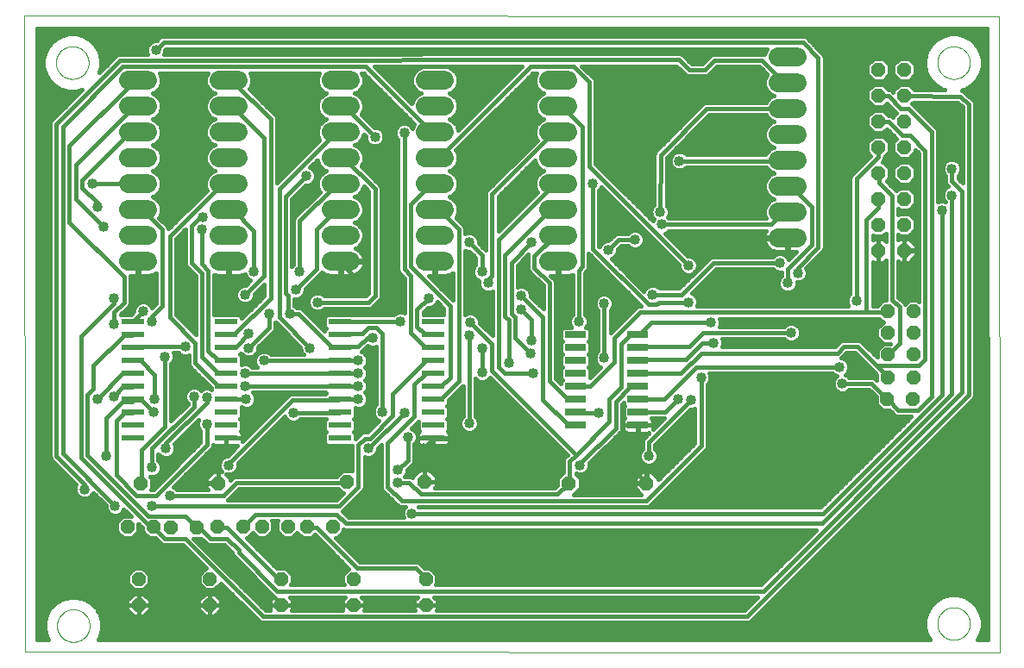
<source format=gbl>
G75*
%MOIN*%
%OFA0B0*%
%FSLAX25Y25*%
%IPPOS*%
%LPD*%
%AMOC8*
5,1,8,0,0,1.08239X$1,22.5*
%
%ADD10C,0.00000*%
%ADD11OC8,0.05600*%
%ADD12C,0.07400*%
%ADD13OC8,0.05200*%
%ADD14R,0.08661X0.02362*%
%ADD15R,0.08000X0.02600*%
%ADD16C,0.01600*%
%ADD17C,0.04000*%
D10*
X0002233Y0002391D02*
X0002076Y0248335D01*
X0378808Y0248257D01*
X0379083Y0002272D01*
X0002233Y0002391D01*
X0014674Y0012509D02*
X0014676Y0012667D01*
X0014682Y0012825D01*
X0014692Y0012983D01*
X0014706Y0013141D01*
X0014724Y0013298D01*
X0014745Y0013455D01*
X0014771Y0013611D01*
X0014801Y0013767D01*
X0014834Y0013922D01*
X0014872Y0014075D01*
X0014913Y0014228D01*
X0014958Y0014380D01*
X0015007Y0014531D01*
X0015060Y0014680D01*
X0015116Y0014828D01*
X0015176Y0014974D01*
X0015240Y0015119D01*
X0015308Y0015262D01*
X0015379Y0015404D01*
X0015453Y0015544D01*
X0015531Y0015681D01*
X0015613Y0015817D01*
X0015697Y0015951D01*
X0015786Y0016082D01*
X0015877Y0016211D01*
X0015972Y0016338D01*
X0016069Y0016463D01*
X0016170Y0016585D01*
X0016274Y0016704D01*
X0016381Y0016821D01*
X0016491Y0016935D01*
X0016604Y0017046D01*
X0016719Y0017155D01*
X0016837Y0017260D01*
X0016958Y0017362D01*
X0017081Y0017462D01*
X0017207Y0017558D01*
X0017335Y0017651D01*
X0017465Y0017741D01*
X0017598Y0017827D01*
X0017733Y0017911D01*
X0017869Y0017990D01*
X0018008Y0018067D01*
X0018149Y0018139D01*
X0018291Y0018209D01*
X0018435Y0018274D01*
X0018581Y0018336D01*
X0018728Y0018394D01*
X0018877Y0018449D01*
X0019027Y0018500D01*
X0019178Y0018547D01*
X0019330Y0018590D01*
X0019483Y0018629D01*
X0019638Y0018665D01*
X0019793Y0018696D01*
X0019949Y0018724D01*
X0020105Y0018748D01*
X0020262Y0018768D01*
X0020420Y0018784D01*
X0020577Y0018796D01*
X0020736Y0018804D01*
X0020894Y0018808D01*
X0021052Y0018808D01*
X0021210Y0018804D01*
X0021369Y0018796D01*
X0021526Y0018784D01*
X0021684Y0018768D01*
X0021841Y0018748D01*
X0021997Y0018724D01*
X0022153Y0018696D01*
X0022308Y0018665D01*
X0022463Y0018629D01*
X0022616Y0018590D01*
X0022768Y0018547D01*
X0022919Y0018500D01*
X0023069Y0018449D01*
X0023218Y0018394D01*
X0023365Y0018336D01*
X0023511Y0018274D01*
X0023655Y0018209D01*
X0023797Y0018139D01*
X0023938Y0018067D01*
X0024077Y0017990D01*
X0024213Y0017911D01*
X0024348Y0017827D01*
X0024481Y0017741D01*
X0024611Y0017651D01*
X0024739Y0017558D01*
X0024865Y0017462D01*
X0024988Y0017362D01*
X0025109Y0017260D01*
X0025227Y0017155D01*
X0025342Y0017046D01*
X0025455Y0016935D01*
X0025565Y0016821D01*
X0025672Y0016704D01*
X0025776Y0016585D01*
X0025877Y0016463D01*
X0025974Y0016338D01*
X0026069Y0016211D01*
X0026160Y0016082D01*
X0026249Y0015951D01*
X0026333Y0015817D01*
X0026415Y0015681D01*
X0026493Y0015544D01*
X0026567Y0015404D01*
X0026638Y0015262D01*
X0026706Y0015119D01*
X0026770Y0014974D01*
X0026830Y0014828D01*
X0026886Y0014680D01*
X0026939Y0014531D01*
X0026988Y0014380D01*
X0027033Y0014228D01*
X0027074Y0014075D01*
X0027112Y0013922D01*
X0027145Y0013767D01*
X0027175Y0013611D01*
X0027201Y0013455D01*
X0027222Y0013298D01*
X0027240Y0013141D01*
X0027254Y0012983D01*
X0027264Y0012825D01*
X0027270Y0012667D01*
X0027272Y0012509D01*
X0027270Y0012351D01*
X0027264Y0012193D01*
X0027254Y0012035D01*
X0027240Y0011877D01*
X0027222Y0011720D01*
X0027201Y0011563D01*
X0027175Y0011407D01*
X0027145Y0011251D01*
X0027112Y0011096D01*
X0027074Y0010943D01*
X0027033Y0010790D01*
X0026988Y0010638D01*
X0026939Y0010487D01*
X0026886Y0010338D01*
X0026830Y0010190D01*
X0026770Y0010044D01*
X0026706Y0009899D01*
X0026638Y0009756D01*
X0026567Y0009614D01*
X0026493Y0009474D01*
X0026415Y0009337D01*
X0026333Y0009201D01*
X0026249Y0009067D01*
X0026160Y0008936D01*
X0026069Y0008807D01*
X0025974Y0008680D01*
X0025877Y0008555D01*
X0025776Y0008433D01*
X0025672Y0008314D01*
X0025565Y0008197D01*
X0025455Y0008083D01*
X0025342Y0007972D01*
X0025227Y0007863D01*
X0025109Y0007758D01*
X0024988Y0007656D01*
X0024865Y0007556D01*
X0024739Y0007460D01*
X0024611Y0007367D01*
X0024481Y0007277D01*
X0024348Y0007191D01*
X0024213Y0007107D01*
X0024077Y0007028D01*
X0023938Y0006951D01*
X0023797Y0006879D01*
X0023655Y0006809D01*
X0023511Y0006744D01*
X0023365Y0006682D01*
X0023218Y0006624D01*
X0023069Y0006569D01*
X0022919Y0006518D01*
X0022768Y0006471D01*
X0022616Y0006428D01*
X0022463Y0006389D01*
X0022308Y0006353D01*
X0022153Y0006322D01*
X0021997Y0006294D01*
X0021841Y0006270D01*
X0021684Y0006250D01*
X0021526Y0006234D01*
X0021369Y0006222D01*
X0021210Y0006214D01*
X0021052Y0006210D01*
X0020894Y0006210D01*
X0020736Y0006214D01*
X0020577Y0006222D01*
X0020420Y0006234D01*
X0020262Y0006250D01*
X0020105Y0006270D01*
X0019949Y0006294D01*
X0019793Y0006322D01*
X0019638Y0006353D01*
X0019483Y0006389D01*
X0019330Y0006428D01*
X0019178Y0006471D01*
X0019027Y0006518D01*
X0018877Y0006569D01*
X0018728Y0006624D01*
X0018581Y0006682D01*
X0018435Y0006744D01*
X0018291Y0006809D01*
X0018149Y0006879D01*
X0018008Y0006951D01*
X0017869Y0007028D01*
X0017733Y0007107D01*
X0017598Y0007191D01*
X0017465Y0007277D01*
X0017335Y0007367D01*
X0017207Y0007460D01*
X0017081Y0007556D01*
X0016958Y0007656D01*
X0016837Y0007758D01*
X0016719Y0007863D01*
X0016604Y0007972D01*
X0016491Y0008083D01*
X0016381Y0008197D01*
X0016274Y0008314D01*
X0016170Y0008433D01*
X0016069Y0008555D01*
X0015972Y0008680D01*
X0015877Y0008807D01*
X0015786Y0008936D01*
X0015697Y0009067D01*
X0015613Y0009201D01*
X0015531Y0009337D01*
X0015453Y0009474D01*
X0015379Y0009614D01*
X0015308Y0009756D01*
X0015240Y0009899D01*
X0015176Y0010044D01*
X0015116Y0010190D01*
X0015060Y0010338D01*
X0015007Y0010487D01*
X0014958Y0010638D01*
X0014913Y0010790D01*
X0014872Y0010943D01*
X0014834Y0011096D01*
X0014801Y0011251D01*
X0014771Y0011407D01*
X0014745Y0011563D01*
X0014724Y0011720D01*
X0014706Y0011877D01*
X0014692Y0012035D01*
X0014682Y0012193D01*
X0014676Y0012351D01*
X0014674Y0012509D01*
X0014281Y0230225D02*
X0014283Y0230383D01*
X0014289Y0230541D01*
X0014299Y0230699D01*
X0014313Y0230857D01*
X0014331Y0231014D01*
X0014352Y0231171D01*
X0014378Y0231327D01*
X0014408Y0231483D01*
X0014441Y0231638D01*
X0014479Y0231791D01*
X0014520Y0231944D01*
X0014565Y0232096D01*
X0014614Y0232247D01*
X0014667Y0232396D01*
X0014723Y0232544D01*
X0014783Y0232690D01*
X0014847Y0232835D01*
X0014915Y0232978D01*
X0014986Y0233120D01*
X0015060Y0233260D01*
X0015138Y0233397D01*
X0015220Y0233533D01*
X0015304Y0233667D01*
X0015393Y0233798D01*
X0015484Y0233927D01*
X0015579Y0234054D01*
X0015676Y0234179D01*
X0015777Y0234301D01*
X0015881Y0234420D01*
X0015988Y0234537D01*
X0016098Y0234651D01*
X0016211Y0234762D01*
X0016326Y0234871D01*
X0016444Y0234976D01*
X0016565Y0235078D01*
X0016688Y0235178D01*
X0016814Y0235274D01*
X0016942Y0235367D01*
X0017072Y0235457D01*
X0017205Y0235543D01*
X0017340Y0235627D01*
X0017476Y0235706D01*
X0017615Y0235783D01*
X0017756Y0235855D01*
X0017898Y0235925D01*
X0018042Y0235990D01*
X0018188Y0236052D01*
X0018335Y0236110D01*
X0018484Y0236165D01*
X0018634Y0236216D01*
X0018785Y0236263D01*
X0018937Y0236306D01*
X0019090Y0236345D01*
X0019245Y0236381D01*
X0019400Y0236412D01*
X0019556Y0236440D01*
X0019712Y0236464D01*
X0019869Y0236484D01*
X0020027Y0236500D01*
X0020184Y0236512D01*
X0020343Y0236520D01*
X0020501Y0236524D01*
X0020659Y0236524D01*
X0020817Y0236520D01*
X0020976Y0236512D01*
X0021133Y0236500D01*
X0021291Y0236484D01*
X0021448Y0236464D01*
X0021604Y0236440D01*
X0021760Y0236412D01*
X0021915Y0236381D01*
X0022070Y0236345D01*
X0022223Y0236306D01*
X0022375Y0236263D01*
X0022526Y0236216D01*
X0022676Y0236165D01*
X0022825Y0236110D01*
X0022972Y0236052D01*
X0023118Y0235990D01*
X0023262Y0235925D01*
X0023404Y0235855D01*
X0023545Y0235783D01*
X0023684Y0235706D01*
X0023820Y0235627D01*
X0023955Y0235543D01*
X0024088Y0235457D01*
X0024218Y0235367D01*
X0024346Y0235274D01*
X0024472Y0235178D01*
X0024595Y0235078D01*
X0024716Y0234976D01*
X0024834Y0234871D01*
X0024949Y0234762D01*
X0025062Y0234651D01*
X0025172Y0234537D01*
X0025279Y0234420D01*
X0025383Y0234301D01*
X0025484Y0234179D01*
X0025581Y0234054D01*
X0025676Y0233927D01*
X0025767Y0233798D01*
X0025856Y0233667D01*
X0025940Y0233533D01*
X0026022Y0233397D01*
X0026100Y0233260D01*
X0026174Y0233120D01*
X0026245Y0232978D01*
X0026313Y0232835D01*
X0026377Y0232690D01*
X0026437Y0232544D01*
X0026493Y0232396D01*
X0026546Y0232247D01*
X0026595Y0232096D01*
X0026640Y0231944D01*
X0026681Y0231791D01*
X0026719Y0231638D01*
X0026752Y0231483D01*
X0026782Y0231327D01*
X0026808Y0231171D01*
X0026829Y0231014D01*
X0026847Y0230857D01*
X0026861Y0230699D01*
X0026871Y0230541D01*
X0026877Y0230383D01*
X0026879Y0230225D01*
X0026877Y0230067D01*
X0026871Y0229909D01*
X0026861Y0229751D01*
X0026847Y0229593D01*
X0026829Y0229436D01*
X0026808Y0229279D01*
X0026782Y0229123D01*
X0026752Y0228967D01*
X0026719Y0228812D01*
X0026681Y0228659D01*
X0026640Y0228506D01*
X0026595Y0228354D01*
X0026546Y0228203D01*
X0026493Y0228054D01*
X0026437Y0227906D01*
X0026377Y0227760D01*
X0026313Y0227615D01*
X0026245Y0227472D01*
X0026174Y0227330D01*
X0026100Y0227190D01*
X0026022Y0227053D01*
X0025940Y0226917D01*
X0025856Y0226783D01*
X0025767Y0226652D01*
X0025676Y0226523D01*
X0025581Y0226396D01*
X0025484Y0226271D01*
X0025383Y0226149D01*
X0025279Y0226030D01*
X0025172Y0225913D01*
X0025062Y0225799D01*
X0024949Y0225688D01*
X0024834Y0225579D01*
X0024716Y0225474D01*
X0024595Y0225372D01*
X0024472Y0225272D01*
X0024346Y0225176D01*
X0024218Y0225083D01*
X0024088Y0224993D01*
X0023955Y0224907D01*
X0023820Y0224823D01*
X0023684Y0224744D01*
X0023545Y0224667D01*
X0023404Y0224595D01*
X0023262Y0224525D01*
X0023118Y0224460D01*
X0022972Y0224398D01*
X0022825Y0224340D01*
X0022676Y0224285D01*
X0022526Y0224234D01*
X0022375Y0224187D01*
X0022223Y0224144D01*
X0022070Y0224105D01*
X0021915Y0224069D01*
X0021760Y0224038D01*
X0021604Y0224010D01*
X0021448Y0223986D01*
X0021291Y0223966D01*
X0021133Y0223950D01*
X0020976Y0223938D01*
X0020817Y0223930D01*
X0020659Y0223926D01*
X0020501Y0223926D01*
X0020343Y0223930D01*
X0020184Y0223938D01*
X0020027Y0223950D01*
X0019869Y0223966D01*
X0019712Y0223986D01*
X0019556Y0224010D01*
X0019400Y0224038D01*
X0019245Y0224069D01*
X0019090Y0224105D01*
X0018937Y0224144D01*
X0018785Y0224187D01*
X0018634Y0224234D01*
X0018484Y0224285D01*
X0018335Y0224340D01*
X0018188Y0224398D01*
X0018042Y0224460D01*
X0017898Y0224525D01*
X0017756Y0224595D01*
X0017615Y0224667D01*
X0017476Y0224744D01*
X0017340Y0224823D01*
X0017205Y0224907D01*
X0017072Y0224993D01*
X0016942Y0225083D01*
X0016814Y0225176D01*
X0016688Y0225272D01*
X0016565Y0225372D01*
X0016444Y0225474D01*
X0016326Y0225579D01*
X0016211Y0225688D01*
X0016098Y0225799D01*
X0015988Y0225913D01*
X0015881Y0226030D01*
X0015777Y0226149D01*
X0015676Y0226271D01*
X0015579Y0226396D01*
X0015484Y0226523D01*
X0015393Y0226652D01*
X0015304Y0226783D01*
X0015220Y0226917D01*
X0015138Y0227053D01*
X0015060Y0227190D01*
X0014986Y0227330D01*
X0014915Y0227472D01*
X0014847Y0227615D01*
X0014783Y0227760D01*
X0014723Y0227906D01*
X0014667Y0228054D01*
X0014614Y0228203D01*
X0014565Y0228354D01*
X0014520Y0228506D01*
X0014479Y0228659D01*
X0014441Y0228812D01*
X0014408Y0228967D01*
X0014378Y0229123D01*
X0014352Y0229279D01*
X0014331Y0229436D01*
X0014313Y0229593D01*
X0014299Y0229751D01*
X0014289Y0229909D01*
X0014283Y0230067D01*
X0014281Y0230225D01*
X0354832Y0230225D02*
X0354834Y0230383D01*
X0354840Y0230541D01*
X0354850Y0230699D01*
X0354864Y0230857D01*
X0354882Y0231014D01*
X0354903Y0231171D01*
X0354929Y0231327D01*
X0354959Y0231483D01*
X0354992Y0231638D01*
X0355030Y0231791D01*
X0355071Y0231944D01*
X0355116Y0232096D01*
X0355165Y0232247D01*
X0355218Y0232396D01*
X0355274Y0232544D01*
X0355334Y0232690D01*
X0355398Y0232835D01*
X0355466Y0232978D01*
X0355537Y0233120D01*
X0355611Y0233260D01*
X0355689Y0233397D01*
X0355771Y0233533D01*
X0355855Y0233667D01*
X0355944Y0233798D01*
X0356035Y0233927D01*
X0356130Y0234054D01*
X0356227Y0234179D01*
X0356328Y0234301D01*
X0356432Y0234420D01*
X0356539Y0234537D01*
X0356649Y0234651D01*
X0356762Y0234762D01*
X0356877Y0234871D01*
X0356995Y0234976D01*
X0357116Y0235078D01*
X0357239Y0235178D01*
X0357365Y0235274D01*
X0357493Y0235367D01*
X0357623Y0235457D01*
X0357756Y0235543D01*
X0357891Y0235627D01*
X0358027Y0235706D01*
X0358166Y0235783D01*
X0358307Y0235855D01*
X0358449Y0235925D01*
X0358593Y0235990D01*
X0358739Y0236052D01*
X0358886Y0236110D01*
X0359035Y0236165D01*
X0359185Y0236216D01*
X0359336Y0236263D01*
X0359488Y0236306D01*
X0359641Y0236345D01*
X0359796Y0236381D01*
X0359951Y0236412D01*
X0360107Y0236440D01*
X0360263Y0236464D01*
X0360420Y0236484D01*
X0360578Y0236500D01*
X0360735Y0236512D01*
X0360894Y0236520D01*
X0361052Y0236524D01*
X0361210Y0236524D01*
X0361368Y0236520D01*
X0361527Y0236512D01*
X0361684Y0236500D01*
X0361842Y0236484D01*
X0361999Y0236464D01*
X0362155Y0236440D01*
X0362311Y0236412D01*
X0362466Y0236381D01*
X0362621Y0236345D01*
X0362774Y0236306D01*
X0362926Y0236263D01*
X0363077Y0236216D01*
X0363227Y0236165D01*
X0363376Y0236110D01*
X0363523Y0236052D01*
X0363669Y0235990D01*
X0363813Y0235925D01*
X0363955Y0235855D01*
X0364096Y0235783D01*
X0364235Y0235706D01*
X0364371Y0235627D01*
X0364506Y0235543D01*
X0364639Y0235457D01*
X0364769Y0235367D01*
X0364897Y0235274D01*
X0365023Y0235178D01*
X0365146Y0235078D01*
X0365267Y0234976D01*
X0365385Y0234871D01*
X0365500Y0234762D01*
X0365613Y0234651D01*
X0365723Y0234537D01*
X0365830Y0234420D01*
X0365934Y0234301D01*
X0366035Y0234179D01*
X0366132Y0234054D01*
X0366227Y0233927D01*
X0366318Y0233798D01*
X0366407Y0233667D01*
X0366491Y0233533D01*
X0366573Y0233397D01*
X0366651Y0233260D01*
X0366725Y0233120D01*
X0366796Y0232978D01*
X0366864Y0232835D01*
X0366928Y0232690D01*
X0366988Y0232544D01*
X0367044Y0232396D01*
X0367097Y0232247D01*
X0367146Y0232096D01*
X0367191Y0231944D01*
X0367232Y0231791D01*
X0367270Y0231638D01*
X0367303Y0231483D01*
X0367333Y0231327D01*
X0367359Y0231171D01*
X0367380Y0231014D01*
X0367398Y0230857D01*
X0367412Y0230699D01*
X0367422Y0230541D01*
X0367428Y0230383D01*
X0367430Y0230225D01*
X0367428Y0230067D01*
X0367422Y0229909D01*
X0367412Y0229751D01*
X0367398Y0229593D01*
X0367380Y0229436D01*
X0367359Y0229279D01*
X0367333Y0229123D01*
X0367303Y0228967D01*
X0367270Y0228812D01*
X0367232Y0228659D01*
X0367191Y0228506D01*
X0367146Y0228354D01*
X0367097Y0228203D01*
X0367044Y0228054D01*
X0366988Y0227906D01*
X0366928Y0227760D01*
X0366864Y0227615D01*
X0366796Y0227472D01*
X0366725Y0227330D01*
X0366651Y0227190D01*
X0366573Y0227053D01*
X0366491Y0226917D01*
X0366407Y0226783D01*
X0366318Y0226652D01*
X0366227Y0226523D01*
X0366132Y0226396D01*
X0366035Y0226271D01*
X0365934Y0226149D01*
X0365830Y0226030D01*
X0365723Y0225913D01*
X0365613Y0225799D01*
X0365500Y0225688D01*
X0365385Y0225579D01*
X0365267Y0225474D01*
X0365146Y0225372D01*
X0365023Y0225272D01*
X0364897Y0225176D01*
X0364769Y0225083D01*
X0364639Y0224993D01*
X0364506Y0224907D01*
X0364371Y0224823D01*
X0364235Y0224744D01*
X0364096Y0224667D01*
X0363955Y0224595D01*
X0363813Y0224525D01*
X0363669Y0224460D01*
X0363523Y0224398D01*
X0363376Y0224340D01*
X0363227Y0224285D01*
X0363077Y0224234D01*
X0362926Y0224187D01*
X0362774Y0224144D01*
X0362621Y0224105D01*
X0362466Y0224069D01*
X0362311Y0224038D01*
X0362155Y0224010D01*
X0361999Y0223986D01*
X0361842Y0223966D01*
X0361684Y0223950D01*
X0361527Y0223938D01*
X0361368Y0223930D01*
X0361210Y0223926D01*
X0361052Y0223926D01*
X0360894Y0223930D01*
X0360735Y0223938D01*
X0360578Y0223950D01*
X0360420Y0223966D01*
X0360263Y0223986D01*
X0360107Y0224010D01*
X0359951Y0224038D01*
X0359796Y0224069D01*
X0359641Y0224105D01*
X0359488Y0224144D01*
X0359336Y0224187D01*
X0359185Y0224234D01*
X0359035Y0224285D01*
X0358886Y0224340D01*
X0358739Y0224398D01*
X0358593Y0224460D01*
X0358449Y0224525D01*
X0358307Y0224595D01*
X0358166Y0224667D01*
X0358027Y0224744D01*
X0357891Y0224823D01*
X0357756Y0224907D01*
X0357623Y0224993D01*
X0357493Y0225083D01*
X0357365Y0225176D01*
X0357239Y0225272D01*
X0357116Y0225372D01*
X0356995Y0225474D01*
X0356877Y0225579D01*
X0356762Y0225688D01*
X0356649Y0225799D01*
X0356539Y0225913D01*
X0356432Y0226030D01*
X0356328Y0226149D01*
X0356227Y0226271D01*
X0356130Y0226396D01*
X0356035Y0226523D01*
X0355944Y0226652D01*
X0355855Y0226783D01*
X0355771Y0226917D01*
X0355689Y0227053D01*
X0355611Y0227190D01*
X0355537Y0227330D01*
X0355466Y0227472D01*
X0355398Y0227615D01*
X0355334Y0227760D01*
X0355274Y0227906D01*
X0355218Y0228054D01*
X0355165Y0228203D01*
X0355116Y0228354D01*
X0355071Y0228506D01*
X0355030Y0228659D01*
X0354992Y0228812D01*
X0354959Y0228967D01*
X0354929Y0229123D01*
X0354903Y0229279D01*
X0354882Y0229436D01*
X0354864Y0229593D01*
X0354850Y0229751D01*
X0354840Y0229909D01*
X0354834Y0230067D01*
X0354832Y0230225D01*
X0354832Y0013296D02*
X0354834Y0013454D01*
X0354840Y0013612D01*
X0354850Y0013770D01*
X0354864Y0013928D01*
X0354882Y0014085D01*
X0354903Y0014242D01*
X0354929Y0014398D01*
X0354959Y0014554D01*
X0354992Y0014709D01*
X0355030Y0014862D01*
X0355071Y0015015D01*
X0355116Y0015167D01*
X0355165Y0015318D01*
X0355218Y0015467D01*
X0355274Y0015615D01*
X0355334Y0015761D01*
X0355398Y0015906D01*
X0355466Y0016049D01*
X0355537Y0016191D01*
X0355611Y0016331D01*
X0355689Y0016468D01*
X0355771Y0016604D01*
X0355855Y0016738D01*
X0355944Y0016869D01*
X0356035Y0016998D01*
X0356130Y0017125D01*
X0356227Y0017250D01*
X0356328Y0017372D01*
X0356432Y0017491D01*
X0356539Y0017608D01*
X0356649Y0017722D01*
X0356762Y0017833D01*
X0356877Y0017942D01*
X0356995Y0018047D01*
X0357116Y0018149D01*
X0357239Y0018249D01*
X0357365Y0018345D01*
X0357493Y0018438D01*
X0357623Y0018528D01*
X0357756Y0018614D01*
X0357891Y0018698D01*
X0358027Y0018777D01*
X0358166Y0018854D01*
X0358307Y0018926D01*
X0358449Y0018996D01*
X0358593Y0019061D01*
X0358739Y0019123D01*
X0358886Y0019181D01*
X0359035Y0019236D01*
X0359185Y0019287D01*
X0359336Y0019334D01*
X0359488Y0019377D01*
X0359641Y0019416D01*
X0359796Y0019452D01*
X0359951Y0019483D01*
X0360107Y0019511D01*
X0360263Y0019535D01*
X0360420Y0019555D01*
X0360578Y0019571D01*
X0360735Y0019583D01*
X0360894Y0019591D01*
X0361052Y0019595D01*
X0361210Y0019595D01*
X0361368Y0019591D01*
X0361527Y0019583D01*
X0361684Y0019571D01*
X0361842Y0019555D01*
X0361999Y0019535D01*
X0362155Y0019511D01*
X0362311Y0019483D01*
X0362466Y0019452D01*
X0362621Y0019416D01*
X0362774Y0019377D01*
X0362926Y0019334D01*
X0363077Y0019287D01*
X0363227Y0019236D01*
X0363376Y0019181D01*
X0363523Y0019123D01*
X0363669Y0019061D01*
X0363813Y0018996D01*
X0363955Y0018926D01*
X0364096Y0018854D01*
X0364235Y0018777D01*
X0364371Y0018698D01*
X0364506Y0018614D01*
X0364639Y0018528D01*
X0364769Y0018438D01*
X0364897Y0018345D01*
X0365023Y0018249D01*
X0365146Y0018149D01*
X0365267Y0018047D01*
X0365385Y0017942D01*
X0365500Y0017833D01*
X0365613Y0017722D01*
X0365723Y0017608D01*
X0365830Y0017491D01*
X0365934Y0017372D01*
X0366035Y0017250D01*
X0366132Y0017125D01*
X0366227Y0016998D01*
X0366318Y0016869D01*
X0366407Y0016738D01*
X0366491Y0016604D01*
X0366573Y0016468D01*
X0366651Y0016331D01*
X0366725Y0016191D01*
X0366796Y0016049D01*
X0366864Y0015906D01*
X0366928Y0015761D01*
X0366988Y0015615D01*
X0367044Y0015467D01*
X0367097Y0015318D01*
X0367146Y0015167D01*
X0367191Y0015015D01*
X0367232Y0014862D01*
X0367270Y0014709D01*
X0367303Y0014554D01*
X0367333Y0014398D01*
X0367359Y0014242D01*
X0367380Y0014085D01*
X0367398Y0013928D01*
X0367412Y0013770D01*
X0367422Y0013612D01*
X0367428Y0013454D01*
X0367430Y0013296D01*
X0367428Y0013138D01*
X0367422Y0012980D01*
X0367412Y0012822D01*
X0367398Y0012664D01*
X0367380Y0012507D01*
X0367359Y0012350D01*
X0367333Y0012194D01*
X0367303Y0012038D01*
X0367270Y0011883D01*
X0367232Y0011730D01*
X0367191Y0011577D01*
X0367146Y0011425D01*
X0367097Y0011274D01*
X0367044Y0011125D01*
X0366988Y0010977D01*
X0366928Y0010831D01*
X0366864Y0010686D01*
X0366796Y0010543D01*
X0366725Y0010401D01*
X0366651Y0010261D01*
X0366573Y0010124D01*
X0366491Y0009988D01*
X0366407Y0009854D01*
X0366318Y0009723D01*
X0366227Y0009594D01*
X0366132Y0009467D01*
X0366035Y0009342D01*
X0365934Y0009220D01*
X0365830Y0009101D01*
X0365723Y0008984D01*
X0365613Y0008870D01*
X0365500Y0008759D01*
X0365385Y0008650D01*
X0365267Y0008545D01*
X0365146Y0008443D01*
X0365023Y0008343D01*
X0364897Y0008247D01*
X0364769Y0008154D01*
X0364639Y0008064D01*
X0364506Y0007978D01*
X0364371Y0007894D01*
X0364235Y0007815D01*
X0364096Y0007738D01*
X0363955Y0007666D01*
X0363813Y0007596D01*
X0363669Y0007531D01*
X0363523Y0007469D01*
X0363376Y0007411D01*
X0363227Y0007356D01*
X0363077Y0007305D01*
X0362926Y0007258D01*
X0362774Y0007215D01*
X0362621Y0007176D01*
X0362466Y0007140D01*
X0362311Y0007109D01*
X0362155Y0007081D01*
X0361999Y0007057D01*
X0361842Y0007037D01*
X0361684Y0007021D01*
X0361527Y0007009D01*
X0361368Y0007001D01*
X0361210Y0006997D01*
X0361052Y0006997D01*
X0360894Y0007001D01*
X0360735Y0007009D01*
X0360578Y0007021D01*
X0360420Y0007037D01*
X0360263Y0007057D01*
X0360107Y0007081D01*
X0359951Y0007109D01*
X0359796Y0007140D01*
X0359641Y0007176D01*
X0359488Y0007215D01*
X0359336Y0007258D01*
X0359185Y0007305D01*
X0359035Y0007356D01*
X0358886Y0007411D01*
X0358739Y0007469D01*
X0358593Y0007531D01*
X0358449Y0007596D01*
X0358307Y0007666D01*
X0358166Y0007738D01*
X0358027Y0007815D01*
X0357891Y0007894D01*
X0357756Y0007978D01*
X0357623Y0008064D01*
X0357493Y0008154D01*
X0357365Y0008247D01*
X0357239Y0008343D01*
X0357116Y0008443D01*
X0356995Y0008545D01*
X0356877Y0008650D01*
X0356762Y0008759D01*
X0356649Y0008870D01*
X0356539Y0008984D01*
X0356432Y0009101D01*
X0356328Y0009220D01*
X0356227Y0009342D01*
X0356130Y0009467D01*
X0356035Y0009594D01*
X0355944Y0009723D01*
X0355855Y0009854D01*
X0355771Y0009988D01*
X0355689Y0010124D01*
X0355611Y0010261D01*
X0355537Y0010401D01*
X0355466Y0010543D01*
X0355398Y0010686D01*
X0355334Y0010831D01*
X0355274Y0010977D01*
X0355218Y0011125D01*
X0355165Y0011274D01*
X0355116Y0011425D01*
X0355071Y0011577D01*
X0355030Y0011730D01*
X0354992Y0011883D01*
X0354959Y0012038D01*
X0354929Y0012194D01*
X0354903Y0012350D01*
X0354882Y0012507D01*
X0354864Y0012664D01*
X0354850Y0012822D01*
X0354840Y0012980D01*
X0354834Y0013138D01*
X0354832Y0013296D01*
D11*
X0242469Y0067548D03*
X0212469Y0067548D03*
X0156682Y0068099D03*
X0126682Y0068099D03*
X0077036Y0067548D03*
X0047036Y0067548D03*
X0332036Y0157548D03*
X0342036Y0157548D03*
X0342036Y0167548D03*
X0332036Y0167548D03*
X0332036Y0177548D03*
X0342036Y0177548D03*
X0342036Y0187548D03*
X0332036Y0187548D03*
X0332036Y0197548D03*
X0342036Y0197548D03*
X0342036Y0207548D03*
X0332036Y0207548D03*
X0332036Y0217548D03*
X0342036Y0217548D03*
X0342036Y0227548D03*
X0332036Y0227548D03*
D12*
X0300736Y0222548D02*
X0293336Y0222548D01*
X0293336Y0212548D02*
X0300736Y0212548D01*
X0300736Y0202548D02*
X0293336Y0202548D01*
X0293336Y0192548D02*
X0300736Y0192548D01*
X0300736Y0182548D02*
X0293336Y0182548D01*
X0293336Y0172548D02*
X0300736Y0172548D01*
X0300736Y0162548D02*
X0293336Y0162548D01*
X0211957Y0163335D02*
X0204557Y0163335D01*
X0204557Y0153335D02*
X0211957Y0153335D01*
X0211957Y0173335D02*
X0204557Y0173335D01*
X0204557Y0183335D02*
X0211957Y0183335D01*
X0211957Y0193335D02*
X0204557Y0193335D01*
X0204557Y0203335D02*
X0211957Y0203335D01*
X0211957Y0213335D02*
X0204557Y0213335D01*
X0204557Y0223335D02*
X0211957Y0223335D01*
X0164476Y0223335D02*
X0157076Y0223335D01*
X0157076Y0213335D02*
X0164476Y0213335D01*
X0164476Y0203335D02*
X0157076Y0203335D01*
X0157076Y0193335D02*
X0164476Y0193335D01*
X0164476Y0183335D02*
X0157076Y0183335D01*
X0157076Y0173335D02*
X0164476Y0173335D01*
X0164476Y0163335D02*
X0157076Y0163335D01*
X0157076Y0153335D02*
X0164476Y0153335D01*
X0127902Y0153335D02*
X0120502Y0153335D01*
X0120502Y0163335D02*
X0127902Y0163335D01*
X0127902Y0173335D02*
X0120502Y0173335D01*
X0120502Y0183335D02*
X0127902Y0183335D01*
X0127902Y0193335D02*
X0120502Y0193335D01*
X0120502Y0203335D02*
X0127902Y0203335D01*
X0127902Y0213335D02*
X0120502Y0213335D01*
X0120502Y0223335D02*
X0127902Y0223335D01*
X0084752Y0223335D02*
X0077352Y0223335D01*
X0077352Y0213335D02*
X0084752Y0213335D01*
X0084752Y0203335D02*
X0077352Y0203335D01*
X0077352Y0193335D02*
X0084752Y0193335D01*
X0084752Y0183335D02*
X0077352Y0183335D01*
X0077352Y0173335D02*
X0084752Y0173335D01*
X0084752Y0163335D02*
X0077352Y0163335D01*
X0077352Y0153335D02*
X0084752Y0153335D01*
X0049752Y0153335D02*
X0042352Y0153335D01*
X0042352Y0163335D02*
X0049752Y0163335D01*
X0049752Y0173335D02*
X0042352Y0173335D01*
X0042352Y0183335D02*
X0049752Y0183335D01*
X0049752Y0193335D02*
X0042352Y0193335D01*
X0042352Y0203335D02*
X0049752Y0203335D01*
X0049752Y0213335D02*
X0042352Y0213335D01*
X0042352Y0223335D02*
X0049752Y0223335D01*
X0293336Y0232548D02*
X0300736Y0232548D01*
D13*
X0335540Y0134123D03*
X0345540Y0134123D03*
X0345658Y0125737D03*
X0335658Y0125737D03*
X0335698Y0117312D03*
X0345698Y0117312D03*
X0345619Y0108611D03*
X0335619Y0108611D03*
X0335383Y0099989D03*
X0345383Y0099989D03*
X0157194Y0030501D03*
X0157194Y0020501D03*
X0129241Y0020501D03*
X0129241Y0030501D03*
X0101288Y0030501D03*
X0101288Y0020501D03*
X0073729Y0020501D03*
X0073729Y0030501D03*
X0046170Y0030501D03*
X0046170Y0020501D03*
X0041879Y0050619D03*
X0051879Y0050619D03*
X0058808Y0050422D03*
X0068808Y0050422D03*
X0076524Y0050619D03*
X0086524Y0050619D03*
X0093847Y0050816D03*
X0103847Y0050816D03*
X0111170Y0050619D03*
X0121170Y0050619D03*
D14*
X0123926Y0085048D03*
X0123926Y0090048D03*
X0123926Y0095048D03*
X0123926Y0100048D03*
X0123926Y0105048D03*
X0123926Y0110048D03*
X0123926Y0115048D03*
X0123926Y0120048D03*
X0123926Y0125048D03*
X0123926Y0130048D03*
X0160146Y0130048D03*
X0160146Y0125048D03*
X0160146Y0120048D03*
X0160146Y0115048D03*
X0160146Y0110048D03*
X0160146Y0105048D03*
X0160146Y0100048D03*
X0160146Y0095048D03*
X0160146Y0090048D03*
X0160146Y0085048D03*
X0080146Y0085048D03*
X0080146Y0090048D03*
X0080146Y0095048D03*
X0080146Y0100048D03*
X0080146Y0105048D03*
X0080146Y0110048D03*
X0080146Y0115048D03*
X0080146Y0120048D03*
X0080146Y0125048D03*
X0080146Y0130048D03*
X0043926Y0130048D03*
X0043926Y0125048D03*
X0043926Y0120048D03*
X0043926Y0115048D03*
X0043926Y0110048D03*
X0043926Y0105048D03*
X0043926Y0100048D03*
X0043926Y0095048D03*
X0043926Y0090048D03*
X0043926Y0085048D03*
D15*
X0214936Y0090048D03*
X0214936Y0095048D03*
X0214936Y0100048D03*
X0214936Y0105048D03*
X0214936Y0110048D03*
X0214936Y0115048D03*
X0214936Y0120048D03*
X0214936Y0125048D03*
X0239136Y0125048D03*
X0239136Y0120048D03*
X0239136Y0115048D03*
X0239136Y0110048D03*
X0239136Y0105048D03*
X0239136Y0100048D03*
X0239136Y0095048D03*
X0239136Y0090048D03*
D16*
X0233336Y0090048D01*
X0233336Y0088511D01*
X0233459Y0088053D01*
X0233696Y0087643D01*
X0234031Y0087308D01*
X0234441Y0087071D01*
X0234899Y0086948D01*
X0239136Y0086948D01*
X0239136Y0090048D01*
X0239136Y0090048D01*
X0233336Y0090048D01*
X0233336Y0091585D01*
X0233459Y0092043D01*
X0233696Y0092453D01*
X0233932Y0092689D01*
X0233536Y0093085D01*
X0233536Y0097011D01*
X0234073Y0097548D01*
X0233536Y0098085D01*
X0233536Y0098843D01*
X0232920Y0098227D01*
X0232920Y0088409D01*
X0232555Y0087527D01*
X0220341Y0075313D01*
X0220341Y0073899D01*
X0219793Y0072576D01*
X0218780Y0071563D01*
X0217457Y0071015D01*
X0216025Y0071015D01*
X0215204Y0071355D01*
X0215204Y0071036D01*
X0216869Y0069371D01*
X0216869Y0065725D01*
X0214379Y0063235D01*
X0240277Y0063235D01*
X0237869Y0065643D01*
X0237869Y0067448D01*
X0242369Y0067448D01*
X0242369Y0067648D01*
X0237869Y0067648D01*
X0237869Y0069453D01*
X0240564Y0072148D01*
X0242369Y0072148D01*
X0242369Y0067648D01*
X0242569Y0067648D01*
X0242569Y0072148D01*
X0244375Y0072148D01*
X0247069Y0069453D01*
X0247069Y0068967D01*
X0261093Y0082991D01*
X0261093Y0096453D01*
X0260272Y0096113D01*
X0259350Y0096113D01*
X0245716Y0082479D01*
X0245716Y0080751D01*
X0246368Y0080099D01*
X0246916Y0078776D01*
X0246916Y0077344D01*
X0246368Y0076021D01*
X0245355Y0075008D01*
X0244032Y0074460D01*
X0242600Y0074460D01*
X0241277Y0075008D01*
X0240264Y0076021D01*
X0239716Y0077344D01*
X0239716Y0078776D01*
X0240264Y0080099D01*
X0240916Y0080751D01*
X0240916Y0083951D01*
X0241281Y0084833D01*
X0243405Y0086957D01*
X0243373Y0086948D01*
X0239136Y0086948D01*
X0239136Y0090048D01*
X0239136Y0090048D01*
X0239379Y0089871D01*
X0239379Y0084950D01*
X0231997Y0084950D01*
X0230423Y0085395D02*
X0241843Y0085395D01*
X0240916Y0083797D02*
X0228824Y0083797D01*
X0227226Y0082198D02*
X0240916Y0082198D01*
X0240764Y0080599D02*
X0225627Y0080599D01*
X0224029Y0079001D02*
X0239809Y0079001D01*
X0239716Y0077402D02*
X0222430Y0077402D01*
X0220832Y0075804D02*
X0240480Y0075804D01*
X0243316Y0078060D02*
X0243316Y0083473D01*
X0259556Y0099713D01*
X0265893Y0099782D02*
X0331183Y0099782D01*
X0331183Y0100972D02*
X0331183Y0098249D01*
X0333643Y0095789D01*
X0336366Y0095789D01*
X0338413Y0093742D01*
X0339295Y0093376D01*
X0344805Y0093376D01*
X0309743Y0058314D01*
X0154471Y0058314D01*
X0154350Y0058435D01*
X0241854Y0058435D01*
X0242809Y0058435D01*
X0243691Y0058801D01*
X0264852Y0079962D01*
X0265528Y0080637D01*
X0265893Y0081519D01*
X0265893Y0105880D01*
X0266545Y0106532D01*
X0267093Y0107856D01*
X0267093Y0109288D01*
X0266753Y0110109D01*
X0314443Y0110109D01*
X0315095Y0109457D01*
X0315999Y0109082D01*
X0315067Y0108150D01*
X0314519Y0106827D01*
X0314519Y0105395D01*
X0315067Y0104072D01*
X0316080Y0103059D01*
X0317403Y0102511D01*
X0318835Y0102511D01*
X0320158Y0103059D01*
X0320810Y0103711D01*
X0328444Y0103711D01*
X0331183Y0100972D01*
X0330775Y0101380D02*
X0265893Y0101380D01*
X0265893Y0102979D02*
X0316274Y0102979D01*
X0314858Y0104577D02*
X0265893Y0104577D01*
X0266188Y0106176D02*
X0314519Y0106176D01*
X0314911Y0107774D02*
X0267059Y0107774D01*
X0267058Y0109373D02*
X0315298Y0109373D01*
X0317135Y0112509D02*
X0261524Y0112509D01*
X0249221Y0100206D01*
X0239379Y0100206D01*
X0239136Y0100048D01*
X0239379Y0095284D02*
X0239136Y0095048D01*
X0239379Y0095284D02*
X0249713Y0095284D01*
X0254635Y0100206D01*
X0258223Y0094986D02*
X0261093Y0094986D01*
X0261093Y0093388D02*
X0256624Y0093388D01*
X0255026Y0091789D02*
X0261093Y0091789D01*
X0261093Y0090191D02*
X0253427Y0090191D01*
X0251829Y0088592D02*
X0261093Y0088592D01*
X0261093Y0086994D02*
X0250230Y0086994D01*
X0248632Y0085395D02*
X0261093Y0085395D01*
X0261093Y0083797D02*
X0247033Y0083797D01*
X0245716Y0082198D02*
X0260300Y0082198D01*
X0258701Y0080599D02*
X0245867Y0080599D01*
X0246823Y0079001D02*
X0257103Y0079001D01*
X0255504Y0077402D02*
X0246916Y0077402D01*
X0246151Y0075804D02*
X0253906Y0075804D01*
X0252307Y0074205D02*
X0220341Y0074205D01*
X0219806Y0072607D02*
X0250709Y0072607D01*
X0249110Y0071008D02*
X0245514Y0071008D01*
X0247069Y0069410D02*
X0247512Y0069410D01*
X0251103Y0066213D02*
X0317642Y0066213D01*
X0319240Y0067811D02*
X0252702Y0067811D01*
X0254300Y0069410D02*
X0320839Y0069410D01*
X0322437Y0071008D02*
X0255899Y0071008D01*
X0257497Y0072607D02*
X0324036Y0072607D01*
X0325634Y0074205D02*
X0259096Y0074205D01*
X0260694Y0075804D02*
X0327233Y0075804D01*
X0328831Y0077402D02*
X0262293Y0077402D01*
X0263891Y0079001D02*
X0330430Y0079001D01*
X0332028Y0080599D02*
X0265490Y0080599D01*
X0265893Y0082198D02*
X0333627Y0082198D01*
X0335225Y0083797D02*
X0265893Y0083797D01*
X0265893Y0085395D02*
X0336824Y0085395D01*
X0338422Y0086994D02*
X0265893Y0086994D01*
X0265893Y0088592D02*
X0340021Y0088592D01*
X0341619Y0090191D02*
X0265893Y0090191D01*
X0265893Y0091789D02*
X0343218Y0091789D01*
X0339268Y0093388D02*
X0265893Y0093388D01*
X0265893Y0094986D02*
X0337169Y0094986D01*
X0339772Y0095776D02*
X0335835Y0099713D01*
X0335383Y0099989D01*
X0335343Y0100206D01*
X0329438Y0106111D01*
X0318119Y0106111D01*
X0319652Y0109373D02*
X0331419Y0109373D01*
X0331419Y0109594D02*
X0331419Y0107524D01*
X0330797Y0108146D01*
X0329915Y0108511D01*
X0320810Y0108511D01*
X0320158Y0109163D01*
X0319254Y0109537D01*
X0320187Y0110469D01*
X0320735Y0111793D01*
X0320735Y0113225D01*
X0320187Y0114548D01*
X0319174Y0115561D01*
X0317851Y0116109D01*
X0317731Y0116109D01*
X0319605Y0117983D01*
X0323030Y0117983D01*
X0329864Y0111149D01*
X0330539Y0110474D01*
X0331419Y0109594D01*
X0330539Y0110474D02*
X0330539Y0110474D01*
X0330042Y0110971D02*
X0320394Y0110971D01*
X0320735Y0112570D02*
X0328443Y0112570D01*
X0329864Y0111149D02*
X0329864Y0111149D01*
X0331898Y0112509D02*
X0332391Y0113001D01*
X0347646Y0113001D01*
X0350107Y0115461D01*
X0350107Y0196170D01*
X0344202Y0202076D01*
X0341249Y0202076D01*
X0335835Y0207489D01*
X0332391Y0207489D01*
X0332036Y0207548D01*
X0335320Y0204610D02*
X0333859Y0203148D01*
X0330214Y0203148D01*
X0327636Y0205725D01*
X0327636Y0209371D01*
X0330214Y0211948D01*
X0333859Y0211948D01*
X0335918Y0209889D01*
X0336313Y0209889D01*
X0337195Y0209524D01*
X0337636Y0209082D01*
X0337636Y0209371D01*
X0339019Y0210754D01*
X0338722Y0211051D01*
X0335242Y0214531D01*
X0333859Y0213148D01*
X0330214Y0213148D01*
X0327636Y0215725D01*
X0327636Y0219371D01*
X0330214Y0221948D01*
X0333859Y0221948D01*
X0336075Y0219731D01*
X0336313Y0219731D01*
X0337195Y0219366D01*
X0337636Y0218925D01*
X0337636Y0219371D01*
X0340214Y0221948D01*
X0343859Y0221948D01*
X0346093Y0219714D01*
X0357673Y0219661D01*
X0356847Y0219882D01*
X0354316Y0221344D01*
X0352249Y0223410D01*
X0350788Y0225941D01*
X0350031Y0228764D01*
X0350031Y0231686D01*
X0350788Y0234509D01*
X0352249Y0237040D01*
X0354316Y0239107D01*
X0356847Y0240568D01*
X0359669Y0241324D01*
X0362592Y0241324D01*
X0365415Y0240568D01*
X0367946Y0239107D01*
X0370012Y0237040D01*
X0371474Y0234509D01*
X0372230Y0231686D01*
X0372230Y0228764D01*
X0371474Y0225941D01*
X0370012Y0223410D01*
X0367946Y0221344D01*
X0365415Y0219882D01*
X0364342Y0219595D01*
X0364692Y0219448D01*
X0365128Y0219268D01*
X0365132Y0219264D01*
X0365137Y0219261D01*
X0365469Y0218926D01*
X0368992Y0215404D01*
X0369357Y0214521D01*
X0369357Y0213910D01*
X0369358Y0213909D01*
X0369357Y0213431D01*
X0369357Y0212956D01*
X0369357Y0212955D01*
X0369239Y0101679D01*
X0369239Y0101204D01*
X0369239Y0101203D01*
X0369239Y0101202D01*
X0369056Y0100762D01*
X0368874Y0100322D01*
X0368873Y0100321D01*
X0368873Y0100320D01*
X0368535Y0099983D01*
X0283244Y0014692D01*
X0282569Y0014017D01*
X0281687Y0013652D01*
X0093724Y0013652D01*
X0092842Y0014017D01*
X0077929Y0028930D01*
X0077929Y0028761D01*
X0075469Y0026301D01*
X0071989Y0026301D01*
X0069529Y0028761D01*
X0069529Y0032240D01*
X0071989Y0034701D01*
X0072159Y0034701D01*
X0063188Y0043672D01*
X0055830Y0043672D01*
X0054948Y0044037D01*
X0052567Y0046419D01*
X0050139Y0046419D01*
X0047679Y0048879D01*
X0047679Y0050322D01*
X0046079Y0051922D01*
X0046079Y0048879D01*
X0043618Y0046419D01*
X0040139Y0046419D01*
X0037679Y0048879D01*
X0037679Y0052359D01*
X0040139Y0054819D01*
X0043182Y0054819D01*
X0040462Y0057539D01*
X0040167Y0056828D01*
X0039154Y0055815D01*
X0037831Y0055267D01*
X0036399Y0055267D01*
X0035076Y0055815D01*
X0034063Y0056828D01*
X0033515Y0058151D01*
X0033515Y0059073D01*
X0028651Y0063937D01*
X0028356Y0063225D01*
X0027343Y0062213D01*
X0026020Y0061665D01*
X0024588Y0061665D01*
X0023265Y0062213D01*
X0022252Y0063225D01*
X0021704Y0064548D01*
X0021704Y0065981D01*
X0022131Y0067012D01*
X0013118Y0076025D01*
X0012443Y0076700D01*
X0012077Y0077582D01*
X0012077Y0206982D01*
X0012443Y0207864D01*
X0024313Y0219735D01*
X0022041Y0219126D01*
X0019118Y0219126D01*
X0016295Y0219882D01*
X0013764Y0221344D01*
X0011698Y0223410D01*
X0010237Y0225941D01*
X0009480Y0228764D01*
X0009480Y0231686D01*
X0010237Y0234509D01*
X0011698Y0237040D01*
X0013764Y0239107D01*
X0016295Y0240568D01*
X0019118Y0241324D01*
X0022041Y0241324D01*
X0024864Y0240568D01*
X0027395Y0239107D01*
X0029461Y0237040D01*
X0030922Y0234509D01*
X0031679Y0231686D01*
X0031679Y0228764D01*
X0031070Y0226491D01*
X0037384Y0232806D01*
X0037722Y0233144D01*
X0037723Y0233145D01*
X0037724Y0233146D01*
X0038162Y0233327D01*
X0038604Y0233511D01*
X0038605Y0233511D01*
X0038606Y0233511D01*
X0039081Y0233511D01*
X0049599Y0233522D01*
X0049263Y0234332D01*
X0049263Y0235764D01*
X0049811Y0237087D01*
X0050824Y0238100D01*
X0052147Y0238648D01*
X0053069Y0238648D01*
X0054456Y0240035D01*
X0055338Y0240401D01*
X0303340Y0240401D01*
X0304222Y0240035D01*
X0304898Y0239360D01*
X0310803Y0233455D01*
X0311168Y0232573D01*
X0311168Y0158291D01*
X0310803Y0157409D01*
X0310128Y0156734D01*
X0304067Y0150673D01*
X0304494Y0149642D01*
X0304494Y0148210D01*
X0303946Y0146887D01*
X0302934Y0145874D01*
X0301611Y0145326D01*
X0300557Y0145326D01*
X0300557Y0144273D01*
X0300009Y0142950D01*
X0298997Y0141937D01*
X0297674Y0141389D01*
X0296241Y0141389D01*
X0294918Y0141937D01*
X0293906Y0142950D01*
X0293357Y0144273D01*
X0293357Y0145705D01*
X0293906Y0147028D01*
X0294557Y0147680D01*
X0294557Y0149263D01*
X0293289Y0149263D01*
X0291965Y0149811D01*
X0291314Y0150463D01*
X0269408Y0150463D01*
X0259899Y0140954D01*
X0260611Y0140659D01*
X0261624Y0139646D01*
X0262172Y0138323D01*
X0262172Y0136891D01*
X0261832Y0136070D01*
X0320476Y0136070D01*
X0319932Y0137383D01*
X0319932Y0138815D01*
X0320480Y0140138D01*
X0321132Y0140790D01*
X0321132Y0185821D01*
X0321498Y0186703D01*
X0322173Y0187378D01*
X0329078Y0194283D01*
X0327636Y0195725D01*
X0327636Y0199371D01*
X0330214Y0201948D01*
X0333859Y0201948D01*
X0336436Y0199371D01*
X0336436Y0195725D01*
X0334298Y0193588D01*
X0334298Y0193232D01*
X0333933Y0192350D01*
X0333531Y0191948D01*
X0333859Y0191948D01*
X0336436Y0189371D01*
X0336436Y0185725D01*
X0335181Y0184470D01*
X0338671Y0180980D01*
X0338671Y0180980D01*
X0338959Y0180693D01*
X0340214Y0181948D01*
X0343859Y0181948D01*
X0346436Y0179371D01*
X0346436Y0175725D01*
X0343859Y0173148D01*
X0340214Y0173148D01*
X0339712Y0173650D01*
X0339712Y0171446D01*
X0340214Y0171948D01*
X0343859Y0171948D01*
X0346436Y0169371D01*
X0346436Y0165725D01*
X0343859Y0163148D01*
X0340214Y0163148D01*
X0339712Y0163650D01*
X0339712Y0161729D01*
X0340131Y0162148D01*
X0341936Y0162148D01*
X0341936Y0157648D01*
X0342136Y0157648D01*
X0342136Y0162148D01*
X0343942Y0162148D01*
X0346636Y0159453D01*
X0346636Y0157648D01*
X0342136Y0157648D01*
X0342136Y0157448D01*
X0342136Y0152948D01*
X0343942Y0152948D01*
X0346636Y0155643D01*
X0346636Y0157448D01*
X0342136Y0157448D01*
X0341936Y0157448D01*
X0341936Y0152948D01*
X0340131Y0152948D01*
X0339712Y0153367D01*
X0339712Y0139585D01*
X0341624Y0137673D01*
X0342299Y0136998D01*
X0342351Y0136873D01*
X0343800Y0138323D01*
X0347280Y0138323D01*
X0347707Y0137896D01*
X0347707Y0195176D01*
X0346436Y0196447D01*
X0346436Y0195725D01*
X0343859Y0193148D01*
X0340214Y0193148D01*
X0337636Y0195725D01*
X0337636Y0199371D01*
X0339098Y0200832D01*
X0335320Y0204610D01*
X0334396Y0203685D02*
X0336245Y0203685D01*
X0337844Y0202086D02*
X0311168Y0202086D01*
X0311168Y0200488D02*
X0328754Y0200488D01*
X0327636Y0198889D02*
X0311168Y0198889D01*
X0311168Y0197291D02*
X0327636Y0197291D01*
X0327669Y0195692D02*
X0311168Y0195692D01*
X0311168Y0194094D02*
X0328889Y0194094D01*
X0327290Y0192495D02*
X0311168Y0192495D01*
X0311168Y0190897D02*
X0325692Y0190897D01*
X0324093Y0189298D02*
X0311168Y0189298D01*
X0311168Y0187700D02*
X0322495Y0187700D01*
X0321248Y0186101D02*
X0311168Y0186101D01*
X0311168Y0184503D02*
X0321132Y0184503D01*
X0321132Y0182904D02*
X0311168Y0182904D01*
X0311168Y0181306D02*
X0321132Y0181306D01*
X0321132Y0179707D02*
X0311168Y0179707D01*
X0311168Y0178109D02*
X0321132Y0178109D01*
X0321132Y0176510D02*
X0311168Y0176510D01*
X0311168Y0174912D02*
X0321132Y0174912D01*
X0321132Y0173313D02*
X0311168Y0173313D01*
X0311168Y0171715D02*
X0321132Y0171715D01*
X0321132Y0170116D02*
X0311168Y0170116D01*
X0311168Y0168518D02*
X0321132Y0168518D01*
X0321132Y0166919D02*
X0311168Y0166919D01*
X0311168Y0165321D02*
X0321132Y0165321D01*
X0321132Y0163722D02*
X0311168Y0163722D01*
X0311168Y0162124D02*
X0321132Y0162124D01*
X0321132Y0160525D02*
X0311168Y0160525D01*
X0311168Y0158927D02*
X0321132Y0158927D01*
X0321132Y0157328D02*
X0310722Y0157328D01*
X0309124Y0155730D02*
X0321132Y0155730D01*
X0321132Y0154131D02*
X0307525Y0154131D01*
X0305927Y0152533D02*
X0321132Y0152533D01*
X0321132Y0150934D02*
X0304328Y0150934D01*
X0304494Y0149335D02*
X0321132Y0149335D01*
X0321132Y0147737D02*
X0304299Y0147737D01*
X0303198Y0146138D02*
X0321132Y0146138D01*
X0321132Y0144540D02*
X0300557Y0144540D01*
X0300001Y0142941D02*
X0321132Y0142941D01*
X0321132Y0141343D02*
X0260288Y0141343D01*
X0261525Y0139744D02*
X0320317Y0139744D01*
X0319932Y0138146D02*
X0262172Y0138146D01*
X0262029Y0136547D02*
X0320278Y0136547D01*
X0323532Y0138099D02*
X0323532Y0185343D01*
X0331898Y0193709D01*
X0331898Y0197154D01*
X0332036Y0197548D01*
X0336436Y0197291D02*
X0337636Y0197291D01*
X0337636Y0198889D02*
X0336436Y0198889D01*
X0335319Y0200488D02*
X0338754Y0200488D01*
X0337669Y0195692D02*
X0336403Y0195692D01*
X0334805Y0194094D02*
X0339268Y0194094D01*
X0340214Y0191948D02*
X0337636Y0189371D01*
X0337636Y0185725D01*
X0340214Y0183148D01*
X0343859Y0183148D01*
X0346436Y0185725D01*
X0346436Y0189371D01*
X0343859Y0191948D01*
X0340214Y0191948D01*
X0339162Y0190897D02*
X0334910Y0190897D01*
X0333993Y0192495D02*
X0347707Y0192495D01*
X0347707Y0190897D02*
X0344910Y0190897D01*
X0346436Y0189298D02*
X0347707Y0189298D01*
X0347707Y0187700D02*
X0346436Y0187700D01*
X0346436Y0186101D02*
X0347707Y0186101D01*
X0347707Y0184503D02*
X0345213Y0184503D01*
X0347707Y0182904D02*
X0336747Y0182904D01*
X0335213Y0184503D02*
X0338859Y0184503D01*
X0337636Y0186101D02*
X0336436Y0186101D01*
X0336436Y0187700D02*
X0337636Y0187700D01*
X0337636Y0189298D02*
X0336436Y0189298D01*
X0332391Y0187312D02*
X0332036Y0187548D01*
X0332391Y0187312D02*
X0332391Y0183867D01*
X0337312Y0178946D01*
X0337312Y0138591D01*
X0340265Y0135639D01*
X0340265Y0121859D01*
X0335835Y0117430D01*
X0335698Y0117312D01*
X0331498Y0117365D02*
X0330436Y0117365D01*
X0331498Y0116304D02*
X0331498Y0119052D01*
X0333958Y0121512D01*
X0336523Y0121512D01*
X0336548Y0121537D01*
X0333919Y0121537D01*
X0331458Y0123997D01*
X0331458Y0127477D01*
X0333904Y0129923D01*
X0333800Y0129923D01*
X0332453Y0131270D01*
X0270690Y0131270D01*
X0271030Y0130449D01*
X0271030Y0129017D01*
X0270690Y0128196D01*
X0295743Y0128196D01*
X0296395Y0128848D01*
X0297718Y0129396D01*
X0299150Y0129396D01*
X0300473Y0128848D01*
X0301486Y0127835D01*
X0302034Y0126512D01*
X0302034Y0125080D01*
X0301486Y0123757D01*
X0300473Y0122744D01*
X0299150Y0122196D01*
X0297718Y0122196D01*
X0296395Y0122744D01*
X0295743Y0123396D01*
X0271674Y0123396D01*
X0272014Y0122575D01*
X0272014Y0121143D01*
X0271674Y0120322D01*
X0315156Y0120322D01*
X0316576Y0121742D01*
X0317252Y0122417D01*
X0318134Y0122783D01*
X0323547Y0122783D01*
X0324502Y0122783D01*
X0325384Y0122417D01*
X0331498Y0116304D01*
X0331498Y0118964D02*
X0328837Y0118964D01*
X0327239Y0120562D02*
X0333008Y0120562D01*
X0333295Y0122161D02*
X0325640Y0122161D01*
X0324024Y0120383D02*
X0331898Y0112509D01*
X0335343Y0109064D01*
X0335619Y0108611D01*
X0331419Y0107774D02*
X0331169Y0107774D01*
X0329176Y0102979D02*
X0319964Y0102979D01*
X0331249Y0098183D02*
X0265893Y0098183D01*
X0265893Y0096585D02*
X0332847Y0096585D01*
X0339772Y0095776D02*
X0347154Y0095776D01*
X0352568Y0101190D01*
X0352568Y0203552D01*
X0343709Y0212410D01*
X0340757Y0212410D01*
X0335835Y0217331D01*
X0332391Y0217331D01*
X0332036Y0217548D01*
X0327636Y0218071D02*
X0311168Y0218071D01*
X0311168Y0216473D02*
X0327636Y0216473D01*
X0328487Y0214874D02*
X0311168Y0214874D01*
X0311168Y0213276D02*
X0330086Y0213276D01*
X0329943Y0211677D02*
X0311168Y0211677D01*
X0311168Y0210079D02*
X0328345Y0210079D01*
X0327636Y0208480D02*
X0311168Y0208480D01*
X0311168Y0206882D02*
X0327636Y0206882D01*
X0328078Y0205283D02*
X0311168Y0205283D01*
X0311168Y0203685D02*
X0329677Y0203685D01*
X0335728Y0210079D02*
X0338345Y0210079D01*
X0338095Y0211677D02*
X0334129Y0211677D01*
X0333987Y0213276D02*
X0336497Y0213276D01*
X0342036Y0217548D02*
X0342233Y0217331D01*
X0363769Y0217233D01*
X0366957Y0214044D01*
X0366957Y0213434D01*
X0366839Y0101682D01*
X0281209Y0016052D01*
X0094202Y0016052D01*
X0064182Y0046072D01*
X0056308Y0046072D01*
X0052371Y0050009D01*
X0051879Y0050619D01*
X0051879Y0050993D01*
X0050402Y0050993D01*
X0023828Y0077568D01*
X0023828Y0124320D01*
X0036623Y0137115D01*
X0036623Y0139083D01*
X0040560Y0137607D02*
X0040560Y0147450D01*
X0019398Y0168611D01*
X0019398Y0198139D01*
X0044497Y0223237D01*
X0045973Y0223237D01*
X0046052Y0223335D01*
X0051530Y0218335D02*
X0052754Y0218842D01*
X0054245Y0220333D01*
X0055052Y0222281D01*
X0055052Y0224390D01*
X0054281Y0226250D01*
X0072823Y0226250D01*
X0072052Y0224390D01*
X0072052Y0222281D01*
X0072859Y0220333D01*
X0074350Y0218842D01*
X0075573Y0218335D01*
X0074350Y0217829D01*
X0072859Y0216338D01*
X0072052Y0214390D01*
X0072052Y0212281D01*
X0072859Y0210333D01*
X0074350Y0208842D01*
X0075573Y0208335D01*
X0074350Y0207829D01*
X0072859Y0206338D01*
X0072052Y0204390D01*
X0072052Y0202281D01*
X0072859Y0200333D01*
X0074350Y0198842D01*
X0075573Y0198335D01*
X0074350Y0197829D01*
X0072859Y0196338D01*
X0072052Y0194390D01*
X0072052Y0192281D01*
X0072859Y0190333D01*
X0074350Y0188842D01*
X0075573Y0188335D01*
X0074350Y0187829D01*
X0072859Y0186338D01*
X0072052Y0184390D01*
X0072052Y0182281D01*
X0072613Y0180928D01*
X0057724Y0166039D01*
X0057724Y0166136D01*
X0057358Y0167018D01*
X0054144Y0170232D01*
X0054245Y0170333D01*
X0055052Y0172281D01*
X0055052Y0174390D01*
X0054245Y0176338D01*
X0052754Y0177829D01*
X0051530Y0178335D01*
X0052754Y0178842D01*
X0054245Y0180333D01*
X0055052Y0182281D01*
X0055052Y0184390D01*
X0054245Y0186338D01*
X0052754Y0187829D01*
X0051530Y0188335D01*
X0052754Y0188842D01*
X0054245Y0190333D01*
X0055052Y0192281D01*
X0055052Y0194390D01*
X0054245Y0196338D01*
X0052754Y0197829D01*
X0051530Y0198335D01*
X0052754Y0198842D01*
X0054245Y0200333D01*
X0055052Y0202281D01*
X0055052Y0204390D01*
X0054245Y0206338D01*
X0052754Y0207829D01*
X0051530Y0208335D01*
X0052754Y0208842D01*
X0054245Y0210333D01*
X0055052Y0212281D01*
X0055052Y0214390D01*
X0054245Y0216338D01*
X0052754Y0217829D01*
X0051530Y0218335D01*
X0052168Y0218071D02*
X0074936Y0218071D01*
X0073522Y0219670D02*
X0053582Y0219670D01*
X0054632Y0221268D02*
X0072471Y0221268D01*
X0072052Y0222867D02*
X0055052Y0222867D01*
X0055021Y0224466D02*
X0072083Y0224466D01*
X0072746Y0226064D02*
X0054358Y0226064D01*
X0056130Y0233528D02*
X0056463Y0234332D01*
X0056463Y0235254D01*
X0056810Y0235601D01*
X0288894Y0235601D01*
X0288843Y0235550D01*
X0288036Y0233602D01*
X0288036Y0233327D01*
X0287592Y0233511D01*
X0268311Y0233511D01*
X0267429Y0233146D01*
X0264113Y0229830D01*
X0259841Y0229830D01*
X0256983Y0232688D01*
X0256983Y0232689D01*
X0256645Y0233026D01*
X0256309Y0233362D01*
X0256308Y0233363D01*
X0256307Y0233364D01*
X0255865Y0233546D01*
X0255427Y0233728D01*
X0255426Y0233728D01*
X0255425Y0233728D01*
X0254946Y0233728D01*
X0254472Y0233728D01*
X0254471Y0233727D01*
X0056130Y0233528D01*
X0056349Y0234057D02*
X0288224Y0234057D01*
X0287115Y0231111D02*
X0295481Y0222745D01*
X0296957Y0222745D01*
X0297036Y0222548D01*
X0291558Y0217548D02*
X0290334Y0217041D01*
X0288843Y0215550D01*
X0288541Y0214821D01*
X0266108Y0214849D01*
X0266098Y0214853D01*
X0265632Y0214850D01*
X0265164Y0214850D01*
X0265154Y0214846D01*
X0265143Y0214846D01*
X0264714Y0214664D01*
X0264282Y0214486D01*
X0264274Y0214478D01*
X0264264Y0214474D01*
X0263936Y0214141D01*
X0263606Y0213812D01*
X0263601Y0213801D01*
X0246123Y0196053D01*
X0245794Y0195726D01*
X0245788Y0195713D01*
X0245779Y0195703D01*
X0245605Y0195273D01*
X0245425Y0194845D01*
X0245425Y0194831D01*
X0245420Y0194818D01*
X0245424Y0194355D01*
X0245355Y0175249D01*
X0244693Y0174587D01*
X0244145Y0173264D01*
X0244145Y0171832D01*
X0244693Y0170509D01*
X0245360Y0169841D01*
X0245185Y0169666D01*
X0244890Y0168954D01*
X0222586Y0191259D01*
X0222586Y0223222D01*
X0222220Y0224104D01*
X0217435Y0228890D01*
X0253956Y0228927D01*
X0257488Y0225395D01*
X0258370Y0225030D01*
X0265584Y0225030D01*
X0266467Y0225395D01*
X0267142Y0226070D01*
X0269782Y0228711D01*
X0286121Y0228711D01*
X0289062Y0225770D01*
X0288843Y0225550D01*
X0288036Y0223602D01*
X0288036Y0221494D01*
X0288843Y0219546D01*
X0290334Y0218055D01*
X0291558Y0217548D01*
X0290317Y0218071D02*
X0222586Y0218071D01*
X0222586Y0216473D02*
X0289766Y0216473D01*
X0288563Y0214874D02*
X0222586Y0214874D01*
X0222586Y0213276D02*
X0263084Y0213276D01*
X0261510Y0211677D02*
X0222586Y0211677D01*
X0222586Y0210079D02*
X0259936Y0210079D01*
X0258362Y0208480D02*
X0222586Y0208480D01*
X0222586Y0206882D02*
X0256787Y0206882D01*
X0255213Y0205283D02*
X0222586Y0205283D01*
X0222586Y0203685D02*
X0253639Y0203685D01*
X0252065Y0202086D02*
X0222586Y0202086D01*
X0222586Y0200488D02*
X0250491Y0200488D01*
X0248917Y0198889D02*
X0222586Y0198889D01*
X0222586Y0197291D02*
X0247342Y0197291D01*
X0245774Y0195692D02*
X0222586Y0195692D01*
X0222586Y0194094D02*
X0245423Y0194094D01*
X0245417Y0192495D02*
X0222586Y0192495D01*
X0222948Y0190897D02*
X0245411Y0190897D01*
X0245405Y0189298D02*
X0224546Y0189298D01*
X0226145Y0187700D02*
X0245400Y0187700D01*
X0245394Y0186101D02*
X0227743Y0186101D01*
X0229342Y0184503D02*
X0245388Y0184503D01*
X0245382Y0182904D02*
X0230940Y0182904D01*
X0232539Y0181306D02*
X0245376Y0181306D01*
X0245371Y0179707D02*
X0234137Y0179707D01*
X0235736Y0178109D02*
X0245365Y0178109D01*
X0245359Y0176510D02*
X0237334Y0176510D01*
X0238933Y0174912D02*
X0245017Y0174912D01*
X0244165Y0173313D02*
X0240531Y0173313D01*
X0242130Y0171715D02*
X0244193Y0171715D01*
X0243728Y0170116D02*
X0245086Y0170116D01*
X0247745Y0172548D02*
X0247824Y0194359D01*
X0265639Y0212450D01*
X0296957Y0212410D01*
X0297036Y0212548D01*
X0291558Y0207548D02*
X0290334Y0207041D01*
X0288843Y0205550D01*
X0288036Y0203602D01*
X0288036Y0201494D01*
X0288843Y0199546D01*
X0290334Y0198055D01*
X0291558Y0197548D01*
X0290334Y0197041D01*
X0288843Y0195550D01*
X0288463Y0194633D01*
X0257818Y0194633D01*
X0257166Y0195285D01*
X0255843Y0195833D01*
X0254411Y0195833D01*
X0253088Y0195285D01*
X0252075Y0194272D01*
X0251527Y0192949D01*
X0251527Y0191517D01*
X0252075Y0190194D01*
X0253088Y0189181D01*
X0254411Y0188633D01*
X0255843Y0188633D01*
X0257166Y0189181D01*
X0257818Y0189833D01*
X0288724Y0189833D01*
X0288843Y0189546D01*
X0290334Y0188055D01*
X0291558Y0187548D01*
X0290334Y0187041D01*
X0288843Y0185550D01*
X0288036Y0183602D01*
X0288036Y0181494D01*
X0288843Y0179546D01*
X0290334Y0178055D01*
X0291558Y0177548D01*
X0290334Y0177041D01*
X0288843Y0175550D01*
X0288036Y0173602D01*
X0288036Y0171494D01*
X0288644Y0170027D01*
X0250928Y0170027D01*
X0250621Y0170333D01*
X0250797Y0170509D01*
X0251345Y0171832D01*
X0251345Y0173264D01*
X0250797Y0174587D01*
X0250155Y0175229D01*
X0250220Y0193372D01*
X0266642Y0210048D01*
X0288646Y0210021D01*
X0288843Y0209546D01*
X0290334Y0208055D01*
X0291558Y0207548D01*
X0290175Y0206882D02*
X0263524Y0206882D01*
X0265098Y0208480D02*
X0289909Y0208480D01*
X0288733Y0205283D02*
X0261950Y0205283D01*
X0260376Y0203685D02*
X0288070Y0203685D01*
X0288036Y0202086D02*
X0258802Y0202086D01*
X0257227Y0200488D02*
X0288453Y0200488D01*
X0289500Y0198889D02*
X0255653Y0198889D01*
X0254079Y0197291D02*
X0290937Y0197291D01*
X0288985Y0195692D02*
X0256183Y0195692D01*
X0254071Y0195692D02*
X0252505Y0195692D01*
X0252001Y0194094D02*
X0250931Y0194094D01*
X0251527Y0192495D02*
X0250217Y0192495D01*
X0250211Y0190897D02*
X0251784Y0190897D01*
X0252970Y0189298D02*
X0250205Y0189298D01*
X0250200Y0187700D02*
X0291191Y0187700D01*
X0289394Y0186101D02*
X0250194Y0186101D01*
X0250188Y0184503D02*
X0288409Y0184503D01*
X0288036Y0182904D02*
X0250182Y0182904D01*
X0250177Y0181306D02*
X0288114Y0181306D01*
X0288776Y0179707D02*
X0250171Y0179707D01*
X0250165Y0178109D02*
X0290280Y0178109D01*
X0289803Y0176510D02*
X0250159Y0176510D01*
X0250472Y0174912D02*
X0288579Y0174912D01*
X0288036Y0173313D02*
X0251325Y0173313D01*
X0251296Y0171715D02*
X0288036Y0171715D01*
X0288607Y0170116D02*
X0250839Y0170116D01*
X0248237Y0167627D02*
X0290560Y0167627D01*
X0295481Y0172548D01*
X0297036Y0172548D01*
X0306308Y0174517D02*
X0298434Y0182391D01*
X0297450Y0182391D01*
X0297036Y0182548D01*
X0289091Y0189298D02*
X0257283Y0189298D01*
X0255127Y0192233D02*
X0296957Y0192233D01*
X0297036Y0192548D01*
X0306308Y0174517D02*
X0306308Y0159753D01*
X0296957Y0150402D01*
X0296957Y0144989D01*
X0293537Y0146138D02*
X0265084Y0146138D01*
X0263485Y0144540D02*
X0293357Y0144540D01*
X0293914Y0142941D02*
X0261887Y0142941D01*
X0258296Y0146138D02*
X0237194Y0146138D01*
X0238793Y0144540D02*
X0256697Y0144540D01*
X0255117Y0142960D02*
X0247483Y0142960D01*
X0246831Y0143612D01*
X0245508Y0144160D01*
X0244076Y0144160D01*
X0242753Y0143612D01*
X0241740Y0142599D01*
X0241445Y0141887D01*
X0228895Y0154438D01*
X0229607Y0154732D01*
X0230620Y0155745D01*
X0231168Y0157068D01*
X0231168Y0157990D01*
X0232499Y0159321D01*
X0235211Y0159321D01*
X0235863Y0158669D01*
X0237186Y0158121D01*
X0238618Y0158121D01*
X0239942Y0158669D01*
X0240954Y0159682D01*
X0241502Y0161005D01*
X0241502Y0162437D01*
X0240954Y0163760D01*
X0239942Y0164773D01*
X0238618Y0165321D01*
X0237186Y0165321D01*
X0235863Y0164773D01*
X0235211Y0164121D01*
X0231027Y0164121D01*
X0230145Y0163756D01*
X0227774Y0161384D01*
X0226852Y0161384D01*
X0225528Y0160836D01*
X0224516Y0159823D01*
X0224221Y0159112D01*
X0224062Y0159270D01*
X0224062Y0180684D01*
X0224714Y0181336D01*
X0225009Y0182047D01*
X0254972Y0152085D01*
X0254972Y0151163D01*
X0255520Y0149839D01*
X0256532Y0148827D01*
X0257856Y0148279D01*
X0259288Y0148279D01*
X0260611Y0148827D01*
X0261624Y0149839D01*
X0262172Y0151163D01*
X0262172Y0152595D01*
X0261624Y0153918D01*
X0260611Y0154931D01*
X0259288Y0155479D01*
X0258366Y0155479D01*
X0249564Y0164280D01*
X0250276Y0164575D01*
X0250928Y0165227D01*
X0288528Y0165227D01*
X0288239Y0164659D01*
X0287972Y0163836D01*
X0287836Y0162981D01*
X0287836Y0162848D01*
X0296736Y0162848D01*
X0296736Y0162248D01*
X0287836Y0162248D01*
X0287836Y0162115D01*
X0287972Y0161260D01*
X0288239Y0160437D01*
X0288632Y0159665D01*
X0289141Y0158965D01*
X0289753Y0158353D01*
X0290454Y0157844D01*
X0291225Y0157451D01*
X0292048Y0157183D01*
X0292903Y0157048D01*
X0296736Y0157048D01*
X0296736Y0162248D01*
X0297336Y0162248D01*
X0297336Y0157048D01*
X0300209Y0157048D01*
X0297351Y0154190D01*
X0297057Y0154902D01*
X0296044Y0155915D01*
X0294721Y0156463D01*
X0293289Y0156463D01*
X0291965Y0155915D01*
X0291314Y0155263D01*
X0267937Y0155263D01*
X0267055Y0154898D01*
X0266380Y0154222D01*
X0255117Y0142960D01*
X0256111Y0140560D02*
X0268414Y0152863D01*
X0294005Y0152863D01*
X0296229Y0155730D02*
X0298891Y0155730D01*
X0297336Y0157328D02*
X0296736Y0157328D01*
X0296736Y0158927D02*
X0297336Y0158927D01*
X0297336Y0160525D02*
X0296736Y0160525D01*
X0296736Y0162124D02*
X0297336Y0162124D01*
X0296957Y0162213D02*
X0297036Y0162548D01*
X0296957Y0162213D02*
X0274320Y0162213D01*
X0260048Y0147942D01*
X0257095Y0147942D01*
X0239379Y0165658D01*
X0231997Y0165658D01*
X0229536Y0163198D01*
X0227568Y0163198D01*
X0228513Y0162124D02*
X0224062Y0162124D01*
X0224062Y0163722D02*
X0230111Y0163722D01*
X0231505Y0161721D02*
X0227568Y0157784D01*
X0225217Y0160525D02*
X0224062Y0160525D01*
X0221662Y0158276D02*
X0221662Y0183375D01*
X0224684Y0181306D02*
X0225751Y0181306D01*
X0227349Y0179707D02*
X0224062Y0179707D01*
X0224062Y0178109D02*
X0228948Y0178109D01*
X0230546Y0176510D02*
X0224062Y0176510D01*
X0224062Y0174912D02*
X0232145Y0174912D01*
X0233743Y0173313D02*
X0224062Y0173313D01*
X0224062Y0171715D02*
X0235342Y0171715D01*
X0236940Y0170116D02*
X0224062Y0170116D01*
X0224062Y0168518D02*
X0238539Y0168518D01*
X0240137Y0166919D02*
X0224062Y0166919D01*
X0224062Y0165321D02*
X0237185Y0165321D01*
X0238620Y0165321D02*
X0241736Y0165321D01*
X0240970Y0163722D02*
X0243334Y0163722D01*
X0244933Y0162124D02*
X0241502Y0162124D01*
X0241303Y0160525D02*
X0246531Y0160525D01*
X0248130Y0158927D02*
X0240199Y0158927D01*
X0237902Y0161721D02*
X0231505Y0161721D01*
X0232104Y0158927D02*
X0235606Y0158927D01*
X0231168Y0157328D02*
X0249728Y0157328D01*
X0251327Y0155730D02*
X0230604Y0155730D01*
X0229202Y0154131D02*
X0252925Y0154131D01*
X0254524Y0152533D02*
X0230800Y0152533D01*
X0232399Y0150934D02*
X0255066Y0150934D01*
X0256024Y0149335D02*
X0233997Y0149335D01*
X0235596Y0147737D02*
X0259894Y0147737D01*
X0261120Y0149335D02*
X0261493Y0149335D01*
X0262077Y0150934D02*
X0263091Y0150934D01*
X0262172Y0152533D02*
X0264690Y0152533D01*
X0266288Y0154131D02*
X0261411Y0154131D01*
X0258572Y0151879D02*
X0220186Y0190265D01*
X0220186Y0222745D01*
X0214280Y0228650D01*
X0197548Y0228650D01*
X0162607Y0193709D01*
X0161131Y0193709D01*
X0160776Y0193335D01*
X0166255Y0188335D02*
X0167479Y0188842D01*
X0168969Y0190333D01*
X0169776Y0192281D01*
X0169776Y0194390D01*
X0168969Y0196338D01*
X0168799Y0196508D01*
X0198542Y0226250D01*
X0200027Y0226250D01*
X0199257Y0224390D01*
X0199257Y0222281D01*
X0200064Y0220333D01*
X0201554Y0218842D01*
X0202778Y0218335D01*
X0201554Y0217829D01*
X0200064Y0216338D01*
X0199257Y0214390D01*
X0199257Y0212281D01*
X0200064Y0210333D01*
X0201554Y0208842D01*
X0202778Y0208335D01*
X0201554Y0207829D01*
X0200064Y0206338D01*
X0199257Y0204390D01*
X0199257Y0202281D01*
X0200064Y0200333D01*
X0200175Y0200222D01*
X0180750Y0180797D01*
X0180384Y0179915D01*
X0180384Y0157673D01*
X0177526Y0160531D01*
X0177526Y0161453D01*
X0176978Y0162776D01*
X0175965Y0163789D01*
X0174642Y0164337D01*
X0173210Y0164337D01*
X0172389Y0163997D01*
X0172389Y0166136D01*
X0172024Y0167018D01*
X0168839Y0170203D01*
X0168969Y0170333D01*
X0169776Y0172281D01*
X0169776Y0174390D01*
X0168969Y0176338D01*
X0167479Y0177829D01*
X0166255Y0178335D01*
X0167479Y0178842D01*
X0168969Y0180333D01*
X0169776Y0182281D01*
X0169776Y0184390D01*
X0168969Y0186338D01*
X0167479Y0187829D01*
X0166255Y0188335D01*
X0167607Y0187700D02*
X0187652Y0187700D01*
X0189251Y0189298D02*
X0167935Y0189298D01*
X0169203Y0190897D02*
X0190849Y0190897D01*
X0192448Y0192495D02*
X0169776Y0192495D01*
X0169776Y0194094D02*
X0194046Y0194094D01*
X0195645Y0195692D02*
X0169237Y0195692D01*
X0169583Y0197291D02*
X0197243Y0197291D01*
X0198842Y0198889D02*
X0171181Y0198889D01*
X0172780Y0200488D02*
X0200000Y0200488D01*
X0199337Y0202086D02*
X0174378Y0202086D01*
X0175977Y0203685D02*
X0199257Y0203685D01*
X0199627Y0205283D02*
X0177575Y0205283D01*
X0179174Y0206882D02*
X0200608Y0206882D01*
X0202428Y0208480D02*
X0180772Y0208480D01*
X0182371Y0210079D02*
X0200318Y0210079D01*
X0199507Y0211677D02*
X0183969Y0211677D01*
X0185568Y0213276D02*
X0199257Y0213276D01*
X0199458Y0214874D02*
X0187166Y0214874D01*
X0188765Y0216473D02*
X0200199Y0216473D01*
X0202141Y0218071D02*
X0190363Y0218071D01*
X0191962Y0219670D02*
X0200727Y0219670D01*
X0199676Y0221268D02*
X0193560Y0221268D01*
X0195159Y0222867D02*
X0199257Y0222867D01*
X0199288Y0224466D02*
X0196757Y0224466D01*
X0198356Y0226064D02*
X0199950Y0226064D01*
X0194370Y0228867D02*
X0169776Y0204273D01*
X0169776Y0204390D01*
X0168969Y0206338D01*
X0167479Y0207829D01*
X0166255Y0208335D01*
X0167479Y0208842D01*
X0168969Y0210333D01*
X0169776Y0212281D01*
X0169776Y0214390D01*
X0168969Y0216338D01*
X0167479Y0217829D01*
X0166255Y0218335D01*
X0167479Y0218842D01*
X0168969Y0220333D01*
X0169776Y0222281D01*
X0169776Y0224390D01*
X0168969Y0226338D01*
X0167479Y0227829D01*
X0165531Y0228635D01*
X0156022Y0228635D01*
X0154074Y0227829D01*
X0152583Y0226338D01*
X0151776Y0224390D01*
X0151776Y0222281D01*
X0152583Y0220333D01*
X0154074Y0218842D01*
X0155298Y0218335D01*
X0154074Y0217829D01*
X0152583Y0216338D01*
X0151776Y0214390D01*
X0151776Y0214332D01*
X0137299Y0228810D01*
X0194370Y0228867D01*
X0193166Y0227663D02*
X0167645Y0227663D01*
X0169083Y0226064D02*
X0191568Y0226064D01*
X0189969Y0224466D02*
X0169745Y0224466D01*
X0169776Y0222867D02*
X0188371Y0222867D01*
X0186772Y0221268D02*
X0169357Y0221268D01*
X0168306Y0219670D02*
X0185174Y0219670D01*
X0183575Y0218071D02*
X0166892Y0218071D01*
X0168834Y0216473D02*
X0181977Y0216473D01*
X0180378Y0214874D02*
X0169576Y0214874D01*
X0169776Y0213276D02*
X0178779Y0213276D01*
X0177181Y0211677D02*
X0169526Y0211677D01*
X0168715Y0210079D02*
X0175582Y0210079D01*
X0173984Y0208480D02*
X0166605Y0208480D01*
X0168425Y0206882D02*
X0172385Y0206882D01*
X0170787Y0205283D02*
X0169406Y0205283D01*
X0160776Y0203335D02*
X0160639Y0203552D01*
X0159162Y0203552D01*
X0134064Y0228650D01*
X0040068Y0228650D01*
X0016938Y0205520D01*
X0016938Y0079044D01*
X0037115Y0058867D01*
X0039961Y0056622D02*
X0041379Y0056622D01*
X0042978Y0055023D02*
X0006999Y0055023D01*
X0007000Y0053425D02*
X0038745Y0053425D01*
X0037679Y0051826D02*
X0007001Y0051826D01*
X0007002Y0050228D02*
X0037679Y0050228D01*
X0037929Y0048629D02*
X0007003Y0048629D01*
X0007004Y0047031D02*
X0039527Y0047031D01*
X0044230Y0047031D02*
X0049527Y0047031D01*
X0047929Y0048629D02*
X0045829Y0048629D01*
X0046079Y0050228D02*
X0047679Y0050228D01*
X0046175Y0051826D02*
X0046079Y0051826D01*
X0049910Y0054930D02*
X0064182Y0054930D01*
X0068611Y0050501D01*
X0068808Y0050422D01*
X0069595Y0050501D01*
X0074024Y0046072D01*
X0080422Y0046072D01*
X0084851Y0041643D01*
X0084851Y0040658D01*
X0099615Y0025894D01*
X0287607Y0025894D01*
X0364379Y0102666D01*
X0364379Y0180422D01*
X0360442Y0184359D01*
X0360442Y0189280D01*
X0364042Y0189298D02*
X0364532Y0189298D01*
X0364042Y0189996D02*
X0363494Y0191320D01*
X0362481Y0192332D01*
X0361158Y0192880D01*
X0359726Y0192880D01*
X0358402Y0192332D01*
X0357390Y0191320D01*
X0356842Y0189996D01*
X0356842Y0188564D01*
X0357390Y0187241D01*
X0358042Y0186589D01*
X0358042Y0183882D01*
X0358407Y0183000D01*
X0359114Y0182292D01*
X0358402Y0181998D01*
X0357390Y0180985D01*
X0356842Y0179662D01*
X0356842Y0178230D01*
X0357390Y0176906D01*
X0357964Y0176332D01*
X0357221Y0176640D01*
X0355789Y0176640D01*
X0354968Y0176300D01*
X0354968Y0204029D01*
X0354602Y0204911D01*
X0353927Y0205587D01*
X0345112Y0214402D01*
X0345627Y0214916D01*
X0362770Y0214838D01*
X0364557Y0213050D01*
X0364526Y0183669D01*
X0362842Y0185353D01*
X0362842Y0186589D01*
X0363494Y0187241D01*
X0364042Y0188564D01*
X0364042Y0189996D01*
X0363669Y0190897D02*
X0364534Y0190897D01*
X0364535Y0192495D02*
X0362087Y0192495D01*
X0364537Y0194094D02*
X0354968Y0194094D01*
X0354968Y0195692D02*
X0364539Y0195692D01*
X0364540Y0197291D02*
X0354968Y0197291D01*
X0354968Y0198889D02*
X0364542Y0198889D01*
X0364544Y0200488D02*
X0354968Y0200488D01*
X0354968Y0202086D02*
X0364545Y0202086D01*
X0364547Y0203685D02*
X0354968Y0203685D01*
X0354230Y0205283D02*
X0364549Y0205283D01*
X0364551Y0206882D02*
X0352632Y0206882D01*
X0351033Y0208480D02*
X0364552Y0208480D01*
X0364554Y0210079D02*
X0349435Y0210079D01*
X0347836Y0211677D02*
X0364556Y0211677D01*
X0364332Y0213276D02*
X0346238Y0213276D01*
X0345585Y0214874D02*
X0354711Y0214874D01*
X0355695Y0219670D02*
X0357639Y0219670D01*
X0354446Y0221268D02*
X0344538Y0221268D01*
X0343859Y0223148D02*
X0340214Y0223148D01*
X0337636Y0225725D01*
X0337636Y0229371D01*
X0340214Y0231948D01*
X0343859Y0231948D01*
X0346436Y0229371D01*
X0346436Y0225725D01*
X0343859Y0223148D01*
X0345176Y0224466D02*
X0351640Y0224466D01*
X0350755Y0226064D02*
X0346436Y0226064D01*
X0346436Y0227663D02*
X0350327Y0227663D01*
X0350031Y0229261D02*
X0346436Y0229261D01*
X0344947Y0230860D02*
X0350031Y0230860D01*
X0350238Y0232458D02*
X0311168Y0232458D01*
X0311168Y0230860D02*
X0329125Y0230860D01*
X0330214Y0231948D02*
X0327636Y0229371D01*
X0327636Y0225725D01*
X0330214Y0223148D01*
X0333859Y0223148D01*
X0336436Y0225725D01*
X0336436Y0229371D01*
X0333859Y0231948D01*
X0330214Y0231948D01*
X0327636Y0229261D02*
X0311168Y0229261D01*
X0311168Y0227663D02*
X0327636Y0227663D01*
X0327636Y0226064D02*
X0311168Y0226064D01*
X0311168Y0224466D02*
X0328896Y0224466D01*
X0329534Y0221268D02*
X0311168Y0221268D01*
X0311168Y0219670D02*
X0327936Y0219670D01*
X0334538Y0221268D02*
X0339534Y0221268D01*
X0337936Y0219670D02*
X0336461Y0219670D01*
X0335176Y0224466D02*
X0338896Y0224466D01*
X0337636Y0226064D02*
X0336436Y0226064D01*
X0336436Y0227663D02*
X0337636Y0227663D01*
X0337636Y0229261D02*
X0336436Y0229261D01*
X0334947Y0230860D02*
X0339125Y0230860D01*
X0350667Y0234057D02*
X0310201Y0234057D01*
X0308603Y0235655D02*
X0351449Y0235655D01*
X0352462Y0237254D02*
X0307004Y0237254D01*
X0305406Y0238852D02*
X0354061Y0238852D01*
X0356643Y0240451D02*
X0025067Y0240451D01*
X0027649Y0238852D02*
X0053273Y0238852D01*
X0055816Y0238001D02*
X0052863Y0235048D01*
X0049377Y0234057D02*
X0031044Y0234057D01*
X0031472Y0232458D02*
X0037036Y0232458D01*
X0035438Y0230860D02*
X0031679Y0230860D01*
X0031679Y0229261D02*
X0033839Y0229261D01*
X0032241Y0227663D02*
X0031384Y0227663D01*
X0039083Y0231111D02*
X0254950Y0231328D01*
X0258847Y0227430D01*
X0265107Y0227430D01*
X0268788Y0231111D01*
X0287115Y0231111D01*
X0287169Y0227663D02*
X0268734Y0227663D01*
X0267135Y0226064D02*
X0288768Y0226064D01*
X0288394Y0224466D02*
X0221859Y0224466D01*
X0222586Y0222867D02*
X0288036Y0222867D01*
X0288130Y0221268D02*
X0222586Y0221268D01*
X0222586Y0219670D02*
X0288792Y0219670D01*
X0266741Y0232458D02*
X0257213Y0232458D01*
X0258812Y0230860D02*
X0265143Y0230860D01*
X0256819Y0226064D02*
X0220261Y0226064D01*
X0218662Y0227663D02*
X0255221Y0227663D01*
X0217725Y0205520D02*
X0210343Y0212902D01*
X0208375Y0212902D01*
X0208257Y0213335D01*
X0217725Y0205520D02*
X0217725Y0151387D01*
X0216249Y0149910D01*
X0216249Y0130225D01*
X0219849Y0130153D02*
X0223691Y0130153D01*
X0223691Y0128555D02*
X0219454Y0128555D01*
X0219301Y0128186D02*
X0219849Y0129509D01*
X0219849Y0130941D01*
X0219301Y0132264D01*
X0218649Y0132916D01*
X0218649Y0148916D01*
X0219085Y0149352D01*
X0219760Y0150027D01*
X0220125Y0150909D01*
X0220125Y0156419D01*
X0220303Y0156242D01*
X0240474Y0136070D01*
X0239393Y0136070D01*
X0238511Y0135705D01*
X0237836Y0135030D01*
X0228491Y0125685D01*
X0228491Y0134424D01*
X0229143Y0135076D01*
X0229691Y0136399D01*
X0229691Y0137831D01*
X0229143Y0139154D01*
X0228131Y0140167D01*
X0226807Y0140715D01*
X0225375Y0140715D01*
X0224052Y0140167D01*
X0223039Y0139154D01*
X0222491Y0137831D01*
X0222491Y0136399D01*
X0223039Y0135076D01*
X0223691Y0134424D01*
X0223691Y0118645D01*
X0223039Y0117993D01*
X0222491Y0116670D01*
X0222491Y0115237D01*
X0223039Y0113914D01*
X0224052Y0112902D01*
X0224764Y0112607D01*
X0220536Y0108379D01*
X0220536Y0112011D01*
X0219999Y0112548D01*
X0220536Y0113085D01*
X0220536Y0117011D01*
X0219999Y0117548D01*
X0220536Y0118085D01*
X0220536Y0122011D01*
X0219999Y0122548D01*
X0220536Y0123085D01*
X0220536Y0127011D01*
X0219599Y0127948D01*
X0219063Y0127948D01*
X0219301Y0128186D01*
X0220536Y0126956D02*
X0223691Y0126956D01*
X0223691Y0125358D02*
X0220536Y0125358D01*
X0220536Y0123759D02*
X0223691Y0123759D01*
X0223691Y0122161D02*
X0220386Y0122161D01*
X0220536Y0120562D02*
X0223691Y0120562D01*
X0223691Y0118964D02*
X0220536Y0118964D01*
X0220182Y0117365D02*
X0222779Y0117365D01*
X0222491Y0115767D02*
X0220536Y0115767D01*
X0220536Y0114168D02*
X0222934Y0114168D01*
X0221662Y0112509D02*
X0221662Y0149418D01*
X0220125Y0150934D02*
X0225610Y0150934D01*
X0224012Y0152533D02*
X0220125Y0152533D01*
X0220125Y0154131D02*
X0222413Y0154131D01*
X0220815Y0155730D02*
X0220125Y0155730D01*
X0221662Y0158276D02*
X0243316Y0136623D01*
X0246269Y0136623D01*
X0247253Y0137607D01*
X0258572Y0137607D01*
X0256111Y0140560D02*
X0244792Y0140560D01*
X0242083Y0142941D02*
X0240391Y0142941D01*
X0236800Y0139744D02*
X0228553Y0139744D01*
X0229561Y0138146D02*
X0238399Y0138146D01*
X0239997Y0136547D02*
X0229691Y0136547D01*
X0229016Y0134949D02*
X0237756Y0134949D01*
X0236157Y0133350D02*
X0228491Y0133350D01*
X0228491Y0131752D02*
X0234559Y0131752D01*
X0232960Y0130153D02*
X0228491Y0130153D01*
X0228491Y0128555D02*
X0231362Y0128555D01*
X0229763Y0126956D02*
X0228491Y0126956D01*
X0230028Y0123828D02*
X0239871Y0133670D01*
X0327469Y0133670D01*
X0327469Y0169595D01*
X0331898Y0174024D01*
X0331898Y0177469D01*
X0332036Y0177548D01*
X0338346Y0181306D02*
X0339571Y0181306D01*
X0344501Y0181306D02*
X0347707Y0181306D01*
X0347707Y0179707D02*
X0346100Y0179707D01*
X0346436Y0178109D02*
X0347707Y0178109D01*
X0347707Y0176510D02*
X0346436Y0176510D01*
X0345622Y0174912D02*
X0347707Y0174912D01*
X0347707Y0173313D02*
X0344024Y0173313D01*
X0344092Y0171715D02*
X0347707Y0171715D01*
X0347707Y0170116D02*
X0345691Y0170116D01*
X0346436Y0168518D02*
X0347707Y0168518D01*
X0347707Y0166919D02*
X0346436Y0166919D01*
X0346031Y0165321D02*
X0347707Y0165321D01*
X0347707Y0163722D02*
X0344433Y0163722D01*
X0343966Y0162124D02*
X0347707Y0162124D01*
X0347707Y0160525D02*
X0345565Y0160525D01*
X0346636Y0158927D02*
X0347707Y0158927D01*
X0347707Y0157328D02*
X0346636Y0157328D01*
X0346636Y0155730D02*
X0347707Y0155730D01*
X0347707Y0154131D02*
X0345125Y0154131D01*
X0342136Y0154131D02*
X0341936Y0154131D01*
X0341936Y0155730D02*
X0342136Y0155730D01*
X0342136Y0157328D02*
X0341936Y0157328D01*
X0341936Y0158927D02*
X0342136Y0158927D01*
X0342136Y0160525D02*
X0341936Y0160525D01*
X0341936Y0162124D02*
X0342136Y0162124D01*
X0340106Y0162124D02*
X0339712Y0162124D01*
X0334912Y0162124D02*
X0333966Y0162124D01*
X0333942Y0162148D02*
X0334912Y0161178D01*
X0334912Y0164201D01*
X0333859Y0163148D01*
X0330214Y0163148D01*
X0329869Y0163492D01*
X0329869Y0161886D01*
X0330131Y0162148D01*
X0331936Y0162148D01*
X0331936Y0157648D01*
X0332136Y0157648D01*
X0332136Y0162148D01*
X0333942Y0162148D01*
X0334433Y0163722D02*
X0334912Y0163722D01*
X0332136Y0162124D02*
X0331936Y0162124D01*
X0331936Y0160525D02*
X0332136Y0160525D01*
X0332136Y0158927D02*
X0331936Y0158927D01*
X0331936Y0157448D02*
X0332136Y0157448D01*
X0332136Y0152948D01*
X0333942Y0152948D01*
X0334912Y0153918D01*
X0334912Y0138323D01*
X0333800Y0138323D01*
X0331548Y0136070D01*
X0329869Y0136070D01*
X0329869Y0153210D01*
X0330131Y0152948D01*
X0331936Y0152948D01*
X0331936Y0157448D01*
X0331936Y0157328D02*
X0332136Y0157328D01*
X0332136Y0155730D02*
X0331936Y0155730D01*
X0331936Y0154131D02*
X0332136Y0154131D01*
X0329869Y0152533D02*
X0334912Y0152533D01*
X0334912Y0150934D02*
X0329869Y0150934D01*
X0329869Y0149335D02*
X0334912Y0149335D01*
X0334912Y0147737D02*
X0329869Y0147737D01*
X0329869Y0146138D02*
X0334912Y0146138D01*
X0334912Y0144540D02*
X0329869Y0144540D01*
X0329869Y0142941D02*
X0334912Y0142941D01*
X0334912Y0141343D02*
X0329869Y0141343D01*
X0329869Y0139744D02*
X0334912Y0139744D01*
X0333624Y0138146D02*
X0329869Y0138146D01*
X0329869Y0136547D02*
X0332025Y0136547D01*
X0335540Y0134123D02*
X0335343Y0133670D01*
X0327469Y0133670D01*
X0333570Y0130153D02*
X0271030Y0130153D01*
X0270838Y0128555D02*
X0296101Y0128555D01*
X0298434Y0125796D02*
X0264477Y0125796D01*
X0259064Y0120383D01*
X0239379Y0120383D01*
X0239136Y0120048D01*
X0239379Y0115461D02*
X0239136Y0115048D01*
X0239379Y0115461D02*
X0257587Y0115461D01*
X0263985Y0121859D01*
X0268414Y0121859D01*
X0271774Y0120562D02*
X0315397Y0120562D01*
X0316995Y0122161D02*
X0272014Y0122161D01*
X0263493Y0117922D02*
X0316150Y0117922D01*
X0318611Y0120383D01*
X0324024Y0120383D01*
X0323648Y0117365D02*
X0318988Y0117365D01*
X0318676Y0115767D02*
X0325246Y0115767D01*
X0326845Y0114168D02*
X0320344Y0114168D01*
X0331696Y0123759D02*
X0301487Y0123759D01*
X0302034Y0125358D02*
X0331458Y0125358D01*
X0331458Y0126956D02*
X0301850Y0126956D01*
X0300766Y0128555D02*
X0332536Y0128555D01*
X0341151Y0138146D02*
X0343624Y0138146D01*
X0347457Y0138146D02*
X0347707Y0138146D01*
X0347707Y0139744D02*
X0339712Y0139744D01*
X0339712Y0141343D02*
X0347707Y0141343D01*
X0347707Y0142941D02*
X0339712Y0142941D01*
X0339712Y0144540D02*
X0347707Y0144540D01*
X0347707Y0146138D02*
X0339712Y0146138D01*
X0339712Y0147737D02*
X0347707Y0147737D01*
X0347707Y0149335D02*
X0339712Y0149335D01*
X0339712Y0150934D02*
X0347707Y0150934D01*
X0347707Y0152533D02*
X0339712Y0152533D01*
X0330106Y0162124D02*
X0329869Y0162124D01*
X0339712Y0171715D02*
X0339980Y0171715D01*
X0340049Y0173313D02*
X0339712Y0173313D01*
X0354968Y0176510D02*
X0355475Y0176510D01*
X0354968Y0178109D02*
X0356892Y0178109D01*
X0356861Y0179707D02*
X0354968Y0179707D01*
X0354968Y0181306D02*
X0357711Y0181306D01*
X0358502Y0182904D02*
X0354968Y0182904D01*
X0354968Y0184503D02*
X0358042Y0184503D01*
X0358042Y0186101D02*
X0354968Y0186101D01*
X0354968Y0187700D02*
X0357200Y0187700D01*
X0356842Y0189298D02*
X0354968Y0189298D01*
X0354968Y0190897D02*
X0357215Y0190897D01*
X0358796Y0192495D02*
X0354968Y0192495D01*
X0347707Y0194094D02*
X0344805Y0194094D01*
X0346403Y0195692D02*
X0347191Y0195692D01*
X0363684Y0187700D02*
X0364530Y0187700D01*
X0364529Y0186101D02*
X0362842Y0186101D01*
X0363692Y0184503D02*
X0364527Y0184503D01*
X0369327Y0184503D02*
X0374079Y0184503D01*
X0374078Y0186101D02*
X0369329Y0186101D01*
X0369330Y0187700D02*
X0374076Y0187700D01*
X0374074Y0189298D02*
X0369332Y0189298D01*
X0369334Y0190897D02*
X0374072Y0190897D01*
X0374070Y0192495D02*
X0369335Y0192495D01*
X0369337Y0194094D02*
X0374069Y0194094D01*
X0374067Y0195692D02*
X0369339Y0195692D01*
X0369340Y0197291D02*
X0374065Y0197291D01*
X0374063Y0198889D02*
X0369342Y0198889D01*
X0369344Y0200488D02*
X0374061Y0200488D01*
X0374060Y0202086D02*
X0369345Y0202086D01*
X0369347Y0203685D02*
X0374058Y0203685D01*
X0374056Y0205283D02*
X0369349Y0205283D01*
X0369351Y0206882D02*
X0374054Y0206882D01*
X0374052Y0208480D02*
X0369352Y0208480D01*
X0369354Y0210079D02*
X0374051Y0210079D01*
X0374049Y0211677D02*
X0369356Y0211677D01*
X0369357Y0213276D02*
X0374047Y0213276D01*
X0374045Y0214874D02*
X0369211Y0214874D01*
X0367923Y0216473D02*
X0374043Y0216473D01*
X0374042Y0218071D02*
X0366324Y0218071D01*
X0364622Y0219670D02*
X0374040Y0219670D01*
X0374038Y0221268D02*
X0367816Y0221268D01*
X0369469Y0222867D02*
X0374036Y0222867D01*
X0374035Y0224466D02*
X0370622Y0224466D01*
X0371506Y0226064D02*
X0374033Y0226064D01*
X0374031Y0227663D02*
X0371935Y0227663D01*
X0372230Y0229261D02*
X0374029Y0229261D01*
X0374027Y0230860D02*
X0372230Y0230860D01*
X0372023Y0232458D02*
X0374026Y0232458D01*
X0374024Y0234057D02*
X0371595Y0234057D01*
X0370812Y0235655D02*
X0374022Y0235655D01*
X0374020Y0237254D02*
X0369799Y0237254D01*
X0368200Y0238852D02*
X0374018Y0238852D01*
X0374017Y0240451D02*
X0365618Y0240451D01*
X0374015Y0242049D02*
X0006880Y0242049D01*
X0006879Y0243534D02*
X0374013Y0243458D01*
X0374278Y0007074D01*
X0370355Y0007075D01*
X0371474Y0009012D01*
X0372230Y0011835D01*
X0372230Y0014757D01*
X0371474Y0017580D01*
X0370012Y0020111D01*
X0367946Y0022178D01*
X0365415Y0023639D01*
X0362592Y0024395D01*
X0359669Y0024395D01*
X0356847Y0023639D01*
X0354316Y0022178D01*
X0352249Y0020111D01*
X0350788Y0017580D01*
X0350031Y0014757D01*
X0350031Y0011835D01*
X0350788Y0009012D01*
X0351903Y0007081D01*
X0030714Y0007182D01*
X0031316Y0008225D01*
X0032072Y0011047D01*
X0032072Y0013970D01*
X0031316Y0016793D01*
X0029855Y0019324D01*
X0027788Y0021390D01*
X0025257Y0022851D01*
X0022434Y0023608D01*
X0019512Y0023608D01*
X0016689Y0022851D01*
X0014158Y0021390D01*
X0012092Y0019324D01*
X0010630Y0016793D01*
X0009874Y0013970D01*
X0009874Y0011047D01*
X0010630Y0008225D01*
X0011229Y0007188D01*
X0007030Y0007189D01*
X0006879Y0243534D01*
X0006881Y0240451D02*
X0016092Y0240451D01*
X0013510Y0238852D02*
X0006882Y0238852D01*
X0006883Y0237254D02*
X0011911Y0237254D01*
X0010898Y0235655D02*
X0006884Y0235655D01*
X0006885Y0234057D02*
X0010115Y0234057D01*
X0009687Y0232458D02*
X0006886Y0232458D01*
X0006887Y0230860D02*
X0009480Y0230860D01*
X0009480Y0229261D02*
X0006888Y0229261D01*
X0006889Y0227663D02*
X0009775Y0227663D01*
X0010204Y0226064D02*
X0006890Y0226064D01*
X0006891Y0224466D02*
X0011089Y0224466D01*
X0012241Y0222867D02*
X0006892Y0222867D01*
X0006893Y0221268D02*
X0013895Y0221268D01*
X0017088Y0219670D02*
X0006894Y0219670D01*
X0006895Y0218071D02*
X0022650Y0218071D01*
X0024071Y0219670D02*
X0024248Y0219670D01*
X0021051Y0216473D02*
X0006896Y0216473D01*
X0006897Y0214874D02*
X0019453Y0214874D01*
X0017854Y0213276D02*
X0006898Y0213276D01*
X0006899Y0211677D02*
X0016256Y0211677D01*
X0014657Y0210079D02*
X0006900Y0210079D01*
X0006901Y0208480D02*
X0013059Y0208480D01*
X0012077Y0206882D02*
X0006902Y0206882D01*
X0006903Y0205283D02*
X0012077Y0205283D01*
X0012077Y0203685D02*
X0006904Y0203685D01*
X0006905Y0202086D02*
X0012077Y0202086D01*
X0012077Y0200488D02*
X0006906Y0200488D01*
X0006907Y0198889D02*
X0012077Y0198889D01*
X0012077Y0197291D02*
X0006908Y0197291D01*
X0006909Y0195692D02*
X0012077Y0195692D01*
X0012077Y0194094D02*
X0006910Y0194094D01*
X0006911Y0192495D02*
X0012077Y0192495D01*
X0012077Y0190897D02*
X0006912Y0190897D01*
X0006913Y0189298D02*
X0012077Y0189298D01*
X0012077Y0187700D02*
X0006914Y0187700D01*
X0006915Y0186101D02*
X0012077Y0186101D01*
X0012077Y0184503D02*
X0006916Y0184503D01*
X0006917Y0182904D02*
X0012077Y0182904D01*
X0012077Y0181306D02*
X0006918Y0181306D01*
X0006920Y0179707D02*
X0012077Y0179707D01*
X0012077Y0178109D02*
X0006921Y0178109D01*
X0006922Y0176510D02*
X0012077Y0176510D01*
X0012077Y0174912D02*
X0006923Y0174912D01*
X0006924Y0173313D02*
X0012077Y0173313D01*
X0012077Y0171715D02*
X0006925Y0171715D01*
X0006926Y0170116D02*
X0012077Y0170116D01*
X0012077Y0168518D02*
X0006927Y0168518D01*
X0006928Y0166919D02*
X0012077Y0166919D01*
X0012077Y0165321D02*
X0006929Y0165321D01*
X0006930Y0163722D02*
X0012077Y0163722D01*
X0012077Y0162124D02*
X0006931Y0162124D01*
X0006932Y0160525D02*
X0012077Y0160525D01*
X0012077Y0158927D02*
X0006933Y0158927D01*
X0006934Y0157328D02*
X0012077Y0157328D01*
X0012077Y0155730D02*
X0006935Y0155730D01*
X0006936Y0154131D02*
X0012077Y0154131D01*
X0012077Y0152533D02*
X0006937Y0152533D01*
X0006938Y0150934D02*
X0012077Y0150934D01*
X0012077Y0149335D02*
X0006939Y0149335D01*
X0006940Y0147737D02*
X0012077Y0147737D01*
X0012077Y0146138D02*
X0006941Y0146138D01*
X0006942Y0144540D02*
X0012077Y0144540D01*
X0012077Y0142941D02*
X0006943Y0142941D01*
X0006944Y0141343D02*
X0012077Y0141343D01*
X0012077Y0139744D02*
X0006945Y0139744D01*
X0006946Y0138146D02*
X0012077Y0138146D01*
X0012077Y0136547D02*
X0006947Y0136547D01*
X0006948Y0134949D02*
X0012077Y0134949D01*
X0012077Y0133350D02*
X0006949Y0133350D01*
X0006950Y0131752D02*
X0012077Y0131752D01*
X0012077Y0130153D02*
X0006951Y0130153D01*
X0006952Y0128555D02*
X0012077Y0128555D01*
X0012077Y0126956D02*
X0006953Y0126956D01*
X0006954Y0125358D02*
X0012077Y0125358D01*
X0012077Y0123759D02*
X0006955Y0123759D01*
X0006956Y0122161D02*
X0012077Y0122161D01*
X0012077Y0120562D02*
X0006957Y0120562D01*
X0006958Y0118964D02*
X0012077Y0118964D01*
X0012077Y0117365D02*
X0006959Y0117365D01*
X0006960Y0115767D02*
X0012077Y0115767D01*
X0012077Y0114168D02*
X0006961Y0114168D01*
X0006963Y0112570D02*
X0012077Y0112570D01*
X0012077Y0110971D02*
X0006964Y0110971D01*
X0006965Y0109373D02*
X0012077Y0109373D01*
X0012077Y0107774D02*
X0006966Y0107774D01*
X0006967Y0106176D02*
X0012077Y0106176D01*
X0012077Y0104577D02*
X0006968Y0104577D01*
X0006969Y0102979D02*
X0012077Y0102979D01*
X0012077Y0101380D02*
X0006970Y0101380D01*
X0006971Y0099782D02*
X0012077Y0099782D01*
X0012077Y0098183D02*
X0006972Y0098183D01*
X0006973Y0096585D02*
X0012077Y0096585D01*
X0012077Y0094986D02*
X0006974Y0094986D01*
X0006975Y0093388D02*
X0012077Y0093388D01*
X0012077Y0091789D02*
X0006976Y0091789D01*
X0006977Y0090191D02*
X0012077Y0090191D01*
X0012077Y0088592D02*
X0006978Y0088592D01*
X0006979Y0086994D02*
X0012077Y0086994D01*
X0012077Y0085395D02*
X0006980Y0085395D01*
X0006981Y0083797D02*
X0012077Y0083797D01*
X0012077Y0082198D02*
X0006982Y0082198D01*
X0006983Y0080599D02*
X0012077Y0080599D01*
X0012077Y0079001D02*
X0006984Y0079001D01*
X0006985Y0077402D02*
X0012152Y0077402D01*
X0013339Y0075804D02*
X0006986Y0075804D01*
X0006987Y0074205D02*
X0014937Y0074205D01*
X0016536Y0072607D02*
X0006988Y0072607D01*
X0006989Y0071008D02*
X0018134Y0071008D01*
X0019733Y0069410D02*
X0006990Y0069410D01*
X0006991Y0067811D02*
X0021331Y0067811D01*
X0021800Y0066213D02*
X0006992Y0066213D01*
X0006993Y0064614D02*
X0021704Y0064614D01*
X0022461Y0063016D02*
X0006994Y0063016D01*
X0006995Y0061417D02*
X0031170Y0061417D01*
X0029572Y0063016D02*
X0028146Y0063016D01*
X0025304Y0065265D02*
X0025304Y0067233D01*
X0014477Y0078060D01*
X0014477Y0206505D01*
X0039083Y0231111D01*
X0030261Y0235655D02*
X0049263Y0235655D01*
X0049977Y0237254D02*
X0029248Y0237254D01*
X0055816Y0238001D02*
X0302863Y0238001D01*
X0308769Y0232095D01*
X0308769Y0158769D01*
X0300894Y0150894D01*
X0300894Y0148926D01*
X0294557Y0147737D02*
X0266682Y0147737D01*
X0268281Y0149335D02*
X0293114Y0149335D01*
X0291780Y0155730D02*
X0258115Y0155730D01*
X0256516Y0157328D02*
X0291603Y0157328D01*
X0289180Y0158927D02*
X0254918Y0158927D01*
X0253319Y0160525D02*
X0288210Y0160525D01*
X0287836Y0162124D02*
X0251721Y0162124D01*
X0250122Y0163722D02*
X0287954Y0163722D01*
X0267430Y0129733D02*
X0244300Y0129733D01*
X0239871Y0125304D01*
X0239136Y0125048D01*
X0238887Y0124812D01*
X0235934Y0124812D01*
X0232489Y0121367D01*
X0232489Y0104635D01*
X0228060Y0100206D01*
X0228060Y0091347D01*
X0215265Y0078552D01*
X0182784Y0111032D01*
X0182784Y0121367D01*
X0174418Y0129733D01*
X0178018Y0129527D02*
X0178018Y0130449D01*
X0177470Y0131772D01*
X0176457Y0132785D01*
X0175134Y0133333D01*
X0173702Y0133333D01*
X0172389Y0132789D01*
X0172389Y0157477D01*
X0173210Y0157137D01*
X0174132Y0157137D01*
X0176447Y0154822D01*
X0176447Y0152109D01*
X0175795Y0151457D01*
X0175247Y0150134D01*
X0175247Y0148702D01*
X0175795Y0147379D01*
X0176808Y0146366D01*
X0177810Y0145951D01*
X0177708Y0145705D01*
X0177708Y0144273D01*
X0178256Y0142950D01*
X0179269Y0141937D01*
X0180592Y0141389D01*
X0182024Y0141389D01*
X0182845Y0141729D01*
X0182845Y0124700D01*
X0178018Y0129527D01*
X0178018Y0130153D02*
X0182845Y0130153D01*
X0182845Y0128555D02*
X0178990Y0128555D01*
X0180589Y0126956D02*
X0182845Y0126956D01*
X0182845Y0125358D02*
X0182187Y0125358D01*
X0182845Y0131752D02*
X0177479Y0131752D01*
X0172389Y0133350D02*
X0182845Y0133350D01*
X0182845Y0134949D02*
X0172389Y0134949D01*
X0172389Y0136547D02*
X0182845Y0136547D01*
X0182845Y0138146D02*
X0172389Y0138146D01*
X0172389Y0139744D02*
X0182845Y0139744D01*
X0182845Y0141343D02*
X0172389Y0141343D01*
X0172389Y0142941D02*
X0178264Y0142941D01*
X0177708Y0144540D02*
X0172389Y0144540D01*
X0172389Y0146138D02*
X0177358Y0146138D01*
X0175647Y0147737D02*
X0172389Y0147737D01*
X0172389Y0149335D02*
X0175247Y0149335D01*
X0175579Y0150934D02*
X0172389Y0150934D01*
X0172389Y0152533D02*
X0176447Y0152533D01*
X0176447Y0154131D02*
X0172389Y0154131D01*
X0172389Y0155730D02*
X0175539Y0155730D01*
X0172749Y0157328D02*
X0172389Y0157328D01*
X0173926Y0160737D02*
X0178847Y0155816D01*
X0178847Y0149418D01*
X0181308Y0146465D02*
X0182784Y0147942D01*
X0182784Y0179438D01*
X0206406Y0203060D01*
X0207883Y0203060D01*
X0208257Y0203335D01*
X0199257Y0192516D02*
X0199257Y0192281D01*
X0200064Y0190333D01*
X0201554Y0188842D01*
X0202778Y0188335D01*
X0201554Y0187829D01*
X0200064Y0186338D01*
X0199257Y0184390D01*
X0199257Y0182281D01*
X0200064Y0180333D01*
X0200263Y0180134D01*
X0185184Y0165055D01*
X0185184Y0178444D01*
X0199257Y0192516D01*
X0199257Y0192495D02*
X0199236Y0192495D01*
X0199830Y0190897D02*
X0197637Y0190897D01*
X0196039Y0189298D02*
X0201099Y0189298D01*
X0201426Y0187700D02*
X0194440Y0187700D01*
X0192842Y0186101D02*
X0199966Y0186101D01*
X0199304Y0184503D02*
X0191243Y0184503D01*
X0189645Y0182904D02*
X0199257Y0182904D01*
X0199661Y0181306D02*
X0188046Y0181306D01*
X0186448Y0179707D02*
X0199837Y0179707D01*
X0198238Y0178109D02*
X0185184Y0178109D01*
X0185184Y0176510D02*
X0196640Y0176510D01*
X0195041Y0174912D02*
X0185184Y0174912D01*
X0185184Y0173313D02*
X0193443Y0173313D01*
X0191844Y0171715D02*
X0185184Y0171715D01*
X0185184Y0170116D02*
X0190246Y0170116D01*
X0188647Y0168518D02*
X0185184Y0168518D01*
X0185184Y0166919D02*
X0187049Y0166919D01*
X0185450Y0165321D02*
X0185184Y0165321D01*
X0180384Y0165321D02*
X0172389Y0165321D01*
X0172064Y0166919D02*
X0180384Y0166919D01*
X0180384Y0168518D02*
X0170524Y0168518D01*
X0168925Y0170116D02*
X0180384Y0170116D01*
X0180384Y0171715D02*
X0169542Y0171715D01*
X0169776Y0173313D02*
X0180384Y0173313D01*
X0180384Y0174912D02*
X0169560Y0174912D01*
X0168797Y0176510D02*
X0180384Y0176510D01*
X0180384Y0178109D02*
X0166802Y0178109D01*
X0168343Y0179707D02*
X0180384Y0179707D01*
X0181258Y0181306D02*
X0169372Y0181306D01*
X0169776Y0182904D02*
X0182857Y0182904D01*
X0184455Y0184503D02*
X0169730Y0184503D01*
X0169067Y0186101D02*
X0186054Y0186101D01*
X0204930Y0173040D02*
X0207883Y0173040D01*
X0208257Y0173335D01*
X0204930Y0173040D02*
X0187706Y0155816D01*
X0187706Y0132194D01*
X0189182Y0130717D01*
X0189182Y0113985D01*
X0185245Y0112509D02*
X0187706Y0110048D01*
X0198532Y0110048D01*
X0204930Y0107095D02*
X0204930Y0144989D01*
X0199024Y0150894D01*
X0199024Y0155324D01*
X0206898Y0163198D01*
X0207883Y0163198D01*
X0208257Y0163335D01*
X0198040Y0160737D02*
X0190166Y0152863D01*
X0190166Y0133178D01*
X0191643Y0131702D01*
X0191643Y0123828D01*
X0197548Y0117922D01*
X0198040Y0122843D02*
X0198040Y0130717D01*
X0194103Y0134654D01*
X0194103Y0140068D02*
X0202469Y0131702D01*
X0202469Y0099713D01*
X0211820Y0090363D01*
X0214772Y0090363D01*
X0214936Y0090048D01*
X0215265Y0094792D02*
X0214936Y0095048D01*
X0215265Y0094792D02*
X0224123Y0094792D01*
X0230520Y0099221D02*
X0230520Y0088887D01*
X0216741Y0075107D01*
X0216741Y0074615D01*
X0215231Y0071008D02*
X0239424Y0071008D01*
X0239379Y0070678D02*
X0242331Y0067725D01*
X0242469Y0067548D01*
X0242369Y0067811D02*
X0242569Y0067811D01*
X0242569Y0069410D02*
X0242369Y0069410D01*
X0242369Y0071008D02*
X0242569Y0071008D01*
X0239379Y0070678D02*
X0239379Y0084950D01*
X0239136Y0086994D02*
X0239136Y0086994D01*
X0239136Y0088592D02*
X0239136Y0088592D01*
X0239136Y0090048D02*
X0239136Y0090048D01*
X0244936Y0090048D01*
X0239136Y0090048D01*
X0234729Y0086994D02*
X0232022Y0086994D01*
X0232920Y0088592D02*
X0233336Y0088592D01*
X0233336Y0090191D02*
X0232920Y0090191D01*
X0232920Y0091789D02*
X0233391Y0091789D01*
X0233536Y0093388D02*
X0232920Y0093388D01*
X0232920Y0094986D02*
X0233536Y0094986D01*
X0233536Y0096585D02*
X0232920Y0096585D01*
X0232920Y0098183D02*
X0233536Y0098183D01*
X0230520Y0099221D02*
X0235934Y0104635D01*
X0238887Y0104635D01*
X0239136Y0105048D01*
X0239136Y0110048D02*
X0255619Y0110048D01*
X0263493Y0117922D01*
X0263493Y0108572D02*
X0263493Y0081997D01*
X0242331Y0060835D01*
X0147843Y0060835D01*
X0142430Y0066249D01*
X0142430Y0082981D01*
X0152765Y0093316D01*
X0152765Y0105619D01*
X0157194Y0110048D01*
X0160146Y0110048D01*
X0163099Y0105127D02*
X0166544Y0108572D01*
X0166544Y0136131D01*
X0151288Y0151387D01*
X0151288Y0175501D01*
X0158670Y0182883D01*
X0160639Y0182883D01*
X0160776Y0183335D01*
X0160776Y0173335D02*
X0161131Y0173040D01*
X0162607Y0173040D01*
X0169989Y0165658D01*
X0169989Y0107095D01*
X0163099Y0100206D01*
X0160146Y0100206D01*
X0160146Y0100048D01*
X0165421Y0097548D02*
X0166077Y0098204D01*
X0166077Y0099789D01*
X0171348Y0105061D01*
X0171526Y0105238D01*
X0171526Y0093546D01*
X0170874Y0092894D01*
X0170326Y0091571D01*
X0170326Y0090139D01*
X0170874Y0088816D01*
X0171887Y0087803D01*
X0173210Y0087255D01*
X0174642Y0087255D01*
X0175965Y0087803D01*
X0176978Y0088816D01*
X0177526Y0090139D01*
X0177526Y0091571D01*
X0176978Y0092894D01*
X0176326Y0093546D01*
X0176326Y0107970D01*
X0176808Y0107488D01*
X0178131Y0106940D01*
X0179563Y0106940D01*
X0180886Y0107488D01*
X0181899Y0108501D01*
X0181906Y0108517D01*
X0211870Y0078552D01*
X0211444Y0078126D01*
X0210769Y0077451D01*
X0210404Y0076569D01*
X0210404Y0071705D01*
X0208069Y0069371D01*
X0208069Y0066877D01*
X0206889Y0065696D01*
X0160784Y0065696D01*
X0161282Y0066194D01*
X0161282Y0067999D01*
X0156782Y0067999D01*
X0156782Y0068199D01*
X0161282Y0068199D01*
X0161282Y0070005D01*
X0158587Y0072699D01*
X0156782Y0072699D01*
X0156782Y0068199D01*
X0156582Y0068199D01*
X0156582Y0072699D01*
X0154777Y0072699D01*
X0152082Y0070005D01*
X0152082Y0069790D01*
X0151273Y0070125D01*
X0149058Y0070125D01*
X0148997Y0070186D01*
X0149419Y0070607D01*
X0149967Y0071930D01*
X0149967Y0072852D01*
X0152339Y0075224D01*
X0152704Y0076106D01*
X0152704Y0082751D01*
X0153356Y0083402D01*
X0153904Y0084726D01*
X0153904Y0086158D01*
X0153356Y0087481D01*
X0152343Y0088494D01*
X0151631Y0088788D01*
X0154216Y0091373D01*
X0154216Y0088204D01*
X0154736Y0087684D01*
X0154711Y0087669D01*
X0154375Y0087334D01*
X0154138Y0086924D01*
X0154016Y0086466D01*
X0154016Y0085048D01*
X0154016Y0083630D01*
X0154138Y0083172D01*
X0154375Y0082762D01*
X0154711Y0082427D01*
X0155121Y0082190D01*
X0155579Y0082067D01*
X0160146Y0082067D01*
X0160146Y0085048D01*
X0154016Y0085048D01*
X0160146Y0085048D01*
X0160146Y0085048D01*
X0160147Y0085048D01*
X0166277Y0085048D01*
X0160147Y0085048D01*
X0160147Y0085048D01*
X0160147Y0082067D01*
X0164714Y0082067D01*
X0165172Y0082190D01*
X0165582Y0082427D01*
X0165918Y0082762D01*
X0166154Y0083172D01*
X0166277Y0083630D01*
X0166277Y0085048D01*
X0166277Y0086466D01*
X0166154Y0086924D01*
X0165918Y0087334D01*
X0165582Y0087669D01*
X0165557Y0087684D01*
X0166077Y0088204D01*
X0166077Y0091892D01*
X0165421Y0092548D01*
X0166077Y0093204D01*
X0166077Y0096892D01*
X0165421Y0097548D01*
X0166056Y0098183D02*
X0171526Y0098183D01*
X0171526Y0096585D02*
X0166077Y0096585D01*
X0166077Y0094986D02*
X0171526Y0094986D01*
X0171367Y0093388D02*
X0166077Y0093388D01*
X0166077Y0091789D02*
X0170416Y0091789D01*
X0170326Y0090191D02*
X0166077Y0090191D01*
X0166077Y0088592D02*
X0171098Y0088592D01*
X0173926Y0090855D02*
X0173926Y0124812D01*
X0178847Y0119891D02*
X0178847Y0110540D01*
X0176522Y0107774D02*
X0176326Y0107774D01*
X0176326Y0106176D02*
X0184247Y0106176D01*
X0182648Y0107774D02*
X0181172Y0107774D01*
X0185245Y0112509D02*
X0185245Y0161721D01*
X0206406Y0182883D01*
X0207883Y0182883D01*
X0208257Y0183335D01*
X0180384Y0163722D02*
X0176032Y0163722D01*
X0177248Y0162124D02*
X0180384Y0162124D01*
X0180384Y0160525D02*
X0177532Y0160525D01*
X0179131Y0158927D02*
X0180384Y0158927D01*
X0192566Y0151869D02*
X0196714Y0156016D01*
X0196624Y0155801D01*
X0196624Y0150417D01*
X0196990Y0149535D01*
X0197665Y0148860D01*
X0202530Y0143995D01*
X0202530Y0135035D01*
X0197703Y0139862D01*
X0197703Y0140784D01*
X0197155Y0142107D01*
X0196142Y0143120D01*
X0194819Y0143668D01*
X0193387Y0143668D01*
X0192566Y0143328D01*
X0192566Y0151869D01*
X0192566Y0150934D02*
X0196624Y0150934D01*
X0196624Y0152533D02*
X0193230Y0152533D01*
X0194828Y0154131D02*
X0196624Y0154131D01*
X0196624Y0155730D02*
X0196427Y0155730D01*
X0197189Y0149335D02*
X0192566Y0149335D01*
X0192566Y0147737D02*
X0198788Y0147737D01*
X0200386Y0146138D02*
X0192566Y0146138D01*
X0192566Y0144540D02*
X0201985Y0144540D01*
X0202530Y0142941D02*
X0196321Y0142941D01*
X0197472Y0141343D02*
X0202530Y0141343D01*
X0202530Y0139744D02*
X0197821Y0139744D01*
X0199419Y0138146D02*
X0202530Y0138146D01*
X0202530Y0136547D02*
X0201018Y0136547D01*
X0207330Y0136547D02*
X0213849Y0136547D01*
X0213849Y0134949D02*
X0207330Y0134949D01*
X0207330Y0133350D02*
X0213849Y0133350D01*
X0213849Y0132916D02*
X0213197Y0132264D01*
X0212649Y0130941D01*
X0212649Y0129509D01*
X0213197Y0128186D01*
X0213435Y0127948D01*
X0210273Y0127948D01*
X0209336Y0127011D01*
X0209336Y0123085D01*
X0209873Y0122548D01*
X0209336Y0122011D01*
X0209336Y0118085D01*
X0209873Y0117548D01*
X0209336Y0117011D01*
X0209336Y0113085D01*
X0209873Y0112548D01*
X0209336Y0112011D01*
X0209336Y0108085D01*
X0209873Y0107548D01*
X0209336Y0107011D01*
X0209336Y0106083D01*
X0207330Y0108089D01*
X0207330Y0145466D01*
X0206965Y0146348D01*
X0205478Y0147835D01*
X0207957Y0147835D01*
X0207957Y0153035D01*
X0208557Y0153035D01*
X0208557Y0147835D01*
X0212390Y0147835D01*
X0213245Y0147971D01*
X0213849Y0148167D01*
X0213849Y0132916D01*
X0212985Y0131752D02*
X0207330Y0131752D01*
X0207330Y0130153D02*
X0212649Y0130153D01*
X0213044Y0128555D02*
X0207330Y0128555D01*
X0207330Y0126956D02*
X0209336Y0126956D01*
X0209336Y0125358D02*
X0207330Y0125358D01*
X0207330Y0123759D02*
X0209336Y0123759D01*
X0209486Y0122161D02*
X0207330Y0122161D01*
X0207330Y0120562D02*
X0209336Y0120562D01*
X0209336Y0118964D02*
X0207330Y0118964D01*
X0207330Y0117365D02*
X0209691Y0117365D01*
X0209336Y0115767D02*
X0207330Y0115767D01*
X0207330Y0114168D02*
X0209336Y0114168D01*
X0209852Y0112570D02*
X0207330Y0112570D01*
X0207330Y0110971D02*
X0209336Y0110971D01*
X0209336Y0109373D02*
X0207330Y0109373D01*
X0207645Y0107774D02*
X0209647Y0107774D01*
X0209336Y0106176D02*
X0209244Y0106176D01*
X0204930Y0107095D02*
X0211820Y0100206D01*
X0214772Y0100206D01*
X0214936Y0100048D01*
X0214936Y0105048D02*
X0215265Y0105127D01*
X0220678Y0105127D01*
X0230028Y0114477D01*
X0230028Y0123828D01*
X0226091Y0115954D02*
X0226091Y0137115D01*
X0223630Y0139744D02*
X0218649Y0139744D01*
X0218649Y0138146D02*
X0222622Y0138146D01*
X0222491Y0136547D02*
X0218649Y0136547D01*
X0218649Y0134949D02*
X0223166Y0134949D01*
X0223691Y0133350D02*
X0218649Y0133350D01*
X0219513Y0131752D02*
X0223691Y0131752D01*
X0213849Y0138146D02*
X0207330Y0138146D01*
X0207330Y0139744D02*
X0213849Y0139744D01*
X0213849Y0141343D02*
X0207330Y0141343D01*
X0207330Y0142941D02*
X0213849Y0142941D01*
X0213849Y0144540D02*
X0207330Y0144540D01*
X0207052Y0146138D02*
X0213849Y0146138D01*
X0213849Y0147737D02*
X0205576Y0147737D01*
X0207957Y0149335D02*
X0208557Y0149335D01*
X0208557Y0150934D02*
X0207957Y0150934D01*
X0207957Y0152533D02*
X0208557Y0152533D01*
X0219068Y0149335D02*
X0227209Y0149335D01*
X0228807Y0147737D02*
X0218649Y0147737D01*
X0218649Y0146138D02*
X0230406Y0146138D01*
X0232005Y0144540D02*
X0218649Y0144540D01*
X0218649Y0142941D02*
X0233603Y0142941D01*
X0235202Y0141343D02*
X0218649Y0141343D01*
X0181308Y0144989D02*
X0181308Y0146465D01*
X0167589Y0146138D02*
X0159930Y0146138D01*
X0160476Y0147835D02*
X0158233Y0147835D01*
X0167589Y0138480D01*
X0167589Y0148798D01*
X0167359Y0148631D01*
X0166588Y0148238D01*
X0165764Y0147971D01*
X0164909Y0147835D01*
X0161076Y0147835D01*
X0161076Y0153035D01*
X0160476Y0153035D01*
X0160476Y0147835D01*
X0160476Y0149335D02*
X0161076Y0149335D01*
X0161076Y0150934D02*
X0160476Y0150934D01*
X0160476Y0152533D02*
X0161076Y0152533D01*
X0158332Y0147737D02*
X0167589Y0147737D01*
X0167589Y0144540D02*
X0161529Y0144540D01*
X0163127Y0142941D02*
X0167589Y0142941D01*
X0167589Y0141343D02*
X0164726Y0141343D01*
X0166324Y0139744D02*
X0167589Y0139744D01*
X0164144Y0135137D02*
X0164144Y0132829D01*
X0156149Y0132829D01*
X0156149Y0133660D01*
X0157972Y0135483D01*
X0158894Y0135483D01*
X0160217Y0136032D01*
X0161230Y0137044D01*
X0161525Y0137756D01*
X0164144Y0135137D01*
X0164144Y0134949D02*
X0157437Y0134949D01*
X0156149Y0133350D02*
X0164144Y0133350D01*
X0162733Y0136547D02*
X0160733Y0136547D01*
X0158178Y0139083D02*
X0153749Y0134654D01*
X0153749Y0128257D01*
X0156702Y0125304D01*
X0160146Y0125304D01*
X0160146Y0125048D01*
X0160146Y0120383D02*
X0156702Y0120383D01*
X0151288Y0125796D01*
X0151288Y0147942D01*
X0148828Y0150402D01*
X0148828Y0203060D01*
X0146308Y0200488D02*
X0140951Y0200488D01*
X0141109Y0200867D02*
X0141109Y0202300D01*
X0140561Y0203623D01*
X0139548Y0204635D01*
X0138225Y0205183D01*
X0137303Y0205183D01*
X0132274Y0210212D01*
X0132395Y0210333D01*
X0133202Y0212281D01*
X0133202Y0214390D01*
X0132395Y0216338D01*
X0130904Y0217829D01*
X0129680Y0218335D01*
X0130904Y0218842D01*
X0132395Y0220333D01*
X0133202Y0222281D01*
X0133202Y0224390D01*
X0132431Y0226250D01*
X0133070Y0226250D01*
X0152783Y0206537D01*
X0152583Y0206338D01*
X0151975Y0204869D01*
X0151879Y0205099D01*
X0150867Y0206112D01*
X0149544Y0206660D01*
X0148111Y0206660D01*
X0146788Y0206112D01*
X0145776Y0205099D01*
X0145228Y0203776D01*
X0145228Y0202344D01*
X0145776Y0201021D01*
X0146428Y0200369D01*
X0146428Y0149925D01*
X0146793Y0149043D01*
X0147468Y0148368D01*
X0148888Y0146948D01*
X0148888Y0133485D01*
X0148067Y0133825D01*
X0146635Y0133825D01*
X0145312Y0133277D01*
X0144660Y0132625D01*
X0129123Y0132625D01*
X0128919Y0132829D01*
X0118933Y0132829D01*
X0117995Y0131892D01*
X0117995Y0128204D01*
X0118651Y0127548D01*
X0117995Y0126892D01*
X0117995Y0126558D01*
X0109341Y0135213D01*
X0108458Y0135578D01*
X0107227Y0135578D01*
X0106575Y0136230D01*
X0106444Y0136284D01*
X0106444Y0138928D01*
X0107713Y0138928D01*
X0109036Y0139476D01*
X0110049Y0140489D01*
X0110597Y0141812D01*
X0110597Y0142734D01*
X0116230Y0148368D01*
X0116905Y0149043D01*
X0116940Y0149125D01*
X0117619Y0148631D01*
X0118390Y0148238D01*
X0119214Y0147971D01*
X0120069Y0147835D01*
X0123902Y0147835D01*
X0123902Y0153035D01*
X0124502Y0153035D01*
X0124502Y0153635D01*
X0133402Y0153635D01*
X0133402Y0153768D01*
X0133266Y0154623D01*
X0132999Y0155447D01*
X0132606Y0156218D01*
X0132097Y0156918D01*
X0131485Y0157531D01*
X0130784Y0158039D01*
X0130013Y0158432D01*
X0129958Y0158450D01*
X0130904Y0158842D01*
X0132395Y0160333D01*
X0133202Y0162281D01*
X0133202Y0164390D01*
X0132395Y0166338D01*
X0130904Y0167829D01*
X0129680Y0168335D01*
X0130904Y0168842D01*
X0132395Y0170333D01*
X0133202Y0172281D01*
X0133202Y0174390D01*
X0132395Y0176338D01*
X0130904Y0177829D01*
X0129680Y0178335D01*
X0130904Y0178842D01*
X0132395Y0180333D01*
X0133202Y0182281D01*
X0133202Y0182319D01*
X0135109Y0180412D01*
X0135109Y0141062D01*
X0134054Y0140007D01*
X0118054Y0140007D01*
X0117402Y0140659D01*
X0116079Y0141207D01*
X0114647Y0141207D01*
X0113324Y0140659D01*
X0112311Y0139646D01*
X0111763Y0138323D01*
X0111763Y0136891D01*
X0112311Y0135568D01*
X0113324Y0134555D01*
X0114647Y0134007D01*
X0116079Y0134007D01*
X0117402Y0134555D01*
X0118054Y0135207D01*
X0135525Y0135207D01*
X0136408Y0135572D01*
X0138868Y0138033D01*
X0139543Y0138708D01*
X0139909Y0139590D01*
X0139909Y0181884D01*
X0139543Y0182766D01*
X0132185Y0190124D01*
X0132395Y0190333D01*
X0133202Y0192281D01*
X0133202Y0194390D01*
X0132395Y0196338D01*
X0130904Y0197829D01*
X0129680Y0198335D01*
X0130904Y0198842D01*
X0132395Y0200333D01*
X0133202Y0202281D01*
X0133202Y0202496D01*
X0133909Y0201789D01*
X0133909Y0200867D01*
X0134457Y0199544D01*
X0135469Y0198532D01*
X0136793Y0197983D01*
X0138225Y0197983D01*
X0139548Y0198532D01*
X0140561Y0199544D01*
X0141109Y0200867D01*
X0141109Y0202086D02*
X0145334Y0202086D01*
X0145228Y0203685D02*
X0140498Y0203685D01*
X0137509Y0201583D02*
X0126190Y0212902D01*
X0124221Y0212902D01*
X0124202Y0213335D01*
X0118723Y0208335D02*
X0117499Y0207829D01*
X0116008Y0206338D01*
X0115202Y0204390D01*
X0115202Y0202281D01*
X0116008Y0200333D01*
X0116070Y0200271D01*
X0099554Y0183755D01*
X0099554Y0208951D01*
X0099189Y0209833D01*
X0088967Y0220055D01*
X0089245Y0220333D01*
X0090052Y0222281D01*
X0090052Y0224390D01*
X0089281Y0226250D01*
X0115972Y0226250D01*
X0115202Y0224390D01*
X0115202Y0222281D01*
X0116008Y0220333D01*
X0117499Y0218842D01*
X0118723Y0218335D01*
X0117499Y0217829D01*
X0116008Y0216338D01*
X0115202Y0214390D01*
X0115202Y0212281D01*
X0116008Y0210333D01*
X0117499Y0208842D01*
X0118723Y0208335D01*
X0118373Y0208480D02*
X0099554Y0208480D01*
X0099554Y0206882D02*
X0116553Y0206882D01*
X0115572Y0205283D02*
X0099554Y0205283D01*
X0099554Y0203685D02*
X0115202Y0203685D01*
X0115282Y0202086D02*
X0099554Y0202086D01*
X0099554Y0200488D02*
X0115944Y0200488D01*
X0114688Y0198889D02*
X0099554Y0198889D01*
X0099554Y0197291D02*
X0113090Y0197291D01*
X0111491Y0195692D02*
X0099554Y0195692D01*
X0099554Y0194094D02*
X0109893Y0194094D01*
X0108294Y0192495D02*
X0099554Y0192495D01*
X0099554Y0190897D02*
X0106696Y0190897D01*
X0105097Y0189298D02*
X0099554Y0189298D01*
X0099554Y0187700D02*
X0103499Y0187700D01*
X0101900Y0186101D02*
X0099554Y0186101D01*
X0099554Y0184503D02*
X0100302Y0184503D01*
X0100599Y0181406D02*
X0122253Y0203060D01*
X0123729Y0203060D01*
X0124202Y0203335D01*
X0130951Y0198889D02*
X0135112Y0198889D01*
X0134066Y0200488D02*
X0132459Y0200488D01*
X0133121Y0202086D02*
X0133612Y0202086D01*
X0137203Y0205283D02*
X0145960Y0205283D01*
X0151695Y0205283D02*
X0152147Y0205283D01*
X0152438Y0206882D02*
X0135604Y0206882D01*
X0134006Y0208480D02*
X0150840Y0208480D01*
X0149241Y0210079D02*
X0132407Y0210079D01*
X0132951Y0211677D02*
X0147643Y0211677D01*
X0146044Y0213276D02*
X0133202Y0213276D01*
X0133001Y0214874D02*
X0144446Y0214874D01*
X0142847Y0216473D02*
X0132259Y0216473D01*
X0130317Y0218071D02*
X0141249Y0218071D01*
X0139650Y0219670D02*
X0131731Y0219670D01*
X0132782Y0221268D02*
X0138052Y0221268D01*
X0136453Y0222867D02*
X0133202Y0222867D01*
X0133170Y0224466D02*
X0134855Y0224466D01*
X0133256Y0226064D02*
X0132508Y0226064D01*
X0138446Y0227663D02*
X0153908Y0227663D01*
X0152470Y0226064D02*
X0140044Y0226064D01*
X0141643Y0224466D02*
X0151808Y0224466D01*
X0151776Y0222867D02*
X0143241Y0222867D01*
X0144840Y0221268D02*
X0152196Y0221268D01*
X0153246Y0219670D02*
X0146438Y0219670D01*
X0148037Y0218071D02*
X0154661Y0218071D01*
X0152719Y0216473D02*
X0149635Y0216473D01*
X0151234Y0214874D02*
X0151977Y0214874D01*
X0146428Y0198889D02*
X0139906Y0198889D01*
X0146428Y0197291D02*
X0131441Y0197291D01*
X0132662Y0195692D02*
X0146428Y0195692D01*
X0146428Y0194094D02*
X0133202Y0194094D01*
X0133202Y0192495D02*
X0146428Y0192495D01*
X0146428Y0190897D02*
X0132628Y0190897D01*
X0133011Y0189298D02*
X0146428Y0189298D01*
X0146428Y0187700D02*
X0134609Y0187700D01*
X0136208Y0186101D02*
X0146428Y0186101D01*
X0146428Y0184503D02*
X0137806Y0184503D01*
X0139405Y0182904D02*
X0146428Y0182904D01*
X0146428Y0181306D02*
X0139909Y0181306D01*
X0139909Y0179707D02*
X0146428Y0179707D01*
X0146428Y0178109D02*
X0139909Y0178109D01*
X0139909Y0176510D02*
X0146428Y0176510D01*
X0146428Y0174912D02*
X0139909Y0174912D01*
X0139909Y0173313D02*
X0146428Y0173313D01*
X0146428Y0171715D02*
X0139909Y0171715D01*
X0139909Y0170116D02*
X0146428Y0170116D01*
X0146428Y0168518D02*
X0139909Y0168518D01*
X0139909Y0166919D02*
X0146428Y0166919D01*
X0146428Y0165321D02*
X0139909Y0165321D01*
X0139909Y0163722D02*
X0146428Y0163722D01*
X0146428Y0162124D02*
X0139909Y0162124D01*
X0139909Y0160525D02*
X0146428Y0160525D01*
X0146428Y0158927D02*
X0139909Y0158927D01*
X0139909Y0157328D02*
X0146428Y0157328D01*
X0146428Y0155730D02*
X0139909Y0155730D01*
X0139909Y0154131D02*
X0146428Y0154131D01*
X0146428Y0152533D02*
X0139909Y0152533D01*
X0139909Y0150934D02*
X0146428Y0150934D01*
X0146672Y0149335D02*
X0139909Y0149335D01*
X0139909Y0147737D02*
X0148099Y0147737D01*
X0148888Y0146138D02*
X0139909Y0146138D01*
X0139909Y0144540D02*
X0148888Y0144540D01*
X0148888Y0142941D02*
X0139909Y0142941D01*
X0139909Y0141343D02*
X0148888Y0141343D01*
X0148888Y0139744D02*
X0139909Y0139744D01*
X0138981Y0138146D02*
X0148888Y0138146D01*
X0148888Y0136547D02*
X0137382Y0136547D01*
X0135048Y0137607D02*
X0137509Y0140068D01*
X0137509Y0181406D01*
X0125698Y0193217D01*
X0124221Y0193217D01*
X0124202Y0193335D01*
X0118723Y0188335D02*
X0117499Y0187829D01*
X0116008Y0186338D01*
X0115202Y0184390D01*
X0115202Y0182281D01*
X0116008Y0180333D01*
X0116159Y0180183D01*
X0106439Y0170463D01*
X0106073Y0169581D01*
X0106073Y0152109D01*
X0105460Y0151496D01*
X0105460Y0177459D01*
X0110728Y0182728D01*
X0111650Y0182728D01*
X0112973Y0183276D01*
X0113986Y0184288D01*
X0114534Y0185611D01*
X0114534Y0187044D01*
X0113986Y0188367D01*
X0112973Y0189379D01*
X0112261Y0189674D01*
X0115202Y0192615D01*
X0115202Y0192281D01*
X0116008Y0190333D01*
X0117499Y0188842D01*
X0118723Y0188335D01*
X0117371Y0187700D02*
X0114262Y0187700D01*
X0114534Y0186101D02*
X0115911Y0186101D01*
X0115248Y0184503D02*
X0114075Y0184503D01*
X0115202Y0182904D02*
X0112076Y0182904D01*
X0109306Y0181306D02*
X0115606Y0181306D01*
X0115683Y0179707D02*
X0107708Y0179707D01*
X0106109Y0178109D02*
X0114085Y0178109D01*
X0112486Y0176510D02*
X0105460Y0176510D01*
X0105460Y0174912D02*
X0110888Y0174912D01*
X0109289Y0173313D02*
X0105460Y0173313D01*
X0105460Y0171715D02*
X0107691Y0171715D01*
X0106295Y0170116D02*
X0105460Y0170116D01*
X0105460Y0168518D02*
X0106073Y0168518D01*
X0106073Y0166919D02*
X0105460Y0166919D01*
X0105460Y0165321D02*
X0106073Y0165321D01*
X0106073Y0163722D02*
X0105460Y0163722D01*
X0105460Y0162124D02*
X0106073Y0162124D01*
X0106073Y0160525D02*
X0105460Y0160525D01*
X0105460Y0158927D02*
X0106073Y0158927D01*
X0106073Y0157328D02*
X0105460Y0157328D01*
X0105460Y0155730D02*
X0106073Y0155730D01*
X0106073Y0154131D02*
X0105460Y0154131D01*
X0105460Y0152533D02*
X0106073Y0152533D01*
X0108473Y0149418D02*
X0108473Y0169103D01*
X0122253Y0182883D01*
X0123729Y0182883D01*
X0124202Y0183335D01*
X0130227Y0178109D02*
X0135109Y0178109D01*
X0135109Y0179707D02*
X0131769Y0179707D01*
X0132798Y0181306D02*
X0134215Y0181306D01*
X0135109Y0176510D02*
X0132222Y0176510D01*
X0132985Y0174912D02*
X0135109Y0174912D01*
X0135109Y0173313D02*
X0133202Y0173313D01*
X0132967Y0171715D02*
X0135109Y0171715D01*
X0135109Y0170116D02*
X0132178Y0170116D01*
X0130120Y0168518D02*
X0135109Y0168518D01*
X0135109Y0166919D02*
X0131813Y0166919D01*
X0132816Y0165321D02*
X0135109Y0165321D01*
X0135109Y0163722D02*
X0133202Y0163722D01*
X0133136Y0162124D02*
X0135109Y0162124D01*
X0135109Y0160525D02*
X0132474Y0160525D01*
X0130988Y0158927D02*
X0135109Y0158927D01*
X0135109Y0157328D02*
X0131687Y0157328D01*
X0132855Y0155730D02*
X0135109Y0155730D01*
X0135109Y0154131D02*
X0133344Y0154131D01*
X0133402Y0153035D02*
X0124502Y0153035D01*
X0124502Y0147835D01*
X0128334Y0147835D01*
X0129189Y0147971D01*
X0130013Y0148238D01*
X0130784Y0148631D01*
X0131485Y0149140D01*
X0132097Y0149752D01*
X0132606Y0150453D01*
X0132999Y0151224D01*
X0133266Y0152048D01*
X0133402Y0152903D01*
X0133402Y0153035D01*
X0133343Y0152533D02*
X0135109Y0152533D01*
X0135109Y0150934D02*
X0132851Y0150934D01*
X0131680Y0149335D02*
X0135109Y0149335D01*
X0135109Y0147737D02*
X0115600Y0147737D01*
X0114001Y0146138D02*
X0135109Y0146138D01*
X0135109Y0144540D02*
X0112403Y0144540D01*
X0110804Y0142941D02*
X0135109Y0142941D01*
X0135109Y0141343D02*
X0110402Y0141343D01*
X0109304Y0139744D02*
X0112409Y0139744D01*
X0111763Y0138146D02*
X0106444Y0138146D01*
X0106444Y0136547D02*
X0111905Y0136547D01*
X0112930Y0134949D02*
X0109604Y0134949D01*
X0111203Y0133350D02*
X0145489Y0133350D01*
X0147351Y0130225D02*
X0124221Y0130225D01*
X0123926Y0130048D01*
X0124221Y0125304D02*
X0123926Y0125048D01*
X0124221Y0125304D02*
X0132587Y0125304D01*
X0135048Y0127765D01*
X0138001Y0127765D01*
X0140461Y0125304D01*
X0140461Y0095284D01*
X0137103Y0096585D02*
X0129857Y0096585D01*
X0129857Y0096828D02*
X0130395Y0096606D01*
X0131827Y0096606D01*
X0133150Y0097154D01*
X0134163Y0098166D01*
X0134711Y0099489D01*
X0134711Y0100922D01*
X0134163Y0102245D01*
X0133742Y0102666D01*
X0134163Y0103088D01*
X0134711Y0104411D01*
X0134711Y0105843D01*
X0134163Y0107166D01*
X0133742Y0107587D01*
X0134163Y0108009D01*
X0134711Y0109332D01*
X0134711Y0110764D01*
X0134163Y0112087D01*
X0133742Y0112509D01*
X0134163Y0112930D01*
X0134711Y0114253D01*
X0134711Y0115685D01*
X0134163Y0117009D01*
X0133150Y0118021D01*
X0132416Y0118325D01*
X0132471Y0118348D01*
X0134777Y0120655D01*
X0135808Y0120228D01*
X0137240Y0120228D01*
X0138061Y0120568D01*
X0138061Y0097975D01*
X0137409Y0097323D01*
X0136861Y0096000D01*
X0136861Y0094568D01*
X0137409Y0093245D01*
X0138422Y0092232D01*
X0139134Y0091937D01*
X0134546Y0087350D01*
X0133094Y0087350D01*
X0132212Y0086984D01*
X0129857Y0084629D01*
X0129857Y0086892D01*
X0129201Y0087548D01*
X0129857Y0088204D01*
X0129857Y0091892D01*
X0129201Y0092548D01*
X0129857Y0093204D01*
X0129857Y0096828D01*
X0129857Y0094986D02*
X0136861Y0094986D01*
X0137350Y0093388D02*
X0129857Y0093388D01*
X0129857Y0091789D02*
X0138986Y0091789D01*
X0137387Y0090191D02*
X0129857Y0090191D01*
X0129857Y0088592D02*
X0135789Y0088592D01*
X0135048Y0089871D02*
X0135048Y0118906D01*
X0135000Y0120562D02*
X0134685Y0120562D01*
X0133086Y0118964D02*
X0138061Y0118964D01*
X0138049Y0120562D02*
X0138061Y0120562D01*
X0136524Y0123828D02*
X0134556Y0123828D01*
X0131111Y0120383D01*
X0124221Y0120383D01*
X0123926Y0120048D01*
X0123237Y0120383D01*
X0120776Y0120383D01*
X0107981Y0133178D01*
X0104536Y0133178D01*
X0104044Y0133670D01*
X0104044Y0140068D01*
X0103060Y0141052D01*
X0103060Y0178454D01*
X0110934Y0186328D01*
X0113054Y0189298D02*
X0117043Y0189298D01*
X0115775Y0190897D02*
X0113484Y0190897D01*
X0115082Y0192495D02*
X0115202Y0192495D01*
X0100599Y0181406D02*
X0100599Y0131702D01*
X0112410Y0119891D01*
X0109840Y0117369D02*
X0097385Y0117369D01*
X0096733Y0118021D01*
X0095410Y0118569D01*
X0093978Y0118569D01*
X0092654Y0118021D01*
X0091642Y0117009D01*
X0091094Y0115685D01*
X0091094Y0114253D01*
X0091642Y0112930D01*
X0092124Y0112448D01*
X0090003Y0112448D01*
X0089351Y0113100D01*
X0088028Y0113648D01*
X0086596Y0113648D01*
X0086077Y0113433D01*
X0086077Y0116892D01*
X0085421Y0117548D01*
X0085733Y0117860D01*
X0085736Y0117851D01*
X0086749Y0116839D01*
X0088072Y0116291D01*
X0089504Y0116291D01*
X0090827Y0116839D01*
X0091840Y0117851D01*
X0092388Y0119174D01*
X0092388Y0120096D01*
X0098022Y0125730D01*
X0098697Y0126405D01*
X0099062Y0127287D01*
X0099062Y0129844D01*
X0099240Y0129667D01*
X0108810Y0120096D01*
X0108810Y0119174D01*
X0109358Y0117851D01*
X0109840Y0117369D01*
X0108898Y0118964D02*
X0092301Y0118964D01*
X0091998Y0117365D02*
X0091354Y0117365D01*
X0091127Y0115767D02*
X0086077Y0115767D01*
X0086077Y0114168D02*
X0091129Y0114168D01*
X0092002Y0112570D02*
X0089881Y0112570D01*
X0087312Y0110048D02*
X0123926Y0110048D01*
X0131111Y0110048D01*
X0133928Y0107774D02*
X0138061Y0107774D01*
X0138061Y0106176D02*
X0134573Y0106176D01*
X0134711Y0104577D02*
X0138061Y0104577D01*
X0138061Y0102979D02*
X0134054Y0102979D01*
X0134521Y0101380D02*
X0138061Y0101380D01*
X0138061Y0099782D02*
X0134711Y0099782D01*
X0134170Y0098183D02*
X0138061Y0098183D01*
X0144398Y0102174D02*
X0144398Y0093808D01*
X0135540Y0084950D01*
X0133572Y0084950D01*
X0131111Y0082489D01*
X0131111Y0066249D01*
X0123729Y0058867D01*
X0051387Y0058867D01*
X0052863Y0062804D02*
X0045481Y0062804D01*
X0037607Y0070678D01*
X0037607Y0091839D01*
X0040560Y0094792D01*
X0043513Y0094792D01*
X0043926Y0095048D01*
X0043513Y0099221D02*
X0040068Y0099221D01*
X0033670Y0092824D01*
X0033670Y0078060D01*
X0026288Y0078552D02*
X0049910Y0054930D01*
X0053553Y0045432D02*
X0007005Y0045432D01*
X0007007Y0043834D02*
X0055439Y0043834D01*
X0064624Y0042235D02*
X0007008Y0042235D01*
X0007009Y0040637D02*
X0066223Y0040637D01*
X0067821Y0039038D02*
X0007010Y0039038D01*
X0007011Y0037440D02*
X0069420Y0037440D01*
X0071018Y0035841D02*
X0007012Y0035841D01*
X0007013Y0034243D02*
X0043972Y0034243D01*
X0044430Y0034701D02*
X0041970Y0032240D01*
X0041970Y0028761D01*
X0044430Y0026301D01*
X0047910Y0026301D01*
X0050370Y0028761D01*
X0050370Y0032240D01*
X0047910Y0034701D01*
X0044430Y0034701D01*
X0042374Y0032644D02*
X0007014Y0032644D01*
X0007015Y0031046D02*
X0041970Y0031046D01*
X0041970Y0029447D02*
X0007016Y0029447D01*
X0007017Y0027849D02*
X0042883Y0027849D01*
X0049458Y0027849D02*
X0070442Y0027849D01*
X0069529Y0029447D02*
X0050370Y0029447D01*
X0050370Y0031046D02*
X0069529Y0031046D01*
X0069933Y0032644D02*
X0049966Y0032644D01*
X0048368Y0034243D02*
X0071531Y0034243D01*
X0076208Y0037440D02*
X0084676Y0037440D01*
X0083492Y0038624D02*
X0098255Y0023860D01*
X0098375Y0023810D01*
X0096888Y0022323D01*
X0096888Y0020501D01*
X0101288Y0020501D01*
X0101288Y0020501D01*
X0101091Y0020973D01*
X0081898Y0040166D01*
X0080914Y0040166D01*
X0082451Y0040181D02*
X0082451Y0040648D01*
X0079428Y0043672D01*
X0073547Y0043672D01*
X0072665Y0044037D01*
X0070480Y0046222D01*
X0067426Y0046222D01*
X0095196Y0018452D01*
X0097114Y0018452D01*
X0096888Y0018678D01*
X0096888Y0020501D01*
X0101288Y0020501D01*
X0105688Y0020501D01*
X0105688Y0022323D01*
X0104517Y0023494D01*
X0126012Y0023494D01*
X0124841Y0022323D01*
X0124841Y0020501D01*
X0129241Y0020501D01*
X0133641Y0020501D01*
X0133641Y0022323D01*
X0132470Y0023494D01*
X0153965Y0023494D01*
X0152794Y0022323D01*
X0152794Y0020501D01*
X0157194Y0020501D01*
X0161594Y0020501D01*
X0161594Y0022323D01*
X0160423Y0023494D01*
X0285258Y0023494D01*
X0280215Y0018452D01*
X0161367Y0018452D01*
X0161594Y0018678D01*
X0161594Y0020501D01*
X0157194Y0020501D01*
X0157194Y0020501D01*
X0157194Y0020501D01*
X0152794Y0020501D01*
X0152794Y0018678D01*
X0153020Y0018452D01*
X0133415Y0018452D01*
X0133641Y0018678D01*
X0133641Y0020501D01*
X0129241Y0020501D01*
X0129241Y0020501D01*
X0129241Y0020501D01*
X0124841Y0020501D01*
X0124841Y0018678D01*
X0125067Y0018452D01*
X0105462Y0018452D01*
X0105688Y0018678D01*
X0105688Y0020501D01*
X0101288Y0020501D01*
X0101288Y0020501D01*
X0096888Y0019856D02*
X0093792Y0019856D01*
X0092193Y0021455D02*
X0096888Y0021455D01*
X0097618Y0023053D02*
X0090595Y0023053D01*
X0088996Y0024652D02*
X0097464Y0024652D01*
X0095865Y0026250D02*
X0087398Y0026250D01*
X0085799Y0027849D02*
X0094267Y0027849D01*
X0092668Y0029447D02*
X0084201Y0029447D01*
X0082602Y0031046D02*
X0091070Y0031046D01*
X0089471Y0032644D02*
X0081003Y0032644D01*
X0079405Y0034243D02*
X0087873Y0034243D01*
X0086274Y0035841D02*
X0077806Y0035841D01*
X0074609Y0039038D02*
X0083077Y0039038D01*
X0082817Y0039299D02*
X0083492Y0038624D01*
X0082817Y0039299D02*
X0082451Y0040181D01*
X0082451Y0040637D02*
X0073011Y0040637D01*
X0071412Y0042235D02*
X0080864Y0042235D01*
X0073156Y0043834D02*
X0069814Y0043834D01*
X0071270Y0045432D02*
X0068215Y0045432D01*
X0076524Y0050619D02*
X0076977Y0050501D01*
X0080422Y0050501D01*
X0100107Y0030816D01*
X0101091Y0030816D01*
X0101288Y0030501D01*
X0105488Y0031046D02*
X0125041Y0031046D01*
X0125041Y0032240D02*
X0127389Y0034589D01*
X0114234Y0047743D01*
X0112910Y0046419D01*
X0109430Y0046419D01*
X0107410Y0048439D01*
X0105587Y0046616D01*
X0102108Y0046616D01*
X0099647Y0049076D01*
X0099647Y0052555D01*
X0100114Y0053022D01*
X0097581Y0053022D01*
X0098047Y0052555D01*
X0098047Y0049076D01*
X0095587Y0046616D01*
X0092108Y0046616D01*
X0090284Y0048439D01*
X0088264Y0046419D01*
X0087898Y0046419D01*
X0099616Y0034701D01*
X0103028Y0034701D01*
X0105488Y0032240D01*
X0105488Y0028761D01*
X0105022Y0028294D01*
X0125508Y0028294D01*
X0125041Y0028761D01*
X0125041Y0032240D01*
X0125445Y0032644D02*
X0105084Y0032644D01*
X0103486Y0034243D02*
X0127043Y0034243D01*
X0126136Y0035841D02*
X0098476Y0035841D01*
X0096877Y0037440D02*
X0124538Y0037440D01*
X0122939Y0039038D02*
X0095279Y0039038D01*
X0093680Y0040637D02*
X0121341Y0040637D01*
X0119742Y0042235D02*
X0092082Y0042235D01*
X0090483Y0043834D02*
X0118144Y0043834D01*
X0116545Y0045432D02*
X0088885Y0045432D01*
X0088876Y0047031D02*
X0091693Y0047031D01*
X0096002Y0047031D02*
X0101693Y0047031D01*
X0100094Y0048629D02*
X0097600Y0048629D01*
X0098047Y0050228D02*
X0099647Y0050228D01*
X0099647Y0051826D02*
X0098047Y0051826D01*
X0091249Y0055422D02*
X0086820Y0050993D01*
X0086524Y0050619D01*
X0091249Y0055422D02*
X0122745Y0055422D01*
X0126190Y0051977D01*
X0310245Y0051977D01*
X0360442Y0102174D01*
X0360442Y0178946D01*
X0357786Y0176510D02*
X0357535Y0176510D01*
X0356505Y0173040D02*
X0356505Y0101682D01*
X0310737Y0055914D01*
X0151780Y0055914D01*
X0149210Y0058435D02*
X0147366Y0058435D01*
X0146484Y0058801D01*
X0145809Y0059476D01*
X0140395Y0064889D01*
X0140030Y0065771D01*
X0140030Y0082600D01*
X0138648Y0081218D01*
X0138648Y0080297D01*
X0138100Y0078973D01*
X0137087Y0077961D01*
X0135764Y0077413D01*
X0134332Y0077413D01*
X0133511Y0077753D01*
X0133511Y0065771D01*
X0133146Y0064889D01*
X0125764Y0057507D01*
X0125089Y0056832D01*
X0124834Y0056727D01*
X0127184Y0054377D01*
X0148520Y0054377D01*
X0148180Y0055198D01*
X0148180Y0056630D01*
X0148728Y0057953D01*
X0149210Y0058435D01*
X0148995Y0058220D02*
X0126477Y0058220D01*
X0124939Y0056622D02*
X0148180Y0056622D01*
X0148253Y0055023D02*
X0126538Y0055023D01*
X0128075Y0059819D02*
X0145466Y0059819D01*
X0143867Y0061417D02*
X0129674Y0061417D01*
X0131272Y0063016D02*
X0142269Y0063016D01*
X0140670Y0064614D02*
X0132871Y0064614D01*
X0133511Y0066213D02*
X0140030Y0066213D01*
X0140030Y0067811D02*
X0133511Y0067811D01*
X0133511Y0069410D02*
X0140030Y0069410D01*
X0140030Y0071008D02*
X0133511Y0071008D01*
X0133511Y0072607D02*
X0140030Y0072607D01*
X0140030Y0074205D02*
X0133511Y0074205D01*
X0133511Y0075804D02*
X0140030Y0075804D01*
X0140030Y0077402D02*
X0133511Y0077402D01*
X0138111Y0079001D02*
X0140030Y0079001D01*
X0140030Y0080599D02*
X0138648Y0080599D01*
X0139628Y0082198D02*
X0140030Y0082198D01*
X0135048Y0081013D02*
X0148828Y0094792D01*
X0153033Y0090191D02*
X0154216Y0090191D01*
X0154216Y0088592D02*
X0152106Y0088592D01*
X0153558Y0086994D02*
X0154179Y0086994D01*
X0154016Y0085395D02*
X0153904Y0085395D01*
X0154016Y0083797D02*
X0153519Y0083797D01*
X0152704Y0082198D02*
X0155106Y0082198D01*
X0156209Y0081013D02*
X0156702Y0080520D01*
X0156702Y0068217D01*
X0156682Y0068099D01*
X0156582Y0069410D02*
X0156782Y0069410D01*
X0156782Y0071008D02*
X0156582Y0071008D01*
X0156582Y0072607D02*
X0156782Y0072607D01*
X0158680Y0072607D02*
X0210404Y0072607D01*
X0210404Y0074205D02*
X0151320Y0074205D01*
X0152579Y0075804D02*
X0210404Y0075804D01*
X0210749Y0077402D02*
X0152704Y0077402D01*
X0152704Y0079001D02*
X0211421Y0079001D01*
X0209823Y0080599D02*
X0152704Y0080599D01*
X0156209Y0081013D02*
X0160146Y0084950D01*
X0160146Y0085048D01*
X0160639Y0084950D01*
X0201485Y0084950D01*
X0203429Y0086994D02*
X0166114Y0086994D01*
X0166277Y0085395D02*
X0205027Y0085395D01*
X0206626Y0083797D02*
X0166277Y0083797D01*
X0165187Y0082198D02*
X0208224Y0082198D01*
X0212804Y0076091D02*
X0212804Y0067725D01*
X0212469Y0067548D01*
X0211820Y0067233D01*
X0207883Y0063296D01*
X0155225Y0063296D01*
X0150796Y0067725D01*
X0146367Y0067725D01*
X0149585Y0071008D02*
X0153086Y0071008D01*
X0154684Y0072607D02*
X0149967Y0072607D01*
X0146367Y0072646D02*
X0150304Y0076583D01*
X0150304Y0085442D01*
X0160146Y0083797D02*
X0160147Y0083797D01*
X0160146Y0082198D02*
X0160147Y0082198D01*
X0160278Y0071008D02*
X0209707Y0071008D01*
X0208109Y0069410D02*
X0161282Y0069410D01*
X0161282Y0067811D02*
X0208069Y0067811D01*
X0207405Y0066213D02*
X0161282Y0066213D01*
X0132235Y0086994D02*
X0129755Y0086994D01*
X0129857Y0085395D02*
X0130623Y0085395D01*
X0128711Y0082267D02*
X0128711Y0072293D01*
X0128504Y0072499D01*
X0124859Y0072499D01*
X0122485Y0070125D01*
X0083390Y0070125D01*
X0082507Y0069760D01*
X0081636Y0068889D01*
X0081636Y0069453D01*
X0079987Y0071102D01*
X0080198Y0071015D01*
X0081630Y0071015D01*
X0082953Y0071563D01*
X0083966Y0072576D01*
X0084514Y0073899D01*
X0084514Y0075313D01*
X0102666Y0093465D01*
X0102961Y0092753D01*
X0103973Y0091740D01*
X0105297Y0091192D01*
X0106729Y0091192D01*
X0108052Y0091740D01*
X0108704Y0092392D01*
X0118496Y0092392D01*
X0117995Y0091892D01*
X0117995Y0088204D01*
X0118651Y0087548D01*
X0117995Y0086892D01*
X0117995Y0083204D01*
X0118933Y0082267D01*
X0128711Y0082267D01*
X0128711Y0082198D02*
X0091399Y0082198D01*
X0089801Y0080599D02*
X0128711Y0080599D01*
X0128711Y0079001D02*
X0088202Y0079001D01*
X0086604Y0077402D02*
X0128711Y0077402D01*
X0128711Y0075804D02*
X0085005Y0075804D01*
X0084514Y0074205D02*
X0128711Y0074205D01*
X0128711Y0072607D02*
X0083979Y0072607D01*
X0080914Y0074615D02*
X0080914Y0075107D01*
X0105520Y0099713D01*
X0123237Y0099713D01*
X0123926Y0100048D01*
X0124221Y0100206D01*
X0131111Y0100206D01*
X0131111Y0105127D02*
X0124221Y0105127D01*
X0123926Y0105048D01*
X0123237Y0105127D01*
X0087312Y0105127D01*
X0090374Y0102727D02*
X0090856Y0102245D01*
X0091404Y0100922D01*
X0091404Y0099489D01*
X0090856Y0098166D01*
X0089843Y0097154D01*
X0088520Y0096606D01*
X0087088Y0096606D01*
X0085851Y0097118D01*
X0086077Y0096892D01*
X0086077Y0093204D01*
X0085421Y0092548D01*
X0086077Y0091892D01*
X0086077Y0088204D01*
X0085557Y0087684D01*
X0085582Y0087669D01*
X0085918Y0087334D01*
X0086154Y0086924D01*
X0086277Y0086466D01*
X0086277Y0085048D01*
X0086277Y0083864D01*
X0104161Y0101748D01*
X0105043Y0102113D01*
X0118217Y0102113D01*
X0118651Y0102548D01*
X0118473Y0102727D01*
X0090374Y0102727D01*
X0091214Y0101380D02*
X0103793Y0101380D01*
X0102195Y0099782D02*
X0091404Y0099782D01*
X0090863Y0098183D02*
X0100596Y0098183D01*
X0098998Y0096585D02*
X0086077Y0096585D01*
X0086077Y0094986D02*
X0097399Y0094986D01*
X0095801Y0093388D02*
X0086077Y0093388D01*
X0086077Y0091789D02*
X0094202Y0091789D01*
X0092604Y0090191D02*
X0086077Y0090191D01*
X0086077Y0088592D02*
X0091005Y0088592D01*
X0089407Y0086994D02*
X0086114Y0086994D01*
X0086277Y0085395D02*
X0087808Y0085395D01*
X0086277Y0085048D02*
X0080147Y0085048D01*
X0080147Y0085048D01*
X0086277Y0085048D01*
X0084480Y0082067D02*
X0080147Y0082067D01*
X0080147Y0085048D01*
X0080146Y0085048D01*
X0080146Y0082067D01*
X0075579Y0082067D01*
X0075121Y0082190D01*
X0074948Y0082289D01*
X0074948Y0082012D01*
X0074583Y0081129D01*
X0073908Y0080454D01*
X0059604Y0066151D01*
X0060316Y0065856D01*
X0060968Y0065204D01*
X0072875Y0065204D01*
X0072436Y0065643D01*
X0072436Y0067448D01*
X0076936Y0067448D01*
X0076936Y0067648D01*
X0072436Y0067648D01*
X0072436Y0069453D01*
X0075131Y0072148D01*
X0076936Y0072148D01*
X0076936Y0067648D01*
X0077136Y0067648D01*
X0077136Y0072148D01*
X0078290Y0072148D01*
X0077862Y0072576D01*
X0077314Y0073899D01*
X0077314Y0075331D01*
X0077862Y0076654D01*
X0078875Y0077667D01*
X0080198Y0078215D01*
X0080628Y0078215D01*
X0084480Y0082067D01*
X0083012Y0080599D02*
X0074053Y0080599D01*
X0074948Y0082198D02*
X0075106Y0082198D01*
X0072548Y0082489D02*
X0072548Y0090363D01*
X0069242Y0091789D02*
X0069002Y0091789D01*
X0069412Y0092199D02*
X0068948Y0091079D01*
X0068948Y0089647D01*
X0069496Y0088324D01*
X0070148Y0087672D01*
X0070148Y0083483D01*
X0051869Y0065204D01*
X0050915Y0065204D01*
X0051436Y0065725D01*
X0051436Y0069371D01*
X0050776Y0070031D01*
X0052103Y0070031D01*
X0053426Y0070579D01*
X0054439Y0071591D01*
X0054987Y0072915D01*
X0054987Y0074347D01*
X0054439Y0075670D01*
X0053787Y0076322D01*
X0053787Y0078935D01*
X0054761Y0077961D01*
X0056084Y0077413D01*
X0057516Y0077413D01*
X0058839Y0077961D01*
X0059852Y0078973D01*
X0060400Y0080297D01*
X0060400Y0081729D01*
X0059973Y0082760D01*
X0069412Y0092199D01*
X0068948Y0090191D02*
X0067404Y0090191D01*
X0065805Y0088592D02*
X0069385Y0088592D01*
X0070148Y0086994D02*
X0064207Y0086994D01*
X0062608Y0085395D02*
X0070148Y0085395D01*
X0070148Y0083797D02*
X0061010Y0083797D01*
X0060206Y0082198D02*
X0068863Y0082198D01*
X0067264Y0080599D02*
X0060400Y0080599D01*
X0059863Y0079001D02*
X0065666Y0079001D01*
X0064067Y0077402D02*
X0053787Y0077402D01*
X0054305Y0075804D02*
X0062469Y0075804D01*
X0060870Y0074205D02*
X0054987Y0074205D01*
X0054859Y0072607D02*
X0059272Y0072607D01*
X0057673Y0071008D02*
X0053855Y0071008D01*
X0056075Y0069410D02*
X0051397Y0069410D01*
X0051436Y0067811D02*
X0054476Y0067811D01*
X0052878Y0066213D02*
X0051436Y0066213D01*
X0052863Y0062804D02*
X0072548Y0082489D01*
X0072454Y0079001D02*
X0081414Y0079001D01*
X0079930Y0079044D02*
X0076977Y0076091D01*
X0076977Y0067725D01*
X0077036Y0067548D01*
X0076936Y0067811D02*
X0077136Y0067811D01*
X0077136Y0069410D02*
X0076936Y0069410D01*
X0076936Y0071008D02*
X0077136Y0071008D01*
X0077849Y0072607D02*
X0066060Y0072607D01*
X0064462Y0071008D02*
X0073991Y0071008D01*
X0072436Y0069410D02*
X0062863Y0069410D01*
X0061265Y0067811D02*
X0072436Y0067811D01*
X0072436Y0066213D02*
X0059666Y0066213D01*
X0058276Y0062804D02*
X0078946Y0062804D01*
X0083867Y0067725D01*
X0126682Y0067725D01*
X0126682Y0068099D01*
X0123369Y0071008D02*
X0080081Y0071008D01*
X0081636Y0069410D02*
X0082158Y0069410D01*
X0084861Y0065325D02*
X0123233Y0065325D01*
X0124859Y0063699D01*
X0125167Y0063699D01*
X0122735Y0061267D01*
X0080803Y0061267D01*
X0080980Y0061444D01*
X0084861Y0065325D01*
X0084150Y0064614D02*
X0123944Y0064614D01*
X0124484Y0063016D02*
X0082552Y0063016D01*
X0080953Y0061417D02*
X0122885Y0061417D01*
X0114871Y0050501D02*
X0111426Y0050501D01*
X0111170Y0050619D01*
X0114871Y0050501D02*
X0130619Y0034753D01*
X0153257Y0034753D01*
X0157194Y0030816D01*
X0157194Y0030501D01*
X0156703Y0034701D02*
X0154616Y0036787D01*
X0153734Y0037153D01*
X0131613Y0037153D01*
X0122347Y0046419D01*
X0122910Y0046419D01*
X0125370Y0048879D01*
X0125370Y0049719D01*
X0125712Y0049577D01*
X0307896Y0049577D01*
X0286613Y0028294D01*
X0160927Y0028294D01*
X0161394Y0028761D01*
X0161394Y0032240D01*
X0158933Y0034701D01*
X0156703Y0034701D01*
X0155562Y0035841D02*
X0294160Y0035841D01*
X0295758Y0037440D02*
X0131326Y0037440D01*
X0129728Y0039038D02*
X0297357Y0039038D01*
X0298955Y0040637D02*
X0128129Y0040637D01*
X0126531Y0042235D02*
X0300554Y0042235D01*
X0302152Y0043834D02*
X0124932Y0043834D01*
X0123333Y0045432D02*
X0303751Y0045432D01*
X0305349Y0047031D02*
X0123522Y0047031D01*
X0125120Y0048629D02*
X0306948Y0048629D01*
X0312385Y0043834D02*
X0374237Y0043834D01*
X0374235Y0045432D02*
X0313984Y0045432D01*
X0315582Y0047031D02*
X0374233Y0047031D01*
X0374232Y0048629D02*
X0317181Y0048629D01*
X0318779Y0050228D02*
X0374230Y0050228D01*
X0374228Y0051826D02*
X0320378Y0051826D01*
X0321976Y0053425D02*
X0374226Y0053425D01*
X0374224Y0055023D02*
X0323575Y0055023D01*
X0325173Y0056622D02*
X0374223Y0056622D01*
X0374221Y0058220D02*
X0326772Y0058220D01*
X0328370Y0059819D02*
X0374219Y0059819D01*
X0374217Y0061417D02*
X0329969Y0061417D01*
X0331567Y0063016D02*
X0374215Y0063016D01*
X0374214Y0064614D02*
X0333166Y0064614D01*
X0334764Y0066213D02*
X0374212Y0066213D01*
X0374210Y0067811D02*
X0336363Y0067811D01*
X0337961Y0069410D02*
X0374208Y0069410D01*
X0374206Y0071008D02*
X0339560Y0071008D01*
X0341159Y0072607D02*
X0374205Y0072607D01*
X0374203Y0074205D02*
X0342757Y0074205D01*
X0344356Y0075804D02*
X0374201Y0075804D01*
X0374199Y0077402D02*
X0345954Y0077402D01*
X0347553Y0079001D02*
X0374198Y0079001D01*
X0374196Y0080599D02*
X0349151Y0080599D01*
X0350750Y0082198D02*
X0374194Y0082198D01*
X0374192Y0083797D02*
X0352348Y0083797D01*
X0353947Y0085395D02*
X0374190Y0085395D01*
X0374189Y0086994D02*
X0355545Y0086994D01*
X0357144Y0088592D02*
X0374187Y0088592D01*
X0374185Y0090191D02*
X0358742Y0090191D01*
X0360341Y0091789D02*
X0374183Y0091789D01*
X0374181Y0093388D02*
X0361939Y0093388D01*
X0363538Y0094986D02*
X0374180Y0094986D01*
X0374178Y0096585D02*
X0365136Y0096585D01*
X0366735Y0098183D02*
X0374176Y0098183D01*
X0374174Y0099782D02*
X0368333Y0099782D01*
X0369239Y0101380D02*
X0374172Y0101380D01*
X0374171Y0102979D02*
X0369241Y0102979D01*
X0369242Y0104577D02*
X0374169Y0104577D01*
X0374167Y0106176D02*
X0369244Y0106176D01*
X0369246Y0107774D02*
X0374165Y0107774D01*
X0374163Y0109373D02*
X0369247Y0109373D01*
X0369249Y0110971D02*
X0374162Y0110971D01*
X0374160Y0112570D02*
X0369251Y0112570D01*
X0369253Y0114168D02*
X0374158Y0114168D01*
X0374156Y0115767D02*
X0369254Y0115767D01*
X0369256Y0117365D02*
X0374155Y0117365D01*
X0374153Y0118964D02*
X0369258Y0118964D01*
X0369259Y0120562D02*
X0374151Y0120562D01*
X0374149Y0122161D02*
X0369261Y0122161D01*
X0369263Y0123759D02*
X0374147Y0123759D01*
X0374146Y0125358D02*
X0369264Y0125358D01*
X0369266Y0126956D02*
X0374144Y0126956D01*
X0374142Y0128555D02*
X0369268Y0128555D01*
X0369269Y0130153D02*
X0374140Y0130153D01*
X0374138Y0131752D02*
X0369271Y0131752D01*
X0369273Y0133350D02*
X0374137Y0133350D01*
X0374135Y0134949D02*
X0369275Y0134949D01*
X0369276Y0136547D02*
X0374133Y0136547D01*
X0374131Y0138146D02*
X0369278Y0138146D01*
X0369280Y0139744D02*
X0374129Y0139744D01*
X0374128Y0141343D02*
X0369281Y0141343D01*
X0369283Y0142941D02*
X0374126Y0142941D01*
X0374124Y0144540D02*
X0369285Y0144540D01*
X0369286Y0146138D02*
X0374122Y0146138D01*
X0374120Y0147737D02*
X0369288Y0147737D01*
X0369290Y0149335D02*
X0374119Y0149335D01*
X0374117Y0150934D02*
X0369291Y0150934D01*
X0369293Y0152533D02*
X0374115Y0152533D01*
X0374113Y0154131D02*
X0369295Y0154131D01*
X0369296Y0155730D02*
X0374112Y0155730D01*
X0374110Y0157328D02*
X0369298Y0157328D01*
X0369300Y0158927D02*
X0374108Y0158927D01*
X0374106Y0160525D02*
X0369302Y0160525D01*
X0369303Y0162124D02*
X0374104Y0162124D01*
X0374103Y0163722D02*
X0369305Y0163722D01*
X0369307Y0165321D02*
X0374101Y0165321D01*
X0374099Y0166919D02*
X0369308Y0166919D01*
X0369310Y0168518D02*
X0374097Y0168518D01*
X0374095Y0170116D02*
X0369312Y0170116D01*
X0369313Y0171715D02*
X0374094Y0171715D01*
X0374092Y0173313D02*
X0369315Y0173313D01*
X0369317Y0174912D02*
X0374090Y0174912D01*
X0374088Y0176510D02*
X0369318Y0176510D01*
X0369320Y0178109D02*
X0374086Y0178109D01*
X0374085Y0179707D02*
X0369322Y0179707D01*
X0369324Y0181306D02*
X0374083Y0181306D01*
X0374081Y0182904D02*
X0369325Y0182904D01*
X0352792Y0222867D02*
X0311168Y0222867D01*
X0160146Y0120383D02*
X0160146Y0120048D01*
X0160146Y0115048D02*
X0160146Y0114969D01*
X0157194Y0114969D01*
X0144398Y0102174D01*
X0138061Y0109373D02*
X0134711Y0109373D01*
X0134625Y0110971D02*
X0138061Y0110971D01*
X0138061Y0112570D02*
X0133803Y0112570D01*
X0134676Y0114168D02*
X0138061Y0114168D01*
X0138061Y0115767D02*
X0134677Y0115767D01*
X0133806Y0117365D02*
X0138061Y0117365D01*
X0131111Y0114969D02*
X0124221Y0114969D01*
X0123926Y0115048D01*
X0123237Y0114969D01*
X0094694Y0114969D01*
X0088788Y0119891D02*
X0096662Y0127765D01*
X0096662Y0133178D01*
X0099062Y0128555D02*
X0100352Y0128555D01*
X0098925Y0126956D02*
X0101950Y0126956D01*
X0103549Y0125358D02*
X0097650Y0125358D01*
X0098022Y0125730D02*
X0098022Y0125730D01*
X0096051Y0123759D02*
X0105147Y0123759D01*
X0106746Y0122161D02*
X0094453Y0122161D01*
X0092854Y0120562D02*
X0108344Y0120562D01*
X0117597Y0126956D02*
X0118060Y0126956D01*
X0117995Y0128555D02*
X0115998Y0128555D01*
X0114400Y0130153D02*
X0117995Y0130153D01*
X0117995Y0131752D02*
X0112801Y0131752D01*
X0117796Y0134949D02*
X0148888Y0134949D01*
X0135048Y0137607D02*
X0115363Y0137607D01*
X0106997Y0142528D02*
X0114871Y0150402D01*
X0114871Y0165658D01*
X0122253Y0173040D01*
X0123729Y0173040D01*
X0124202Y0173335D01*
X0124202Y0153335D02*
X0124221Y0152863D01*
X0133572Y0143513D01*
X0133572Y0141544D01*
X0124502Y0149335D02*
X0123902Y0149335D01*
X0123902Y0150934D02*
X0124502Y0150934D01*
X0124502Y0152533D02*
X0123902Y0152533D01*
X0097154Y0139083D02*
X0097154Y0208473D01*
X0082391Y0223237D01*
X0081406Y0223237D01*
X0081052Y0223335D01*
X0089358Y0226064D02*
X0115895Y0226064D01*
X0115233Y0224466D02*
X0090021Y0224466D01*
X0090052Y0222867D02*
X0115202Y0222867D01*
X0115621Y0221268D02*
X0089632Y0221268D01*
X0089352Y0219670D02*
X0116672Y0219670D01*
X0118086Y0218071D02*
X0090950Y0218071D01*
X0092549Y0216473D02*
X0116144Y0216473D01*
X0115402Y0214874D02*
X0094147Y0214874D01*
X0095746Y0213276D02*
X0115202Y0213276D01*
X0115452Y0211677D02*
X0097344Y0211677D01*
X0098943Y0210079D02*
X0116263Y0210079D01*
X0094694Y0201091D02*
X0082883Y0212902D01*
X0081406Y0212902D01*
X0081052Y0213335D01*
X0075223Y0208480D02*
X0051880Y0208480D01*
X0053701Y0206882D02*
X0073403Y0206882D01*
X0072422Y0205283D02*
X0054682Y0205283D01*
X0055052Y0203685D02*
X0072052Y0203685D01*
X0072133Y0202086D02*
X0054971Y0202086D01*
X0054309Y0200488D02*
X0072795Y0200488D01*
X0074303Y0198889D02*
X0052801Y0198889D01*
X0053292Y0197291D02*
X0073812Y0197291D01*
X0072592Y0195692D02*
X0054512Y0195692D01*
X0055052Y0194094D02*
X0072052Y0194094D01*
X0072052Y0192495D02*
X0055052Y0192495D01*
X0054479Y0190897D02*
X0072625Y0190897D01*
X0073894Y0189298D02*
X0053210Y0189298D01*
X0052883Y0187700D02*
X0074221Y0187700D01*
X0072761Y0186101D02*
X0054343Y0186101D01*
X0055005Y0184503D02*
X0072099Y0184503D01*
X0072052Y0182904D02*
X0055052Y0182904D01*
X0054648Y0181306D02*
X0072456Y0181306D01*
X0071392Y0179707D02*
X0053619Y0179707D01*
X0052078Y0178109D02*
X0069793Y0178109D01*
X0068195Y0176510D02*
X0054073Y0176510D01*
X0054836Y0174912D02*
X0066596Y0174912D01*
X0064998Y0173313D02*
X0055052Y0173313D01*
X0054817Y0171715D02*
X0063399Y0171715D01*
X0061801Y0170116D02*
X0054260Y0170116D01*
X0055858Y0168518D02*
X0060202Y0168518D01*
X0058604Y0166919D02*
X0057399Y0166919D01*
X0055324Y0165658D02*
X0047942Y0173040D01*
X0046465Y0173040D01*
X0046052Y0173335D01*
X0055324Y0165658D02*
X0055324Y0136131D01*
X0051387Y0132194D01*
X0051387Y0130225D01*
X0047942Y0134162D02*
X0044005Y0130225D01*
X0043926Y0130048D01*
X0043215Y0132829D02*
X0039176Y0132829D01*
X0041919Y0135572D01*
X0042594Y0136248D01*
X0042960Y0137130D01*
X0042960Y0147835D01*
X0045752Y0147835D01*
X0045752Y0153035D01*
X0046352Y0153035D01*
X0046352Y0147835D01*
X0050185Y0147835D01*
X0051040Y0147971D01*
X0051863Y0148238D01*
X0052635Y0148631D01*
X0052924Y0148841D01*
X0052924Y0137125D01*
X0051288Y0135490D01*
X0050994Y0136201D01*
X0049981Y0137214D01*
X0048658Y0137762D01*
X0047226Y0137762D01*
X0045902Y0137214D01*
X0044890Y0136201D01*
X0044342Y0134878D01*
X0044342Y0133956D01*
X0043215Y0132829D01*
X0043736Y0133350D02*
X0039697Y0133350D01*
X0041296Y0134949D02*
X0044371Y0134949D01*
X0045236Y0136547D02*
X0042719Y0136547D01*
X0042960Y0138146D02*
X0052924Y0138146D01*
X0052924Y0139744D02*
X0042960Y0139744D01*
X0042960Y0141343D02*
X0052924Y0141343D01*
X0052924Y0142941D02*
X0042960Y0142941D01*
X0042960Y0144540D02*
X0052924Y0144540D01*
X0052924Y0146138D02*
X0042960Y0146138D01*
X0042960Y0147737D02*
X0052924Y0147737D01*
X0046352Y0149335D02*
X0045752Y0149335D01*
X0045752Y0150934D02*
X0046352Y0150934D01*
X0046352Y0152533D02*
X0045752Y0152533D01*
X0060676Y0152533D02*
X0064243Y0152533D01*
X0064243Y0152386D02*
X0064243Y0165770D01*
X0060676Y0162204D01*
X0060676Y0132696D01*
X0068180Y0125193D01*
X0068180Y0147932D01*
X0065283Y0150828D01*
X0064608Y0151503D01*
X0064243Y0152386D01*
X0065177Y0150934D02*
X0060676Y0150934D01*
X0060676Y0149335D02*
X0066776Y0149335D01*
X0068180Y0147737D02*
X0060676Y0147737D01*
X0060676Y0146138D02*
X0068180Y0146138D01*
X0068180Y0144540D02*
X0060676Y0144540D01*
X0060676Y0142941D02*
X0068180Y0142941D01*
X0068180Y0141343D02*
X0060676Y0141343D01*
X0060676Y0139744D02*
X0068180Y0139744D01*
X0068180Y0138146D02*
X0060676Y0138146D01*
X0060676Y0136547D02*
X0068180Y0136547D01*
X0068180Y0134949D02*
X0060676Y0134949D01*
X0060676Y0133350D02*
X0068180Y0133350D01*
X0068180Y0131752D02*
X0061620Y0131752D01*
X0063219Y0130153D02*
X0068180Y0130153D01*
X0068180Y0128555D02*
X0064817Y0128555D01*
X0066416Y0126956D02*
X0068180Y0126956D01*
X0068180Y0125358D02*
X0068014Y0125358D01*
X0068119Y0121859D02*
X0058276Y0131702D01*
X0058276Y0163198D01*
X0077961Y0182883D01*
X0080914Y0182883D01*
X0081052Y0183335D01*
X0081052Y0173335D02*
X0081406Y0173040D01*
X0082883Y0173040D01*
X0090757Y0165166D01*
X0090757Y0149418D01*
X0089429Y0146071D02*
X0087518Y0144160D01*
X0086596Y0144160D01*
X0085273Y0143612D01*
X0084260Y0142599D01*
X0083712Y0141276D01*
X0083712Y0139844D01*
X0084260Y0138521D01*
X0085273Y0137508D01*
X0086596Y0136960D01*
X0088028Y0136960D01*
X0089351Y0137508D01*
X0090364Y0138521D01*
X0090912Y0139844D01*
X0090912Y0140766D01*
X0094754Y0144608D01*
X0094754Y0140078D01*
X0086077Y0131400D01*
X0086077Y0131892D01*
X0085140Y0132829D01*
X0075440Y0132829D01*
X0075440Y0148174D01*
X0076064Y0147971D01*
X0076919Y0147835D01*
X0080752Y0147835D01*
X0080752Y0153035D01*
X0081352Y0153035D01*
X0081352Y0147835D01*
X0085185Y0147835D01*
X0086040Y0147971D01*
X0086863Y0148238D01*
X0087264Y0148443D01*
X0087705Y0147379D01*
X0088717Y0146366D01*
X0089429Y0146071D01*
X0089267Y0146138D02*
X0075440Y0146138D01*
X0075440Y0144540D02*
X0087898Y0144540D01*
X0084602Y0142941D02*
X0075440Y0142941D01*
X0075440Y0141343D02*
X0083740Y0141343D01*
X0083753Y0139744D02*
X0075440Y0139744D01*
X0075440Y0138146D02*
X0084635Y0138146D01*
X0087312Y0140560D02*
X0094694Y0147942D01*
X0094694Y0201091D01*
X0073113Y0210079D02*
X0053991Y0210079D01*
X0054802Y0211677D02*
X0072302Y0211677D01*
X0072052Y0213276D02*
X0055052Y0213276D01*
X0054851Y0214874D02*
X0072253Y0214874D01*
X0072994Y0216473D02*
X0054110Y0216473D01*
X0046052Y0213335D02*
X0045973Y0212902D01*
X0044005Y0212902D01*
X0021859Y0190757D01*
X0021859Y0177469D01*
X0032686Y0166643D01*
X0030225Y0174517D02*
X0030225Y0175993D01*
X0024320Y0181898D01*
X0024320Y0184851D01*
X0042528Y0203060D01*
X0045973Y0203060D01*
X0046052Y0203335D01*
X0045973Y0183375D02*
X0028257Y0183375D01*
X0045973Y0183375D02*
X0046052Y0183335D01*
X0066643Y0167135D02*
X0070087Y0170580D01*
X0071072Y0170580D01*
X0070580Y0165658D02*
X0070580Y0152371D01*
X0073040Y0149910D01*
X0073040Y0118906D01*
X0076485Y0115461D01*
X0079930Y0115461D01*
X0080146Y0115048D01*
X0085604Y0117365D02*
X0086222Y0117365D01*
X0080422Y0120383D02*
X0080146Y0120048D01*
X0080422Y0120383D02*
X0083867Y0120383D01*
X0088788Y0125304D01*
X0083375Y0125304D02*
X0097154Y0139083D01*
X0094421Y0139744D02*
X0090871Y0139744D01*
X0091489Y0141343D02*
X0094754Y0141343D01*
X0094754Y0142941D02*
X0093087Y0142941D01*
X0094686Y0144540D02*
X0094754Y0144540D01*
X0092823Y0138146D02*
X0089989Y0138146D01*
X0091224Y0136547D02*
X0075440Y0136547D01*
X0075440Y0134949D02*
X0089626Y0134949D01*
X0088027Y0133350D02*
X0075440Y0133350D01*
X0080422Y0125304D02*
X0080146Y0125048D01*
X0080422Y0125304D02*
X0083375Y0125304D01*
X0086077Y0131752D02*
X0086429Y0131752D01*
X0068119Y0121859D02*
X0068119Y0113985D01*
X0076977Y0105127D01*
X0079930Y0105127D01*
X0080146Y0105048D01*
X0080422Y0100206D02*
X0080146Y0100048D01*
X0080422Y0100206D02*
X0087804Y0100206D01*
X0080146Y0110048D02*
X0076977Y0110048D01*
X0070580Y0116446D01*
X0070580Y0148926D01*
X0066643Y0152863D01*
X0066643Y0167135D01*
X0064243Y0165321D02*
X0063793Y0165321D01*
X0064243Y0163722D02*
X0062195Y0163722D01*
X0060676Y0162124D02*
X0064243Y0162124D01*
X0064243Y0160525D02*
X0060676Y0160525D01*
X0060676Y0158927D02*
X0064243Y0158927D01*
X0064243Y0157328D02*
X0060676Y0157328D01*
X0060676Y0155730D02*
X0064243Y0155730D01*
X0064243Y0154131D02*
X0060676Y0154131D01*
X0075440Y0147737D02*
X0087556Y0147737D01*
X0081352Y0149335D02*
X0080752Y0149335D01*
X0080752Y0150934D02*
X0081352Y0150934D01*
X0081352Y0152533D02*
X0080752Y0152533D01*
X0052346Y0136547D02*
X0050648Y0136547D01*
X0040560Y0137607D02*
X0036623Y0133670D01*
X0036623Y0129241D01*
X0040560Y0124812D02*
X0028749Y0113001D01*
X0028749Y0104143D01*
X0026288Y0101682D01*
X0026288Y0078552D01*
X0047450Y0080520D02*
X0047450Y0067725D01*
X0047036Y0067548D01*
X0051387Y0073631D02*
X0051387Y0081013D01*
X0067627Y0097253D01*
X0067627Y0101190D01*
X0064313Y0099782D02*
X0058708Y0099782D01*
X0058708Y0101380D02*
X0064027Y0101380D01*
X0064027Y0101906D02*
X0064027Y0100474D01*
X0064575Y0099151D01*
X0065227Y0098499D01*
X0065227Y0098247D01*
X0058708Y0091728D01*
X0058708Y0113755D01*
X0059360Y0114406D01*
X0059908Y0115730D01*
X0059908Y0117162D01*
X0059568Y0117983D01*
X0061491Y0117983D01*
X0062143Y0117331D01*
X0063466Y0116783D01*
X0064898Y0116783D01*
X0065719Y0117123D01*
X0065719Y0113508D01*
X0066084Y0112626D01*
X0066759Y0111950D01*
X0074216Y0104494D01*
X0074216Y0103903D01*
X0073264Y0104298D01*
X0071832Y0104298D01*
X0070509Y0103750D01*
X0070333Y0103574D01*
X0069666Y0104242D01*
X0068343Y0104790D01*
X0066911Y0104790D01*
X0065588Y0104242D01*
X0064575Y0103229D01*
X0064027Y0101906D01*
X0064471Y0102979D02*
X0058708Y0102979D01*
X0058708Y0104577D02*
X0066397Y0104577D01*
X0068856Y0104577D02*
X0074133Y0104577D01*
X0072534Y0106176D02*
X0058708Y0106176D01*
X0058708Y0107774D02*
X0070936Y0107774D01*
X0069337Y0109373D02*
X0058708Y0109373D01*
X0058708Y0110971D02*
X0067739Y0110971D01*
X0066140Y0112570D02*
X0058708Y0112570D01*
X0059122Y0114168D02*
X0065719Y0114168D01*
X0065719Y0115767D02*
X0059908Y0115767D01*
X0059824Y0117365D02*
X0062108Y0117365D01*
X0064182Y0120383D02*
X0044005Y0120383D01*
X0043926Y0120048D01*
X0043513Y0124812D02*
X0040560Y0124812D01*
X0043513Y0124812D02*
X0043926Y0125048D01*
X0056308Y0116446D02*
X0056308Y0089379D01*
X0047450Y0080520D01*
X0056800Y0081013D02*
X0056800Y0082981D01*
X0072548Y0098729D01*
X0072548Y0100698D01*
X0065163Y0098183D02*
X0058708Y0098183D01*
X0058708Y0096585D02*
X0063565Y0096585D01*
X0061966Y0094986D02*
X0058708Y0094986D01*
X0058708Y0093388D02*
X0060368Y0093388D01*
X0058769Y0091789D02*
X0058708Y0091789D01*
X0051879Y0095284D02*
X0047450Y0099713D01*
X0044005Y0099713D01*
X0043926Y0100048D01*
X0043513Y0099221D01*
X0043513Y0104635D02*
X0040068Y0104635D01*
X0036623Y0101190D01*
X0030225Y0100206D02*
X0040068Y0110048D01*
X0043926Y0110048D01*
X0044005Y0114969D02*
X0043926Y0115048D01*
X0044005Y0114969D02*
X0046957Y0114969D01*
X0052371Y0109556D01*
X0052371Y0100206D01*
X0043926Y0105048D02*
X0043513Y0104635D01*
X0079930Y0084950D02*
X0079930Y0079044D01*
X0078611Y0077402D02*
X0070856Y0077402D01*
X0069257Y0075804D02*
X0077510Y0075804D01*
X0077314Y0074205D02*
X0067659Y0074205D01*
X0080146Y0082198D02*
X0080147Y0082198D01*
X0080146Y0083797D02*
X0080147Y0083797D01*
X0079930Y0084950D02*
X0080146Y0085048D01*
X0092998Y0083797D02*
X0117995Y0083797D01*
X0117995Y0085395D02*
X0094596Y0085395D01*
X0096195Y0086994D02*
X0118097Y0086994D01*
X0117995Y0088592D02*
X0097793Y0088592D01*
X0099392Y0090191D02*
X0117995Y0090191D01*
X0117995Y0091789D02*
X0108101Y0091789D01*
X0106013Y0094792D02*
X0123729Y0094792D01*
X0123926Y0095048D01*
X0103924Y0091789D02*
X0100990Y0091789D01*
X0102589Y0093388D02*
X0102698Y0093388D01*
X0160146Y0105048D02*
X0160146Y0105127D01*
X0163099Y0105127D01*
X0167668Y0101380D02*
X0171526Y0101380D01*
X0171526Y0099782D02*
X0166077Y0099782D01*
X0169266Y0102979D02*
X0171526Y0102979D01*
X0171526Y0104577D02*
X0170865Y0104577D01*
X0176326Y0104577D02*
X0185845Y0104577D01*
X0187444Y0102979D02*
X0176326Y0102979D01*
X0176326Y0101380D02*
X0189042Y0101380D01*
X0190641Y0099782D02*
X0176326Y0099782D01*
X0176326Y0098183D02*
X0192239Y0098183D01*
X0193838Y0096585D02*
X0176326Y0096585D01*
X0176326Y0094986D02*
X0195436Y0094986D01*
X0197035Y0093388D02*
X0176485Y0093388D01*
X0177436Y0091789D02*
X0198633Y0091789D01*
X0200232Y0090191D02*
X0177526Y0090191D01*
X0176754Y0088592D02*
X0201830Y0088592D01*
X0212804Y0076091D02*
X0215265Y0078552D01*
X0216830Y0069410D02*
X0237869Y0069410D01*
X0237869Y0067811D02*
X0216869Y0067811D01*
X0216869Y0066213D02*
X0237869Y0066213D01*
X0238898Y0064614D02*
X0215758Y0064614D01*
X0244709Y0059819D02*
X0311248Y0059819D01*
X0312846Y0061417D02*
X0246308Y0061417D01*
X0247906Y0063016D02*
X0314445Y0063016D01*
X0316043Y0064614D02*
X0249505Y0064614D01*
X0244928Y0088479D02*
X0249333Y0092884D01*
X0244535Y0092884D01*
X0244340Y0092689D01*
X0244577Y0092453D01*
X0244814Y0092043D01*
X0244936Y0091585D01*
X0244936Y0090048D01*
X0244936Y0088511D01*
X0244928Y0088479D01*
X0244936Y0088592D02*
X0245040Y0088592D01*
X0244936Y0090191D02*
X0246639Y0090191D01*
X0248237Y0091789D02*
X0244882Y0091789D01*
X0221530Y0109373D02*
X0220536Y0109373D01*
X0220536Y0110971D02*
X0223128Y0110971D01*
X0224727Y0112570D02*
X0220021Y0112570D01*
X0114947Y0047031D02*
X0113522Y0047031D01*
X0108819Y0047031D02*
X0106002Y0047031D01*
X0105488Y0029447D02*
X0125041Y0029447D01*
X0125571Y0023053D02*
X0104958Y0023053D01*
X0105688Y0021455D02*
X0124841Y0021455D01*
X0124841Y0019856D02*
X0105688Y0019856D01*
X0091799Y0015061D02*
X0031780Y0015061D01*
X0032072Y0013462D02*
X0350031Y0013462D01*
X0350031Y0011864D02*
X0032072Y0011864D01*
X0031863Y0010265D02*
X0350452Y0010265D01*
X0350987Y0008666D02*
X0031434Y0008666D01*
X0031352Y0016659D02*
X0043789Y0016659D01*
X0044348Y0016101D02*
X0041770Y0018678D01*
X0041770Y0020501D01*
X0046170Y0020501D01*
X0046170Y0024901D01*
X0044348Y0024901D01*
X0041770Y0022323D01*
X0041770Y0020501D01*
X0046170Y0020501D01*
X0046170Y0020501D01*
X0046170Y0024901D01*
X0047993Y0024901D01*
X0050570Y0022323D01*
X0050570Y0020501D01*
X0046170Y0020501D01*
X0046170Y0020501D01*
X0046170Y0020501D01*
X0050570Y0020501D01*
X0050570Y0018678D01*
X0047993Y0016101D01*
X0046170Y0016101D01*
X0046170Y0020501D01*
X0046170Y0020501D01*
X0046170Y0016101D01*
X0044348Y0016101D01*
X0046170Y0016659D02*
X0046170Y0016659D01*
X0046170Y0018258D02*
X0046170Y0018258D01*
X0046170Y0019856D02*
X0046170Y0019856D01*
X0046170Y0021455D02*
X0046170Y0021455D01*
X0046170Y0023053D02*
X0046170Y0023053D01*
X0046170Y0024652D02*
X0046170Y0024652D01*
X0044098Y0024652D02*
X0007019Y0024652D01*
X0007018Y0026250D02*
X0080609Y0026250D01*
X0079011Y0027849D02*
X0077017Y0027849D01*
X0075552Y0024901D02*
X0073729Y0024901D01*
X0071907Y0024901D01*
X0069329Y0022323D01*
X0069329Y0020501D01*
X0073729Y0020501D01*
X0073729Y0024901D01*
X0073729Y0020501D01*
X0073729Y0020501D01*
X0073729Y0020501D01*
X0069329Y0020501D01*
X0069329Y0018678D01*
X0071907Y0016101D01*
X0073729Y0016101D01*
X0073729Y0020501D01*
X0078129Y0020501D01*
X0078129Y0022323D01*
X0075552Y0024901D01*
X0075801Y0024652D02*
X0082208Y0024652D01*
X0083806Y0023053D02*
X0077399Y0023053D01*
X0078129Y0021455D02*
X0085405Y0021455D01*
X0087003Y0019856D02*
X0078129Y0019856D01*
X0078129Y0020501D02*
X0078129Y0018678D01*
X0075552Y0016101D01*
X0073729Y0016101D01*
X0073729Y0020501D01*
X0073729Y0020501D01*
X0073729Y0020501D01*
X0078129Y0020501D01*
X0077708Y0018258D02*
X0088602Y0018258D01*
X0090200Y0016659D02*
X0076110Y0016659D01*
X0073729Y0016659D02*
X0073729Y0016659D01*
X0073729Y0018258D02*
X0073729Y0018258D01*
X0073729Y0019856D02*
X0073729Y0019856D01*
X0073729Y0021455D02*
X0073729Y0021455D01*
X0073729Y0023053D02*
X0073729Y0023053D01*
X0073729Y0024652D02*
X0073729Y0024652D01*
X0071657Y0024652D02*
X0048242Y0024652D01*
X0049840Y0023053D02*
X0070059Y0023053D01*
X0069329Y0021455D02*
X0050570Y0021455D01*
X0050570Y0019856D02*
X0069329Y0019856D01*
X0069750Y0018258D02*
X0050149Y0018258D01*
X0048551Y0016659D02*
X0071348Y0016659D01*
X0042191Y0018258D02*
X0030470Y0018258D01*
X0029322Y0019856D02*
X0041770Y0019856D01*
X0041770Y0021455D02*
X0027677Y0021455D01*
X0024505Y0023053D02*
X0042500Y0023053D01*
X0017442Y0023053D02*
X0007020Y0023053D01*
X0007021Y0021455D02*
X0014270Y0021455D01*
X0012624Y0019856D02*
X0007022Y0019856D01*
X0007023Y0018258D02*
X0011476Y0018258D01*
X0010595Y0016659D02*
X0007024Y0016659D01*
X0007025Y0015061D02*
X0010166Y0015061D01*
X0009874Y0013462D02*
X0007026Y0013462D01*
X0007027Y0011864D02*
X0009874Y0011864D01*
X0010084Y0010265D02*
X0007028Y0010265D01*
X0007029Y0008666D02*
X0010512Y0008666D01*
X0006998Y0056622D02*
X0034269Y0056622D01*
X0033515Y0058220D02*
X0006997Y0058220D01*
X0006996Y0059819D02*
X0032769Y0059819D01*
X0132911Y0023053D02*
X0153523Y0023053D01*
X0152794Y0021455D02*
X0133641Y0021455D01*
X0133641Y0019856D02*
X0152794Y0019856D01*
X0160864Y0023053D02*
X0284816Y0023053D01*
X0283218Y0021455D02*
X0161594Y0021455D01*
X0161594Y0019856D02*
X0281619Y0019856D01*
X0285211Y0016659D02*
X0350541Y0016659D01*
X0350113Y0015061D02*
X0283612Y0015061D01*
X0286809Y0018258D02*
X0351179Y0018258D01*
X0352102Y0019856D02*
X0288408Y0019856D01*
X0290006Y0021455D02*
X0353593Y0021455D01*
X0355832Y0023053D02*
X0291605Y0023053D01*
X0293203Y0024652D02*
X0374258Y0024652D01*
X0374257Y0026250D02*
X0294802Y0026250D01*
X0296400Y0027849D02*
X0374255Y0027849D01*
X0374253Y0029447D02*
X0297999Y0029447D01*
X0299597Y0031046D02*
X0374251Y0031046D01*
X0374249Y0032644D02*
X0301196Y0032644D01*
X0302794Y0034243D02*
X0374248Y0034243D01*
X0374246Y0035841D02*
X0304393Y0035841D01*
X0305991Y0037440D02*
X0374244Y0037440D01*
X0374242Y0039038D02*
X0307590Y0039038D01*
X0309188Y0040637D02*
X0374240Y0040637D01*
X0374239Y0042235D02*
X0310787Y0042235D01*
X0292561Y0034243D02*
X0159391Y0034243D01*
X0160990Y0032644D02*
X0290963Y0032644D01*
X0289364Y0031046D02*
X0161394Y0031046D01*
X0161394Y0029447D02*
X0287766Y0029447D01*
X0366429Y0023053D02*
X0374260Y0023053D01*
X0374262Y0021455D02*
X0368669Y0021455D01*
X0370160Y0019856D02*
X0374264Y0019856D01*
X0374266Y0018258D02*
X0371082Y0018258D01*
X0371720Y0016659D02*
X0374267Y0016659D01*
X0374269Y0015061D02*
X0372149Y0015061D01*
X0372230Y0013462D02*
X0374271Y0013462D01*
X0374273Y0011864D02*
X0372230Y0011864D01*
X0371809Y0010265D02*
X0374275Y0010265D01*
X0374276Y0008666D02*
X0371274Y0008666D01*
D17*
X0279123Y0038887D03*
X0267548Y0066249D03*
X0277194Y0077863D03*
X0251131Y0078139D03*
X0243316Y0078060D03*
X0231997Y0084950D03*
X0224123Y0094792D03*
X0201485Y0084950D03*
X0216741Y0074615D03*
X0254635Y0100206D03*
X0259556Y0099713D03*
X0263493Y0108572D03*
X0268414Y0121859D03*
X0267430Y0129733D03*
X0258572Y0137607D03*
X0244792Y0140560D03*
X0242312Y0152391D03*
X0237902Y0161721D03*
X0227568Y0163198D03*
X0227568Y0157784D03*
X0221662Y0149418D03*
X0226091Y0137115D03*
X0216249Y0130225D03*
X0198040Y0122843D03*
X0197548Y0117922D03*
X0189182Y0113985D03*
X0198532Y0110048D03*
X0178847Y0110540D03*
X0178847Y0119891D03*
X0173926Y0124812D03*
X0174418Y0129733D03*
X0174398Y0137469D03*
X0181308Y0144989D03*
X0178847Y0149418D03*
X0194103Y0140068D03*
X0194103Y0134654D03*
X0197312Y0145580D03*
X0198040Y0160737D03*
X0191131Y0179123D03*
X0172745Y0186800D03*
X0148828Y0203060D03*
X0137509Y0201583D03*
X0110934Y0186328D03*
X0108414Y0176721D03*
X0071072Y0170580D03*
X0070580Y0165658D03*
X0090757Y0149418D03*
X0087312Y0140560D03*
X0096662Y0133178D03*
X0104536Y0133178D03*
X0106997Y0142528D03*
X0115363Y0137607D03*
X0108473Y0149418D03*
X0133572Y0141544D03*
X0147351Y0130225D03*
X0136524Y0123828D03*
X0135048Y0118906D03*
X0131111Y0114969D03*
X0131111Y0110048D03*
X0131111Y0105127D03*
X0131111Y0100206D03*
X0140461Y0095284D03*
X0135048Y0089871D03*
X0135048Y0081013D03*
X0146367Y0072646D03*
X0146367Y0067725D03*
X0139910Y0058572D03*
X0151780Y0055914D03*
X0140501Y0043178D03*
X0115343Y0040383D03*
X0120698Y0062863D03*
X0116170Y0072351D03*
X0106249Y0063217D03*
X0080914Y0074615D03*
X0065973Y0083887D03*
X0072548Y0090363D03*
X0072548Y0100698D03*
X0067627Y0101190D03*
X0062745Y0111367D03*
X0056308Y0116446D03*
X0064182Y0120383D03*
X0066446Y0129595D03*
X0051387Y0130225D03*
X0047942Y0134162D03*
X0036623Y0129241D03*
X0036623Y0139083D03*
X0064123Y0146879D03*
X0088788Y0125304D03*
X0088788Y0119891D03*
X0093808Y0119753D03*
X0094694Y0114969D03*
X0087312Y0110048D03*
X0087312Y0105127D03*
X0087804Y0100206D03*
X0096209Y0098808D03*
X0106013Y0094792D03*
X0102391Y0080265D03*
X0058276Y0062804D03*
X0051387Y0058867D03*
X0037115Y0058867D03*
X0025304Y0065265D03*
X0033670Y0078060D03*
X0051387Y0073631D03*
X0056800Y0081013D03*
X0051879Y0095284D03*
X0052371Y0100206D03*
X0036623Y0101190D03*
X0030225Y0100206D03*
X0099595Y0124871D03*
X0112410Y0119891D03*
X0148828Y0094792D03*
X0150304Y0085442D03*
X0156209Y0081013D03*
X0173926Y0090855D03*
X0221662Y0112509D03*
X0226091Y0115954D03*
X0258572Y0151879D03*
X0262312Y0159083D03*
X0248237Y0167627D03*
X0247745Y0172548D03*
X0262312Y0179910D03*
X0276091Y0174280D03*
X0255127Y0192233D03*
X0242509Y0199202D03*
X0221662Y0183375D03*
X0187469Y0210658D03*
X0177036Y0220934D03*
X0148335Y0223020D03*
X0103611Y0219044D03*
X0060068Y0201603D03*
X0028257Y0183375D03*
X0030225Y0174517D03*
X0032686Y0166643D03*
X0052863Y0235048D03*
X0173926Y0160737D03*
X0158178Y0139083D03*
X0162154Y0134989D03*
X0292194Y0138847D03*
X0296957Y0144989D03*
X0300894Y0148926D03*
X0294005Y0152863D03*
X0308769Y0145501D03*
X0323532Y0138099D03*
X0309202Y0128296D03*
X0298434Y0125796D03*
X0317135Y0112509D03*
X0320855Y0116761D03*
X0318119Y0106111D03*
X0300225Y0100501D03*
X0356505Y0173040D03*
X0360442Y0178946D03*
X0360442Y0189280D03*
X0359792Y0209320D03*
X0261997Y0233217D03*
X0253139Y0223572D03*
X0080914Y0040166D03*
M02*

</source>
